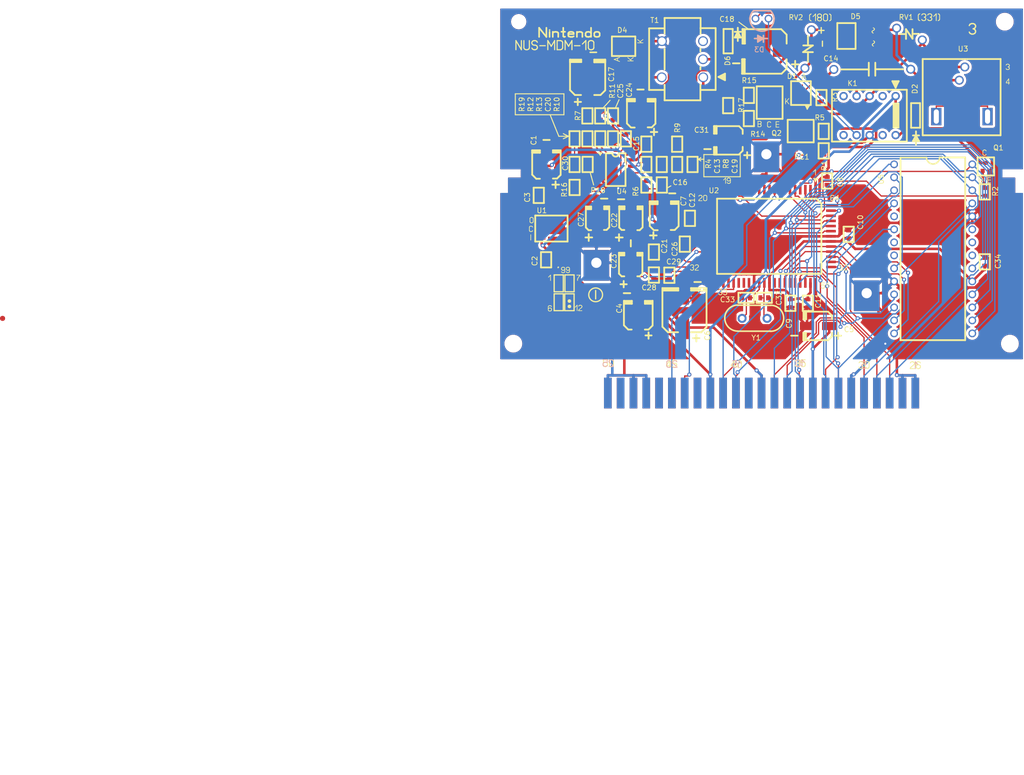
<source format=kicad_pcb>
(kicad_pcb (version 20221018) (generator pcbnew)
  (layers (0 "F.Cu" signal) (31 "B.Cu" signal) (34 "B.Paste" user) (35 "F.Paste" user) (36 "B.SilkS" user "B.Silkscreen") (37 "F.SilkS" user "F.Silkscreen") (38 "B.Mask" user) (39 "F.Mask" user) (44 "Edge.Cuts" user))
  (net 0 "")
  (net 1 "Net-(C14-Pad2)")
  (net 2 "Net-(PC1-A,C)")
  (net 3 "Net-(D5--)")
  (net 4 "Net-(D5-+)")
  (net 5 "/VOUT")
  (net 6 "/GND")
  (net 7 "/12V")
  (net 8 "/VCC")
  (net 9 "Net-(D3-A)")
  (net 10 "Net-(C16-Pad1)")
  (net 11 "Net-(U4-+IN2)")
  (net 12 "Net-(C17-Pad1)")
  (net 13 "Net-(U4-OUT2)")
  (net 14 "Net-(U4--IN2)")
  (net 15 "Net-(C19-Pad2)")
  (net 16 "/NUS.P20")
  (net 17 "/NUS.P21")
  (net 18 "Net-(U4-+IN1)")
  (net 19 "Net-(U4--IN1)")
  (net 20 "/NUS.P27-30-32")
  (net 21 "/NUS.P31")
  (net 22 "Net-(D6-K)")
  (net 23 "Net-(Q2-E_(3))")
  (net 24 "/NUS.P26")
  (net 25 "Net-(C30-Pad1)")
  (net 26 "/NUS.P33")
  (net 27 "Net-(U4-OUT1)")
  (net 28 "/Y1.P2")
  (net 29 "/Y1.P1")
  (net 30 "/PC1.P4")
  (net 31 "/NUS.P16")
  (net 32 "Net-(Q1-B_(1))")
  (net 33 "Net-(D1-K-Pad2)")
  (net 34 "Net-(C14-Pad1)")
  (net 35 "unconnected-(U3-Pad7)")
  (net 36 "Net-(D2-A)")
  (net 37 "Net-(PC1-C,A)")
  (net 38 "/AD0")
  (net 39 "/AD1")
  (net 40 "/AD2")
  (net 41 "/AD3")
  (net 43 "/ALE_L")
  (net 46 "/ALE_H")
  (net 47 "/AD4")
  (net 48 "/AD5")
  (net 49 "/AD6")
  (net 50 "/AD7")
  (net 51 "/AD8")
  (net 52 "/AD9")
  (net 53 "/AD10")
  (net 54 "/AD11")
  (net 55 "/{slash}read")
  (net 59 "/AD12")
  (net 60 "/AD13")
  (net 61 "/AD14")
  (net 62 "/AD15")
  (net 64 "Net-(D5-Pad3)")
  (net 67 "Net-(D3-K)")
  (net 69 "Net-(D6-A)")
  (net 70 "Net-(T1-S2)")
  (net 73 "/{slash}write")
  (net 77 "/{slash}COLD_RESET")
  (net 82 "/INT1")
  (net 86 "/C23.Pos")
  (net 87 "/NUS.P28")
  (footprint "N64 Modem:Ground Panel Mounting Hole" (layer "F.Cu") (at 115.872 111.622)
    (fp_text reference "Hole5" hide)
    (fp_text value "Conn_01x01_Pin")
  )
  (footprint "N64 Modem:C31" (layer "F.Cu") (at 141.658 87.733)
    (fp_text reference "C31")
    (fp_text value "4.7 uF 50v")
  )
  (footprint "N64 Modem:SMD Cap Res" (layer "F.Cu") (at 116.622 82.906)
    (fp_text reference "R11")
    (fp_text value "16K Ohm")
  )
  (footprint "N64 Modem:SMD Cap Res" (layer "F.Cu") (at 145.634 78.897)
    (fp_text reference "R15")
    (fp_text value "70K Ohm")
  )
  (footprint "N64 Modem:SMD Cap Res" (layer "F.Cu") (at 127.1 109.495)
    (fp_text reference "C21")
    (fp_text value "2200 pF")
  )
  (footprint "N64 Modem:C5" (layer "F.Cu") (at 159.228 124.005)
    (fp_text reference "C5")
    (fp_text value "22 uF 16v")
  )
  (footprint "N64 Modem:U1" (layer "F.Cu") (at 106.779 104.894)
    (fp_text reference "U1")
    (fp_text value "AE LDO")
  )
  (footprint "N64 Modem:SMD Cap Res" (layer "F.Cu") (at 153.732 119.496)
    (fp_text reference "C9")
    (fp_text value "100 nF")
  )
  (footprint "N64 Modem:SMD Cap Res" (layer "F.Cu") (at 141.594 80.898)
    (fp_text reference "R17")
    (fp_text value "20 Ohm")
  )
  (footprint "N64 Modem:SMD Cap Res" (layer "F.Cu") (at 119.1238 87.387)
    (fp_text reference "C20")
    (fp_text value "1000 pF")
  )
  (footprint "N64 Modem:SMD Cap Res" (layer "F.Cu") (at 114.163 92.389)
    (fp_text reference "R18")
    (fp_text value "100K Ohm")
  )
  (footprint "N64 Modem:SMD Cap Res" (layer "F.Cu") (at 131.6362 92.3883)
    (fp_text reference "R8")
    (fp_text value "33K Ohm")
  )
  (footprint "N64 Modem:C22" (layer "F.Cu") (at 122.609 102.897)
    (fp_text reference "C22")
    (fp_text value "10 uF 16v")
  )
  (footprint "N64 Modem:C4" (layer "F.Cu") (at 124.1 121.736)
    (fp_text reference "C4")
    (fp_text value "22 uF 16v")
  )
  (footprint "N64 Modem:Q2" (layer "F.Cu") (at 149.683 80.326)
    (fp_text reference "Q2")
    (fp_text value "2SC3444-E DE NPN")
  )
  (footprint "N64 Modem:SMD Cap Res" (layer "F.Cu") (at 116.6235 87.387)
    (fp_text reference "R13")
    (fp_text value "15K Ohm")
  )
  (footprint "MountingHole:MountingHole_2.5mm" (layer "F.Cu") (at 196.572 127.3814)
    (fp_text reference "Hole4" hide)
    (fp_text value "MountingHole_2.5mm")
  )
  (footprint "N64 Modem:SMD Cap Res" (layer "F.Cu") (at 191.673 97.745)
    (fp_text reference "R2")
    (fp_text value "6.8K Ohm")
  )
  (footprint "N64 Modem:C17" (layer "F.Cu") (at 114.115 75.404)
    (fp_text reference "C17")
    (fp_text value "47 uF 16v")
  )
  (footprint "MountingHole:MountingHole_2.5mm" (layer "F.Cu") (at 100.722 64.5114)
    (fp_text reference "Hole1" hide)
    (fp_text value "MountingHole_2.5mm")
  )
  (footprint "N64 Modem:AFE-NUS" (layer "F.Cu") (at 149.656 106.415)
    (fp_text reference "U2")
    (fp_text value "~")
  )
  (footprint "N64 Modem:SMD Cap Res" (layer "F.Cu") (at 148.627 118.434 -90)
    (fp_text reference "C32")
    (fp_text value "26 pF")
  )
  (footprint "N64 Modem:SMD Cap Res" (layer "F.Cu") (at 165.116 106.036)
    (fp_text reference "C10")
    (fp_text value "100 nF")
  )
  (footprint "MountingHole:MountingHole_2.5mm" (layer "F.Cu") (at 195.572 64.5114)
    (fp_text reference "Hole2" hide)
    (fp_text value "MountingHole_2.5mm")
  )
  (footprint "N64 Modem:C6" (layer "F.Cu") (at 133.147 120.91)
    (fp_text reference "C6")
    (fp_text value "100 uF 25v")
  )
  (footprint "N64 Modem:PC1" (layer "F.Cu") (at 155.801 85.913)
    (fp_text reference "PC1")
    (fp_text value "~")
  )
  (footprint "N64 Modem:C27" (layer "F.Cu") (at 116.13 102.957)
    (fp_text reference "C27")
    (fp_text value "10 uF 16v")
  )
  (footprint "N64 Modem:SMD Cap Res" (layer "F.Cu") (at 145.634 83.418)
    (fp_text reference "R14")
    (fp_text value "100K Ohm")
  )
  (footprint "N64 Modem:V9331U" (layer "F.Cu") (at 176.872 66.9915)
    (fp_text reference "RV1")
    (fp_text value "V9331U")
  )
  (footprint "N64 Modem:C1" (layer "F.Cu") (at 106.1 92.411)
    (fp_text reference "C1")
    (fp_text value "33 uF 10v")
  )
  (footprint "N64 Modem:SMD Cap Res" (layer "F.Cu") (at 106.065 111.004)
    (fp_text reference "C2")
    (fp_text value "100 nF")
  )
  (footprint "N64 Modem:NUS-CMDJ-1" (layer "F.Cu") (at 181.6051 108.8735)
    (fp_text reference "U5")
    (fp_text value "~")
  )
  (footprint "N64 Modem:SMD Cap Res" (layer "F.Cu") (at 111.624 92.388)
    (fp_text reference "C30")
    (fp_text value "100 nF")
  )
  (footprint "N64 Modem:SMD Cap Res" (layer "F.Cu") (at 125.631 96.398)
    (fp_text reference "R6")
    (fp_text value "33K Ohm")
  )
  (footprint "N64 Modem:SMD Cap Res" (layer "F.Cu") (at 104.636 98.425)
    (fp_text reference "C3")
    (fp_text value "500 nF")
  )
  (footprint "N64 Modem:SMD Cap Res" (layer "F.Cu") (at 145.095 118.433 -90)
    (fp_text reference "C33")
    (fp_text value "26 pF")
  )
  (footprint "N64 Modem:SMD Cap Res" (layer "F.Cu") (at 134.6398 92.3883)
    (fp_text reference "C19")
    (fp_text value "100 nF")
  )
  (footprint "N64 Modem:D4" (layer "F.Cu") (at 121.201 69.34)
    (fp_text reference "D4")
    (fp_text value "47W")
  )
  (footprint "N64 Modem:SMD Cap Res" (layer "F.Cu") (at 134.125 102.908)
    (fp_text reference "C12")
    (fp_text value "100 nF")
  )
  (footprint "N64 Modem:D2" (layer "F.Cu") (at 178.163 82.88)
    (fp_text reference "D2")
    (fp_text value "Y1")
  )
  (footprint "N64 Modem:SMD Cap Res" (layer "F.Cu") (at 157.147 119.496)
    (fp_text reference "C11")
    (fp_text value "100 nF")
  )
  (footprint "N64 Modem:C7" (layer "F.Cu") (at 129.153 102.388)
    (fp_text reference "C7")
    (fp_text value "22 uF 16v")
  )
  (footprint "N64 Modem:SMD Cap Res" (layer "F.Cu") (at 111.623 87.387)
    (fp_text reference "R19")
    (fp_text value "3.36K Ohm")
  )
  (footprint "N64 Modem:LED" (layer "F.Cu") (at 148.204 64.3831)
    (fp_text reference "D3")
    (fp_text value "LED")
  )
  (footprint "N64 Modem:D102K9" (layer "F.Cu") (at 146.7194 122.4482)
    (fp_text reference "Y1")
    (fp_text value "D102K9")
  )
  (footprint "N64 Modem:SMD Cap Res" (layer "F.Cu") (at 128.6326 92.3883)
    (fp_text reference "C13")
    (fp_text value "1000 pF")
  )
  (footprint "N64 Modem:RJ11" (layer "F.Cu") (at 187.1971 79.3195)
    (fp_text reference "U3")
    (fp_text value "RJ11_Shielded")
  )
  (footprint "N64 Modem:V10180" (layer "F.Cu") (at 157.1526 69.8807)
    (fp_text reference "RV2")
    (fp_text value "V10180")
  )
  (footprint "N64 Modem:SMD Cap Res" (layer "F.Cu") (at 111.624 96.873)
    (fp_text reference "R16")
    (fp_text value "1.2K Ohm")
  )
  (footprint "N64 Modem:SMD Cap Res" (layer "F.Cu") (at 128.647 96.398)
    (fp_text reference "C16")
    (fp_text value "100 nF")
  )
  (footprint "N64 Modem:474K Capacitor" (layer "F.Cu") (at 169.6888 73.7843)
    (fp_text reference "C14")
    (fp_text value "474K 250N")
  )
  (footprint "N64 Modem:SMD Cap Res" (layer "F.Cu") (at 127.1 113.981)
    (fp_text reference "C28")
    (fp_text value "100 nF")
  )
  (footprint "N64 Modem:C18" (layer "F.Cu") (at 148.709 70.392)
    (fp_text reference "C18")
    (fp_text value "33 uF 50v")
  )
  (footprint "N64 Modem:Ground Panel Mounting Hole" (layer "F.Cu") (at 168.622 117.521)
    (fp_text reference "Hole7" hide)
    (fp_text value "Conn_01x01_Pin")
  )
  (footprint "N64 Modem:SMD Cap Res" (layer "F.Cu") (at 133.134 107.948)
    (fp_text reference "C26")
    (fp_text value "10 nF")
  )
  (footprint "N64 Modem:NEC EG2-3" (layer "F.Cu") (at 169.1749 82.8856)
    (fp_text reference "K1")
    (fp_text value "NEC EG2-3")
  )
  (footprint "N64 Modem:10358" (layer "F.Cu") (at 119.641 93.42)
    (fp_text reference "U4")
    (fp_text value "~")
  )
  (footprint "N64 Modem:SMD Cap Res" (layer "F.Cu") (at 114.1233 87.387)
    (fp_text reference "R12")
    (fp_text value "30K Ohm")
  )
  (footprint "N64 Modem:D6" (layer "F.Cu") (at 141.582 68.206)
    (fp_text reference "D6")
    (fp_text value "Y1")
  )
  (footprint "N64 Modem:SMD Cap Res" (layer "F.Cu") (at 160.91 95.604)
    (fp_text reference "C8")
    (fp_text value "100 nF")
  )
  (footprint "N64 Modem:C24" (layer "F.Cu") (at 124.667 82.357)
    (fp_text reference "C24")
    (fp_text value "22 uF 16v")
  )
  (footprint "N64 Modem:Cartridge Edge Connector" (layer "F.Cu") (at 148.11 137.025 180)
    (fp_text reference "J1" hide)
    (fp_text value "Edge_Connector")
  )
  (footprint "N64 Modem:SMD Cap Res" (layer "F.Cu") (at 125.629 88.423)
    (fp_text reference "C15")
    (fp_text value "100 nF")
  )
  (footprint "N64 Modem:SMD Cap Res" (layer "F.Cu") (at 191.673 111.4)
    (fp_text reference "C34")
    (fp_text value "100 nF")
  )
  (footprint "N64 Modem:Q1" (layer "F.Cu") (at 191.918 92.899)
    (fp_text reference "Q1")
    (fp_text value "2SC4081 BQ NPN")
  )
  (footprint "N64 Modem:SMD Cap Res" (layer "F.Cu") (at 131.6362 88.423)
    (fp_text reference "R9")
    (fp_text value "1.2K Ohm")
  )
  (footprint "N64 Modem:SMD Cap Res" (layer "F.Cu") (at 160.239 85.921)
    (fp_text reference "R5")
    (fp_text value "122 Ohm")
  )
  (footprint "N64 Modem:SMD Cap Res" (layer "F.Cu") (at 125.629 92.3883)
    (fp_text reference "R4")
    (fp_text value "33K Ohm")
  )
  (footprint "N64 Modem:SMD Cap Res" (layer "F.Cu") (at 130.113 114.021)
    (fp_text reference "C29")
    (fp_text value "100 nF")
  )
  (footprint "N64 Modem:D1" (layer "F.Cu") (at 155.745 78.673)
    (fp_text reference "D1")
    (fp_text value "27W")
  )
  (footprint "N64 Modem:SMD Cap Res" (layer "F.Cu") (at 160.239 89.731)
    (fp_text reference "R1")
    (fp_text value "6.2K Ohm")
  )
  (footprint "N64 Modem:SMD Cap Res" (layer "F.Cu") (at 114.121 82.906)
    (fp_text reference "R7")
    (fp_text value "450 Ohm")
  )
  (footprint "N64 Modem:C23" (layer "F.Cu") (at 122.611 111.983)
    (fp_text reference "C23")
    (fp_text value "10 uF 16v")
  )
  (footprint "N64 Modem:A202 Transformer" (layer "F.Cu") (at 132.6846 71.8282)
    (fp_text reference "T1")
    (fp_text value "A202 9N III")
  )
  (footprint "N64 Modem:869Z" (layer "F.Cu") (at 164.668 67.311)
    (fp_text reference "D5")
    (fp_text value "Z698")
  )
  (footprint "MountingHole:MountingHole_2.5mm" (layer "F.Cu") (at 99.672 127.3814)
    (fp_text reference "Hole3" hide)
    (fp_text value "MountingHole_2.5mm")
  )
  (footprint "N64 Modem:SMD Cap Res" (layer "F.Cu") (at 119.123 82.906)
    (fp_text reference "C25")
    (fp_text value "530 nF")
  )
  (footprint "N64 Modem:Ground Panel Mounting Hole" (layer "F.Cu") (at 149.065 90.444)
    (fp_text reference "Hole6" hide)
    (fp_text value "Conn_01x01_Pin")
  )
  (footprint "N64 Modem:SMD Cap Res" (layer "F.Cu") (at 159.795 79.33)
    (fp_text reference "R3")
    (fp_text value "10K Ohm")
  )
  (footprint "N64 Modem:SMD Cap Res" (layer "F.Cu") (at 121.624 87.387)
    (fp_text reference "R10")
    (fp_text value "33K Ohm")
  )
  (gr_circle (center 0 122.4492) (end 0.5 122.4492) (fill solid) (layer "F.Cu"))
  (gr_line (start 142.4342 131.8073) (end 142.5342 131.974) (stroke (width 0.167)) (layer "B.SilkS"))
  (gr_line (start 168.383 132.13835) (end 168.483 131.97165) (stroke (width 0.167)) (layer "B.SilkS"))
  (gr_line (start 167.783 131.47165) (end 167.683 131.63835) (stroke (width 0.167)) (layer "B.SilkS"))
  (gr_line (start 117.2884 131.0873) (end 117.1884 131.254) (stroke (width 0.167)) (layer "B.SilkS"))
  (gr_line (start 155.5273 130.6003) (end 155.3273 130.517) (stroke (width 0.167)) (layer "B.SilkS"))
  (gr_line (start 117.4884 131.8373) (end 117.6884 131.8373) (stroke (width 0.167)) (layer "B.SilkS"))
  (gr_line (start 129.9153 132.0153) (end 130.1153 132.0153) (stroke (width 0.167)) (layer "B.SilkS"))
  (gr_line (start 155.5273 131.767) (end 155.6273 131.6003) (stroke (width 0.167)) (layer "B.SilkS"))
  (gr_line (start 131.582 132.0153) (end 131.582 131.932) (stroke (width 0.167)) (layer "B.SilkS"))
  (gr_line (start 154.9273 130.6003) (end 154.8273 130.767) (stroke (width 0.167)) (layer "B.SilkS"))
  (gr_line (start 118.355 130.9207) (end 118.355 130.754) (stroke (width 0.167)) (layer "B.SilkS"))
  (gr_line (start 167.983 131.38835) (end 167.783 131.47165) (stroke (width 0.167)) (layer "B.SilkS"))
  (gr_line (start 168.383 131.47165) (end 168.183 131.38835) (stroke (width 0.167)) (layer "B.SilkS"))
  (gr_line (start 119.155 131.754) (end 119.055 131.5873) (stroke (width 0.167)) (layer "B.SilkS"))
  (gr_line (start 129.6153 130.932) (end 129.6153 131.7653) (stroke (width 0.167)) (layer "B.SilkS"))
  (gr_line (start 117.1884 130.504) (end 117.9884 130.504) (stroke (width 0.167)) (layer "B.SilkS"))
  (gr_line (start 168.183 132.22165) (end 168.383 132.13835) (stroke (width 0.167)) (layer "B.SilkS"))
  (gr_line (start 143.2342 131.3073) (end 143.1342 131.3073) (stroke (width 0.167)) (layer "B.SilkS"))
  (gr_line (start 168.483 130.88835) (end 168.483 131.47165) (stroke (width 0.167)) (layer "B.SilkS"))
  (gr_line (start 130.1153 132.0153) (end 130.3153 131.932) (stroke (width 0.167)) (layer "B.SilkS"))
  (gr_line (start 178.111 130.92735) (end 178.111 132.26065) (stroke (width 0.167)) (layer "B.SilkS"))
  (gr_line (start 119.055 131.5873) (end 118.455 131.0873) (stroke (width 0.167)) (layer "B.SilkS"))
  (gr_line (start 117.9884 130.504) (end 117.9884 131.0873) (stroke (width 0.167)) (layer "B.SilkS"))
  (gr_line (start 142.7342 131.224) (end 142.5342 131.3073) (stroke (width 0.167)) (layer "B.SilkS"))
  (gr_line (start 155.1273 130.517) (end 154.9273 130.6003) (stroke (width 0.167)) (layer "B.SilkS"))
  (gr_line (start 168.483 131.47165) (end 168.383 131.47165) (stroke (width 0.167)) (layer "B.SilkS"))
  (gr_line (start 142.5342 131.974) (end 142.7342 132.0573) (stroke (width 0.167)) (layer "B.SilkS"))
  (gr_line (start 129.6153 131.7653) (end 129.7153 131.932) (stroke (width 0.167)) (layer "B.SilkS"))
  (gr_line (start 119.055 130.5873) (end 119.155 130.754) (stroke (width 0.167)) (layer "B.SilkS"))
  (gr_line (start 143.2342 130.724) (end 143.2342 131.3073) (stroke (width 0.167)) (layer "B.SilkS"))
  (gr_line (start 142.4342 130.724) (end 143.2342 130.724) (stroke (width 0.167)) (layer "B.SilkS"))
  (gr_line (start 167.683 131.97165) (end 167.783 132.13835) (stroke (width 0.167)) (layer "B.SilkS"))
  (gr_line (start 130.882 130.7653) (end 131.082 130.682) (stroke (width 0.167)) (layer "B.SilkS"))
  (gr_line (start 117.4884 131.004) (end 117.2884 131.0873) (stroke (width 0.167)) (layer "B.SilkS"))
  (gr_line (start 117.8884 131.754) (end 117.9884 131.5873) (stroke (width 0.167)) (layer "B.SilkS"))
  (gr_line (start 118.455 131.0873) (end 118.355 130.9207) (stroke (width 0.167)) (layer "B.SilkS"))
  (gr_line (start 142.4342 131.474) (end 142.4342 131.8073) (stroke (width 0.167)) (layer "B.SilkS"))
  (gr_line (start 131.482 131.7653) (end 130.882 131.2653) (stroke (width 0.167)) (layer "B.SilkS"))
  (gr_line (start 144.101 131.224) (end 143.601 130.724) (stroke (width 0.167)) (layer "B.SilkS"))
  (gr_line (start 167.783 132.13835) (end 167.983 132.22165) (stroke (width 0.167)) (layer "B.SilkS"))
  (gr_line (start 129.9153 130.682) (end 129.7153 130.7653) (stroke (width 0.167)) (layer "B.SilkS"))
  (gr_line (start 129.7153 131.932) (end 129.9153 132.0153) (stroke (width 0.167)) (layer "B.SilkS"))
  (gr_line (start 117.8884 131.0873) (end 117.6884 131.004) (stroke (width 0.167)) (layer "B.SilkS"))
  (gr_line (start 117.6884 131.004) (end 117.4884 131.004) (stroke (width 0.167)) (layer "B.SilkS"))
  (gr_line (start 117.1884 131.5873) (end 117.2884 131.754) (stroke (width 0.167)) (layer "B.SilkS"))
  (gr_line (start 155.3273 130.517) (end 155.1273 130.517) (stroke (width 0.167)) (layer "B.SilkS"))
  (gr_line (start 143.1342 131.974) (end 143.2342 131.8073) (stroke (width 0.167)) (layer "B.SilkS"))
  (gr_line (start 117.1884 131.254) (end 117.1884 131.5873) (stroke (width 0.167)) (layer "B.SilkS"))
  (gr_line (start 130.1153 130.682) (end 129.9153 130.682) (stroke (width 0.167)) (layer "B.SilkS"))
  (gr_line (start 118.655 130.504) (end 118.855 130.504) (stroke (width 0.167)) (layer "B.SilkS"))
  (gr_line (start 119.155 131.8373) (end 119.155 131.754) (stroke (width 0.167)) (layer "B.SilkS"))
  (gr_line (start 155.6273 130.767) (end 155.5273 130.6003) (stroke (width 0.167)) (layer "B.SilkS"))
  (gr_line (start 142.5342 131.3073) (end 142.4342 131.474) (stroke (width 0.167)) (layer "B.SilkS"))
  (gr_line (start 118.355 130.754) (end 118.455 130.5873) (stroke (width 0.167)) (layer "B.SilkS"))
  (gr_line (start 129.7153 130.7653) (end 129.6153 130.932) (stroke (width 0.167)) (layer "B.SilkS"))
  (gr_line (start 155.6273 131.6003) (end 155.6273 130.767) (stroke (width 0.167)) (layer "B.SilkS"))
  (gr_line (start 130.3153 131.932) (end 130.4153 131.7653) (stroke (width 0.167)) (layer "B.SilkS"))
  (gr_line (start 155.3273 131.8503) (end 155.5273 131.767) (stroke (width 0.167)) (layer "B.SilkS"))
  (gr_line (start 167.683 130.88835) (end 168.483 130.88835) (stroke (width 0.167)) (layer "B.SilkS"))
  (gr_line (start 118.855 130.504) (end 119.055 130.5873) (stroke (width 0.167)) (layer "B.SilkS"))
  (gr_line (start 142.9342 131.224) (end 142.7342 131.224) (stroke (width 0.167)) (layer "B.SilkS"))
  (gr_line (start 117.9884 131.0873) (end 117.8884 131.0873) (stroke (width 0.167)) (layer "B.SilkS"))
  (gr_line (start 154.8273 130.767) (end 154.8273 131.6003) (stroke (width 0.167)) (layer "B.SilkS"))
  (gr_line (start 131.582 131.932) (end 131.482 131.7653) (stroke (width 0.167)) (layer "B.SilkS"))
  (gr_line (start 143.1342 131.3073) (end 142.9342 131.224) (stroke (width 0.167)) (layer "B.SilkS"))
  (gr_line (start 167.983 132.22165) (end 168.183 132.22165) (stroke (width 0.167)) (layer "B.SilkS"))
  (gr_line (start 130.4153 130.932) (end 130.3153 130.7653) (stroke (width 0.167)) (layer "B.SilkS"))
  (gr_line (start 118.355 131.8373) (end 119.155 131.8373) (stroke (width 0.167)) (layer "B.SilkS"))
  (gr_line (start 130.782 132.0153) (end 131.582 132.0153) (stroke (width 0.167)) (layer "B.SilkS"))
  (gr_line (start 168.183 131.38835) (end 167.983 131.38835) (stroke (width 0.167)) (layer "B.SilkS"))
  (gr_line (start 143.601 130.724) (end 143.601 132.0573) (stroke (width 0.167)) (layer "B.SilkS"))
  (gr_line (start 131.282 130.682) (end 131.482 130.7653) (stroke (width 0.167)) (layer "B.SilkS"))
  (gr_line (start 167.683 131.63835) (end 167.683 131.97165) (stroke (width 0.167)) (layer "B.SilkS"))
  (gr_line (start 155.994 130.517) (end 155.994 131.8503) (stroke (width 0.167)) (layer "B.SilkS"))
  (gr_line (start 130.4153 131.7653) (end 130.4153 130.932) (stroke (width 0.167)) (layer "B.SilkS"))
  (gr_line (start 130.882 131.2653) (end 130.782 131.0986) (stroke (width 0.167)) (layer "B.SilkS"))
  (gr_line (start 130.782 131.0986) (end 130.782 130.932) (stroke (width 0.167)) (layer "B.SilkS"))
  (gr_line (start 118.455 130.5873) (end 118.655 130.504) (stroke (width 0.167)) (layer "B.SilkS"))
  (gr_line (start 154.8273 131.6003) (end 154.9273 131.767) (stroke (width 0.167)) (layer "B.SilkS"))
  (gr_line (start 131.082 130.682) (end 131.282 130.682) (stroke (width 0.167)) (layer "B.SilkS"))
  (gr_line (start 178.611 131.42735) (end 178.111 130.92735) (stroke (width 0.167)) (layer "B.SilkS"))
  (gr_line (start 155.1273 131.8503) (end 155.3273 131.8503) (stroke (width 0.167)) (layer "B.SilkS"))
  (gr_line (start 142.7342 132.0573) (end 142.9342 132.0573) (stroke (width 0.167)) (layer "B.SilkS"))
  (gr_line (start 130.782 130.932) (end 130.882 130.7653) (stroke (width 0.167)) (layer "B.SilkS"))
  (gr_line (start 156.494 131.017) (end 155.994 130.517) (stroke (width 0.167)) (layer "B.SilkS"))
  (gr_line (start 142.9342 132.0573) (end 143.1342 131.974) (stroke (width 0.167)) (layer "B.SilkS"))
  (gr_line (start 131.482 130.7653) (end 131.582 130.932) (stroke (width 0.167)) (layer "B.SilkS"))
  (gr_line (start 117.2884 131.754) (end 117.4884 131.8373) (stroke (width 0.167)) (layer "B.SilkS"))
  (gr_line (start 154.9273 131.767) (end 155.1273 131.8503) (stroke (width 0.167)) (layer "B.SilkS"))
  (gr_line (start 117.6884 131.8373) (end 117.8884 131.754) (stroke (width 0.167)) (layer "B.SilkS"))
  (gr_line (start 130.3153 130.7653) (end 130.1153 130.682) (stroke (width 0.167)) (layer "B.SilkS"))
  (gr_line (start 156.634 130.5218) (end 155.834 130.5218) (stroke (width 0.167)) (layer "F.SilkS"))
  (gr_line (start 117.742 131.8552) (end 117.542 131.8552) (stroke (width 0.167)) (layer "F.SilkS"))
  (gr_line (start 118.042 131.2718) (end 118.042 131.6052) (stroke (width 0.167)) (layer "F.SilkS"))
  (gr_line (start 104.7008 65.7042) (end 106.123 67.482) (stroke (width 0.318)) (layer "F.SilkS"))
  (gr_line (start 120.2979 79.7455) (end 119.9408 80.5789) (stroke (width 0.2)) (layer "F.SilkS"))
  (gr_line (start 102.3986 69.9823) (end 102.6653 69.8712) (stroke (width 0.222)) (layer "F.SilkS"))
  (gr_line (start 109.0562 66.482) (end 109.7674 66.482) (stroke (width 0.318)) (layer "F.SilkS"))
  (gr_line (start 113.9451 67.4376) (end 114.3007 67.482) (stroke (width 0.318)) (layer "F.SilkS"))
  (gr_line (start 109.9395 86.6511) (end 109.4236 86.3733) (stroke (width 0.2)) (layer "F.SilkS"))
  (gr_line (start 103.2876 69.649) (end 103.4209 69.8712) (stroke (width 0.222)) (layer "F.SilkS"))
  (gr_line (start 103.6876 68.2046) (end 103.9542 68.2046) (stroke (width 0.222)) (layer "F.SilkS"))
  (gr_line (start 109.0664 112.6529) (end 109.1464 112.5195) (stroke (width 0.133)) (layer "F.SilkS"))
  (gr_line (start 110.9229 66.482) (end 111.2784 66.5487) (stroke (width 0.318)) (layer "F.SilkS"))
  (gr_line (start 115.634 67.4376) (end 115.9896 67.482) (stroke (width 0.318)) (layer "F.SilkS"))
  (gr_line (start 143.6721 130.7203) (end 143.8721 130.7203) (stroke (width 0.167)) (layer "F.SilkS"))
  (gr_line (start 117.942 131.1052) (end 118.042 131.2718) (stroke (width 0.167)) (layer "F.SilkS"))
  (gr_line (start 113.1544 68.8712) (end 113.821 68.2046) (stroke (width 0.222)) (layer "F.SilkS"))
  (gr_line (start 118.7087 131.8552) (end 118.5087 131.7718) (stroke (width 0.167)) (layer "F.SilkS"))
  (gr_line (start 107.8361 85.143) (end 108.5504 86.8892) (stroke (width 0.2)) (layer "F.SilkS"))
  (gr_line (start 112.0784 66.7042) (end 112.2562 66.5487) (stroke (width 0.318)) (layer "F.SilkS"))
  (gr_line (start 118.4087 130.7718) (end 118.5087 130.6052) (stroke (width 0.167)) (layer "F.SilkS"))
  (gr_line (start 109.7411 117.2502) (end 109.7411 113.9561) (stroke (width 0.25)) (layer "F.SilkS"))
  (gr_line (start 112.9787 120.3411) (end 113.0587 120.2078) (stroke (width 0.133)) (layer "F.SilkS"))
  (gr_line (start 155.3673 131.7718) (end 155.1673 131.8552) (stroke (width 0.167)) (layer "F.SilkS"))
  (gr_line (start 156.134 131.8552) (end 155.934 131.7718) (stroke (width 0.167)) (layer "F.SilkS"))
  (gr_line (start 106.3988 69.9823) (end 106.3988 68.2046) (stroke (width 0.222)) (layer "F.SilkS"))
  (gr_line (start 154.7673 130.6052) (end 154.9673 130.5218) (stroke (width 0.167)) (layer "F.SilkS"))
  (gr_line (start 110.6397 113.3195) (end 110.6397 112.9862) (stroke (width 0.133)) (layer "F.SilkS"))
  (gr_line (start 114.71 68.2046) (end 114.9766 68.2046) (stroke (width 0.222)) (layer "F.SilkS"))
  (gr_line (start 109.4236 87.3655) (end 109.7808 87.2067) (stroke (width 0.2)) (layer "F.SilkS"))
  (gr_line (start 168.9959 132.129) (end 168.7959 132.2123) (stroke (width 0.167)) (layer "F.SilkS"))
  (gr_line (start 189.0998 64.882) (end 189.4065 64.882) (stroke (width 0.256)) (layer "F.SilkS"))
  (gr_line (start 104.2209 68.3157) (end 104.3542 68.5379) (stroke (width 0.222)) (layer "F.SilkS"))
  (gr_line (start 106.8867 120.4205) (end 107.0467 120.4871) (stroke (width 0.133)) (layer "F.SilkS"))
  (gr_line (start 106.4867 120.4871) (end 106.4867 120.5538) (stroke (width 0.133)) (layer "F.SilkS"))
  (gr_line (start 118.9087 130.5218) (end 119.1087 130.6052) (stroke (width 0.167)) (layer "F.SilkS"))
  (gr_line (start 111.5988 69.2046) (end 112.6654 69.2046) (stroke (width 0.222)) (layer "F.SilkS"))
  (gr_line (start 136.8476 91.3739) (end 135.8158 91.3739) (stroke (width 0.2)) (layer "F.SilkS"))
  (gr_line (start 118.4087 131.6052) (end 118.4087 130.7718) (stroke (width 0.167)) (layer "F.SilkS"))
  (gr_line (start 178.2971 131.6687) (end 178.5971 131.502) (stroke (width 0.167)) (layer "F.SilkS"))
  (gr_line (start 167.6292 130.879) (end 167.8292 130.9623) (stroke (width 0.167)) (layer "F.SilkS"))
  (gr_line (start 155.3673 131.1052) (end 155.1673 131.1885) (stroke (width 0.167)) (layer "F.SilkS"))
  (gr_line (start 154.6673 130.7718) (end 154.7673 130.6052) (stroke (width 0.167)) (layer "F.SilkS"))
  (gr_line (start 116.3451 66.5487) (end 115.9896 66.482) (stroke (width 0.318)) (layer "F.SilkS"))
  (gr_line (start 117.942 131.7718) (end 117.742 131.8552) (stroke (width 0.167)) (layer "F.SilkS"))
  (gr_line (start 177.9304 131.3354) (end 177.9304 131.1687) (stroke (width 0.167)) (layer "F.SilkS"))
  (gr_line (start 111.4562 66.9265) (end 110.3896 66.9265) (stroke (width 0.318)) (layer "F.SilkS"))
  (gr_line (start 112.0429 114.0007) (end 112.6829 114.0007) (stroke (width 0.133)) (layer "F.SilkS"))
  (gr_line (start 114.9004 94.787) (end 114.6623 93.9536) (stroke (width 0.2)) (layer "F.SilkS"))
  (gr_line (start 107.6376 117.647) (end 109.4236 117.647) (stroke (width 0.25)) (layer "F.SilkS"))
  (gr_line (start 167.8292 132.129) (end 167.6292 132.2123) (stroke (width 0.167)) (layer "F.SilkS"))
  (gr_line (start 109.4236 117.647) (end 109.4236 120.9411) (stroke (width 0.25)) (layer "F.SilkS"))
  (gr_line (start 144.0721 130.8036) (end 144.1721 130.9703) (stroke (width 0.167)) (layer "F.SilkS"))
  (gr_line (start 113.0587 120.2078) (end 113.0587 120.0744) (stroke (width 0.133)) (layer "F.SilkS"))
  (gr_line (start 112.4987 119.9411) (end 112.4187 120.0744) (stroke (width 0.133)) (layer "F.SilkS"))
  (gr_line (start 142.2054 131.7203) (end 143.0054 131.7203) (stroke (width 0.167)) (layer "F.SilkS"))
  (gr_line (start 115.634 66.5487) (end 115.4562 66.7709) (stroke (width 0.318)) (layer "F.SilkS"))
  (gr_line (start 118.9087 131.8552) (end 118.7087 131.8552) (stroke (width 0.167)) (layer "F.SilkS"))
  (gr_line (start 100.0573 82.6823) (end 100.0573 78.5945) (stroke (width 0.2)) (layer "F.SilkS"))
  (gr_line (start 178.5971 131.502) (end 178.7971 131.502) (stroke (width 0.167)) (layer "F.SilkS"))
  (gr_line (start 115.9896 66.482) (end 115.634 66.5487) (stroke (width 0.318)) (layer "F.SilkS"))
  (gr_line (start 109.7064 112.9195) (end 109.4664 113.0529) (stroke (width 0.133)) (layer "F.SilkS"))
  (gr_line (start 130.4182 96.573) (end 130.1404 96.7317) (stroke (width 0.2)) (layer "F.SilkS"))
  (gr_line (start 114.71 69.9823) (end 114.4433 69.8712) (stroke (width 0.222)) (layer "F.SilkS"))
  (gr_line (start 167.8292 131.4623) (end 167.6292 131.5457) (stroke (width 0.167)) (layer "F.SilkS"))
  (gr_line (start 114.9766 68.2046) (end 115.2433 68.3157) (stroke (width 0.222)) (layer "F.SilkS"))
  (gr_line (start 110.3896 66.7709) (end 110.5673 66.5487) (stroke (width 0.318)) (layer "F.SilkS"))
  (gr_line (start 154.9673 131.8552) (end 154.7673 131.7718) (stroke (width 0.167)) (layer "F.SilkS"))
  (gr_line (start 155.4673 131.4385) (end 155.4673 131.6052) (stroke (width 0.167)) (layer "F.SilkS"))
  (gr_line (start 189.4065 65.9042) (end 189.7131 66.032) (stroke (width 0.256)) (layer "F.SilkS"))
  (gr_line (start 106.8439 82.6823) (end 107.8361 85.143) (stroke (width 0.2)) (layer "F.SilkS"))
  (gr_line (start 104.8432 69.2046) (end 105.9098 69.2046) (stroke (width 0.222)) (layer "F.SilkS"))
  (gr_line (start 189.8665 65.5208) (end 189.7131 65.7764) (stroke (width 0.256)) (layer "F.SilkS"))
  (gr_line (start 107.6376 117.2502) (end 107.6376 113.9561) (stroke (width 0.25)) (layer "F.SilkS"))
  (gr_line (start 114.4433 68.3157) (end 114.71 68.2046) (stroke (width 0.222)) (layer "F.SilkS"))
  (gr_line (start 107.1267 120.6205) (end 107.1267 120.8205) (stroke (width 0.133)) (layer "F.SilkS"))
  (gr_line (start 130.8515 131.9306) (end 130.7515 131.7639) (stroke (width 0.167)) (layer "F.SilkS"))
  (gr_line (start 117.742 131.0218) (end 117.942 131.1052) (stroke (width 0.167)) (layer "F.SilkS"))
  (gr_line (start 156.534 131.7718) (end 156.334 131.8552) (stroke (width 0.167)) (layer "F.SilkS"))
  (gr_line (start 107.1267 120.1538) (end 107.0467 120.0205) (stroke (width 0.133)) (layer "F.SilkS"))
  (gr_line (start 117.542 131.8552) (end 117.342 131.7718) (stroke (width 0.167)) (layer "F.SilkS"))
  (gr_line (start 113.9451 66.5487) (end 113.7674 66.7709) (stroke (width 0.318)) (layer "F.SilkS"))
  (gr_line (start 118.5087 131.7718) (end 118.4087 131.6052) (stroke (width 0.167)) (layer "F.SilkS"))
  (gr_line (start 144.1721 131.8036) (end 144.0721 131.9703) (stroke (width 0.167)) (layer "F.SilkS"))
  (gr_line (start 110.5673 66.5487) (end 110.9229 66.482) (stroke (width 0.318)) (layer "F.SilkS"))
  (gr_line (start 117.242 130.5218) (end 117.242 131.1052) (stroke (width 0.167)) (layer "F.SilkS"))
  (gr_line (start 178.2971 131.1687) (end 178.2971 131.5854) (stroke (width 0.167)) (layer "F.SilkS"))
  (gr_line (start 143.6721 132.0536) (end 143.4721 131.9703) (stroke (width 0.167)) (layer "F.SilkS"))
  (gr_line (start 114.834 67.482) (end 114.834 65.7042) (stroke (width 0.318)) (layer "F.SilkS"))
  (gr_line (start 108.8876 69.9823) (end 108.221 69.9823) (stroke (width 0.222)) (layer "F.SilkS"))
  (gr_line (start 130.7515 130.6806) (end 130.7515 131.2639) (stroke (width 0.167)) (layer "F.SilkS"))
  (gr_line (start 117.542 131.0218) (end 117.742 131.0218) (stroke (width 0.167)) (layer "F.SilkS"))
  (gr_line (start 167.9292 131.7957) (end 167.9292 131.9623) (stroke (width 0.167)) (layer "F.SilkS"))
  (gr_line (start 109.5896 67.482) (end 109.7674 67.4376) (stroke (width 0.318)) (layer "F.SilkS"))
  (gr_line (start 142.2054 131.5536) (end 142.2054 131.7203) (stroke (width 0.167)) (layer "F.SilkS"))
  (gr_line (start 178.9971 131.002) (end 178.7971 130.9187) (stroke (width 0.167)) (layer "F.SilkS"))
  (gr_line (start 110.2397 112.4529) (end 110.3997 112.4529) (stroke (width 0.133)) (layer "F.SilkS"))
  (gr_line (start 156.8501 121.0998) (end 156.3342 121.0998) (stroke (width 0.35)) (layer "F.SilkS"))
  (gr_line (start 168.3959 132.129) (end 168.2959 131.9623) (stroke (width 0.167)) (layer "F.SilkS"))
  (gr_line (start 108.352 112.6464) (end 108.2726 112.567) (stroke (width 0.01)) (layer "F.SilkS"))
  (gr_line (start 108.221 68.2046) (end 108.8876 68.2046) (stroke (width 0.222)) (layer "F.SilkS"))
  (gr_line (start 109.7808 87.2067) (end 110.4158 86.8892) (stroke (width 0.2)) (layer "F.SilkS"))
  (gr_line (start 178.2971 131.5854) (end 178.2971 131.6687) (stroke (width 0.167)) (layer "F.SilkS"))
  (gr_line (start 108.2726 112.5273) (end 108.3123 112.448) (stroke (width 0.01)) (layer "F.SilkS"))
  (gr_line (start 114.834 66.7709) (end 114.6562 66.5487) (stroke (width 0.318)) (layer "F.SilkS"))
  (gr_line (start 155.1673 130.5218) (end 155.3673 130.6052) (stroke (width 0.167)) (layer "F.SilkS"))
  (gr_line (start 144.8248 74.6655) (end 144.3089 74.6655) (stroke (width 0.35)) (layer "F.SilkS"))
  (gr_line (start 112.0784 67.482) (end 112.0784 66.482) (stroke (width 0.318)) (layer "F.SilkS"))
  (gr_line (start 109.7014 120.9411) (end 111.527 120.9411) (stroke (width 0.25)) (layer "F.SilkS"))
  (gr_line (start 110.0797 113.4529) (end 110.2397 113.5195) (stroke (width 0.133)) (layer "F.SilkS"))
  (gr_line (start 109.0664 113.3195) (end 109.1464 113.4529) (stroke (width 0.133)) (layer "F.SilkS"))
  (gr_line (start 109.6264 112.5195) (end 109.7064 112.6529) (stroke (width 0.133)) (layer "F.SilkS"))
  (gr_line (start 114.31 69.649) (end 114.31 68.5379) (stroke (width 0.222)) (layer "F.SilkS"))
  (gr_line (start 156.634 131.2718) (end 156.634 131.6052) (stroke (width 0.167)) (layer "F.SilkS"))
  (gr_line (start 108.3123 112.448) (end 108.352 112.3289) (stroke (width 0.01)) (layer "F.SilkS"))
  (gr_line (start 143.3721 131.8036) (end 143.3721 130.9703) (stroke (width 0.167)) (layer "F.SilkS"))
  (gr_line (start 110.5597 113.4529) (end 110.6397 113.3195) (stroke (width 0.133)) (layer "F.SilkS"))
  (gr_line (start 189.7131 65.7764) (end 189.4065 65.9042) (stroke (width 0.256)) (layer "F.SilkS"))
  (gr_line (start 112.8187 119.8744) (end 112.6587 119.8744) (stroke (width 0.133)) (layer "F.SilkS"))
  (gr_line (start 179.0971 132.002) (end 178.9971 132.1687) (stroke (width 0.167)) (layer "F.SilkS"))
  (gr_line (start 111.527 117.2502) (end 109.7411 117.2502) (stroke (width 0.25)) (layer "F.SilkS"))
  (gr_line (start 109.0664 112.8529) (end 109.0664 112.6529) (stroke (width 0.133)) (layer "F.SilkS"))
  (gr_line (start 167.2292 132.129) (end 167.1292 131.9623) (stroke (width 0.167)) (layer "F.SilkS"))
  (gr_line (start 178.9971 131.5854) (end 179.0971 131.752) (stroke (width 0.167)) (layer "F.SilkS"))
  (gr_line (start 110.4554 86.8892) (end 109.9395 86.6511) (stroke (width 0.2)) (layer "F.SilkS"))
  (gr_line (start 154.7673 131.7718) (end 154.6673 131.6052) (stroke (width 0.167)) (layer "F.SilkS"))
  (gr_line (start 125.915 115.9326) (end 125.835 116.066) (stroke (width 0.133)) (layer "F.SilkS"))
  (gr_line (start 156.3342 121.0998) (end 156.2945 121.1395) (stroke (width 0.35)) (layer "F.SilkS"))
  (gr_line (start 106.5667 120.0205) (end 106.4867 120.1538) (stroke (width 0.133)) (layer "F.SilkS"))
  (gr_line (start 103.9542 69.0934) (end 103.6876 69.0934) (stroke (width 0.222)) (layer "F.SilkS"))
  (gr_line (start 189.8665 66.2875) (end 189.8665 66.5431) (stroke (width 0.256)) (layer "F.SilkS"))
  (gr_line (start 178.7971 130.9187) (end 178.5971 130.9187) (stroke (width 0.167)) (layer "F.SilkS"))
  (gr_line (start 114.3007 66.482) (end 113.9451 66.5487) (stroke (width 0.318)) (layer "F.SilkS"))
  (gr_line (start 168.2959 131.9623) (end 168.2959 131.129) (stroke (width 0.167)) (layer "F.SilkS"))
  (gr_line (start 142.8054 130.7203) (end 142.2054 131.5536) (stroke (width 0.167)) (layer "F.SilkS"))
  (gr_line (start 106.9264 114.0007) (end 106.9264 115.0673) (stroke (width 0.133)) (layer "F.SilkS"))
  (gr_line (start 108.5901 112.4876) (end 108.5108 112.567) (stroke (width 0.01)) (layer "F.SilkS"))
  (gr_line (start 107.0654 69.3157) (end 107.7321 68.2046) (stroke (width 0.222)) (layer "F.SilkS"))
  (gr_line (start 103.9542 69.9823) (end 104.2209 69.8712) (stroke (width 0.222)) (layer "F.SilkS"))
  (gr_line (start 101.732 69.649) (end 101.8653 69.8712) (stroke (width 0.222)) (layer "F.SilkS"))
  (gr_line (start 111.527 120.9411) (end 111.527 117.647) (stroke (width 0.25)) (layer "F.SilkS"))
  (gr_line (start 143.4721 130.8036) (end 143.6721 130.7203) (stroke (width 0.167)) (layer "F.SilkS"))
  (gr_line (start 110.2397 113.0529) (end 110.0797 112.9862) (stroke (width 0.133)) (layer "F.SilkS"))
  (gr_line (start 110.5597 112.5195) (end 110.6397 112.6529) (stroke (width 0.133)) (layer "F.SilkS"))
  (gr_line (start 111.527 113.9561) (end 111.527 117.2502) (stroke (width 0.25)) (layer "F.SilkS"))
  (gr_line (start 103.9542 68.2046) (end 104.2209 68.3157) (stroke (width 0.222)) (layer "F.SilkS"))
  (gr_line (start 109.9997 112.8529) (end 109.9997 112.6529) (stroke (width 0.133)) (layer "F.SilkS"))
  (gr_line (start 167.6292 131.5457) (end 167.8292 131.629) (stroke (width 0.167)) (layer "F.SilkS"))
  (gr_line (start 117.242 131.1052) (end 117.342 131.1052) (stroke (width 0.167)) (layer "F.SilkS"))
  (gr_line (start 109.7766 68.2046) (end 110.4432 69.3157) (stroke (width 0.222)) (layer "F.SilkS"))
  (gr_line (start 116.5229 67.2154) (end 116.5229 66.7709) (stroke (width 0.318)) (layer "F.SilkS"))
  (gr_line (start 178.5971 132.252) (end 178.3971 132.1687) (stroke (width 0.167)) (layer "F.SilkS"))
  (gr_line (start 108.5504 86.8892) (end 110.4554 86.8892) (stroke (width 0.2)) (layer "F.SilkS"))
  (gr_line (start 155.1673 131.1885) (end 155.3673 131.2718) (stroke (width 0.167)) (layer "F.SilkS"))
  (gr_line (start 108.4711 112.6464) (end 108.352 112.6464) (stroke (width 0.01)) (layer "F.SilkS"))
  (gr_line (start 104.2209 69.8712) (end 104.3542 69.649) (stroke (width 0.222)) (layer "F.SilkS"))
  (gr_line (start 155.1673 131.8552) (end 154.9673 131.8552) (stroke (width 0.167)) (layer "F.SilkS"))
  (gr_line (start 115.2433 69.8712) (end 114.9766 69.9823) (stroke (width 0.222)) (layer "F.SilkS"))
  (gr_line (start 109.4236 117.2502) (end 107.6376 117.2502) (stroke (width 0.25)) (layer "F.SilkS"))
  (gr_line (start 179.0971 131.1687) (end 178.9971 131.002) (stroke (width 0.167)) (layer "F.SilkS"))
  (gr_line (start 178.3971 132.1687) (end 178.2971 132.002) (stroke (width 0.167)) (layer "F.SilkS"))
  (gr_line (start 106.7452 66.1487) (end 106.7452 66.1487) (stroke (width 0.318)) (layer "F.SilkS"))
  (gr_line (start 119.1087 130.6052) (end 119.2087 130.7718) (stroke (width 0.167)) (layer "F.SilkS"))
  (gr_line (start 110.3997 112.4529) (end 110.5597 112.5195) (stroke (width 0.133)) (layer "F.SilkS"))
  (gr_line (start 115.3766 68.5379) (end 115.3766 69.649) (stroke (width 0.222)) (layer "F.SilkS"))
  (gr_line (start 156.634 131.6052) (end 156.534 131.7718) (stroke (width 0.167)) (layer "F.SilkS"))
  (gr_line (start 112.6587 119.8744) (end 112.4987 119.9411) (stroke (width 0.133)) (layer "F.SilkS"))
  (gr_line (start 107.5451 66.5487) (end 107.9007 66.482) (stroke (width 0.318)) (layer "F.SilkS"))
  (gr_line (start 131.0515 132.0139) (end 130.8515 131.9306) (stroke (width 0.167)) (layer "F.SilkS"))
  (gr_line (start 178.5971 130.9187) (end 178.3971 131.002) (stroke (width 0.167)) (layer "F.SilkS"))
  (gr_line (start 142.8054 132.0536) (end 142.8054 130.7203) (stroke (width 0.167)) (layer "F.SilkS"))
  (gr_line (start 107.6376 113.9561) (end 109.4236 113.9561) (stroke (width 0.25)) (layer "F.SilkS"))
  (gr_line (start 189.7131 66.032) (end 189.8665 66.2875) (stroke (width 0.256)) (layer "F.SilkS"))
  (gr_line (start 112.2029 114.8007) (end 112.2029 115.0673) (stroke (width 0.133)) (layer "F.SilkS"))
  (gr_line (start 130.1848 130.6806) (end 129.5848 131.5139) (stroke (width 0.167)) (layer "F.SilkS"))
  (gr_line (start 136.2523 91.6914) (end 135.8158 91.4136) (stroke (width 0.2)) (layer "F.SilkS"))
  (gr_circle (center 115.7339 117.8455) (end 117.0833 117.8455) (stroke (width 0.25)) (fill none) (layer "F.SilkS"))
  (gr_line (start 156.334 131.8552) (end 156.134 131.8552) (stroke (width 0.167)) (layer "F.SilkS"))
  (gr_line (start 177.8304 131.502) (end 177.9304 131.3354) (stroke (width 0.167)) (layer "F.SilkS"))
  (gr_line (start 109.1543 69.8712) (end 108.8876 69.9823) (stroke (width 0.222)) (layer "F.SilkS"))
  (gr_line (start 178.7971 132.252) (end 178.5971 132.252) (stroke (width 0.167)) (layer "F.SilkS"))
  (gr_line (start 169.0959 131.9623) (end 168.9959 132.129) (stroke (width 0.167)) (layer "F.SilkS"))
  (gr_line (start 131.0515 131.1806) (end 131.2515 131.1806) (stroke (width 0.167)) (layer "F.SilkS"))
  (gr_line (start 129.5848 131.5139) (end 129.5848 131.6806) (stroke (width 0.167)) (layer "F.SilkS"))
  (gr_line (start 116.3451 67.4376) (end 116.5229 67.2154) (stroke (width 0.318)) (layer "F.SilkS"))
  (gr_line (start 189.8665 65.2653) (end 189.8665 65.5208) (stroke (width 0.256)) (layer "F.SilkS"))
  (gr_line (start 189.8665 66.5431) (end 189.7131 66.7986) (stroke (width 0.256)) (layer "F.SilkS"))
  (gr_line (start 108.8876 68.2046) (end 109.1543 68.3157) (stroke (width 0.222)) (layer "F.SilkS"))
  (gr_line (start 113.7674 67.2154) (end 113.9451 67.4376) (stroke (width 0.318)) (layer "F.SilkS"))
  (gr_line (start 109.2876 68.5379) (end 109.2876 69.649) (stroke (width 0.222)) (layer "F.SilkS"))
  (gr_line (start 109.9997 112.6529) (end 110.0797 112.5195) (stroke (width 0.133)) (layer "F.SilkS"))
  (gr_line (start 110.4432 69.3157) (end 111.1099 68.2046) (stroke (width 0.222)) (layer "F.SilkS"))
  (gr_line (start 130.1404 96.7317) (end 129.6642 97.0095) (stroke (width 0.2)) (layer "F.SilkS"))
  (gr_line (start 178.7971 131.502) (end 178.9971 131.5854) (stroke (width 0.167)) (layer "F.SilkS"))
  (gr_line (start 155.3673 130.6052) (end 155.4673 130.7718) (stroke (width 0.167)) (layer "F.SilkS"))
  (gr_circle (center 110.614 120.116) (end 110.864 120.116) (stroke (width 0.2)) (fill solid) (layer "F.SilkS"))
  (gr_line (start 130.1848 132.0139) (end 130.1848 130.6806) (stroke (width 0.167)) (layer "F.SilkS"))
  (gr_line (start 177.2304 131.002) (end 177.1304 131.1687) (stroke (width 0.167)) (layer "F.SilkS"))
  (gr_line (start 106.3988 68.2046) (end 107.0654 69.3157) (stroke (width 0.222)) (layer "F.SilkS"))
  (gr_line (start 104.2209 69.2046) (end 103.9542 69.0934) (stroke (width 0.222)) (layer "F.SilkS"))
  (gr_line (start 109.7411 113.9561) (end 111.527 113.9561) (stroke (width 0.25)) (layer "F.SilkS"))
  (gr_line (start 188.6398 65.2653) (end 188.7931 65.0097) (stroke (width 0.256)) (layer "F.SilkS"))
  (gr_line (start 107.0467 120.0205) (end 106.8867 119.9538) (stroke (width 0.133)) (layer "F.SilkS"))
  (gr_line (start 115.337 96.3745) (end 114.9004 94.787) (stroke (width 0.2)) (layer "F.SilkS"))
  (gr_line (start 118.042 130.5218) (end 117.242 130.5218) (stroke (width 0.167)) (layer "F.SilkS"))
  (gr_line (start 109.3064 113.5195) (end 109.4664 113.5195) (stroke (width 0.133)) (layer "F.SilkS"))
  (gr_line (start 109.7064 113.3195) (end 109.7064 112.9862) (stroke (width 0.133)) (layer "F.SilkS"))
  (gr_line (start 115.7339 117.012) (end 115.7339 118.6392) (stroke (width 0.25)) (layer "F.SilkS"))
  (gr_line (start 114.6562 66.5487) (end 114.3007 66.482) (stroke (width 0.318)) (layer "F.SilkS"))
  (gr_line (start 168.5959 132.2123) (end 168.3959 132.129) (stroke (width 0.167)) (layer "F.SilkS"))
  (gr_line (start 169.0959 131.129) (end 169.0959 131.9623) (stroke (width 0.167)) (layer "F.SilkS"))
  (gr_line (start 177.1304 132.1687) (end 177.2304 132.002) (stroke (width 0.167)) (layer "F.SilkS"))
  (gr_line (start 168.9959 130.9623) (end 169.0959 131.129) (stroke (width 0.167)) (layer "F.SilkS"))
  (gr_line (start 177.1304 132.252) (end 177.1304 132.1687) (stroke (width 0.167)) (layer "F.SilkS"))
  (gr_line (start 103.3514 90.1039) (end 103.3514 89.6276) (stroke (width 0.35)) (layer "F.SilkS"))
  (gr_line (start 167.2292 130.9623) (end 167.4292 130.879) (stroke (width 0.167)) (layer "F.SilkS"))
  (gr_line (start 188.7931 66.7986) (end 188.6398 66.5431) (stroke (width 0.256)) (layer "F.SilkS"))
  (gr_line (start 107.9007 66.482) (end 108.2562 66.5487) (stroke (width 0.318)) (layer "F.SilkS"))
  (gr_line (start 119.2087 131.6052) (end 119.1087 131.7718) (stroke (width 0.167)) (layer "F.SilkS"))
  (gr_line (start 167.9292 131.2957) (end 167.8292 131.4623) (stroke (width 0.167)) (layer "F.SilkS"))
  (gr_line (start 108.352 112.3289) (end 108.5108 112.3289) (stroke (width 0.01)) (layer "F.SilkS"))
  (gr_line (start 111.4562 66.7042) (end 111.4562 66.9265) (stroke (width 0.318)) (layer "F.SilkS"))
  (gr_line (start 109.4236 113.9561) (end 109.4236 117.2502) (stroke (width 0.25)) (layer "F.SilkS"))
  (gr_line (start 112.9787 119.9411) (end 112.8187 119.8744) (stroke (width 0.133)) (layer "F.SilkS"))
  (gr_line (start 156.134 131.0218) (end 156.334 131.0218) (stroke (width 0.167)) (layer "F.SilkS"))
  (gr_line (start 107.6376 120.9411) (end 107.6376 117.647) (stroke (width 0.25)) (layer "F.SilkS"))
  (gr_line (start 103.4209 68.3157) (end 103.6876 68.2046) (stroke (width 0.222)) (layer "F.SilkS"))
  (gr_line (start 109.4664 112.4529) (end 109.6264 112.5195) (stroke (width 0.133)) (layer "F.SilkS"))
  (gr_line (start 107.7321 68.2046) (end 107.7321 69.9823) (stroke (width 0.222)) (layer "F.SilkS"))
  (gr_line (start 130.7515 131.2639) (end 130.8515 131.2639) (stroke (width 0.167)) (layer "F.SilkS"))
  (gr_line (start 177.6304 130.9187) (end 177.4304 130.9187) (stroke (width 0.167)) (layer "F.SilkS"))
  (gr_line (start 112.1254 119.8744) (end 112.1254 120.9411) (stroke (width 0.133)) (layer "F.SilkS"))
  (gr_line (start 111.527 117.647) (end 109.7014 117.647) (stroke (width 0.25)) (layer "F.SilkS"))
  (gr_line (start 177.8304 131.002) (end 177.6304 130.9187) (stroke (width 0.167)) (layer "F.SilkS"))
  (gr_line (start 155.3673 131.2718) (end 155.4673 131.4385) (stroke (width 0.167)) (layer "F.SilkS"))
  (gr_line (start 110.6397 112.9862) (end 110.6397 112.9195) (stroke (width 0.133)) (layer "F.SilkS"))
  (gr_line (start 179.0971 131.752) (end 179.0971 132.002) (stroke (width 0.167)) (layer "F.SilkS"))
  (gr_line (start 107.1267 120.8205) (end 107.0467 120.9538) (stroke (width 0.133)) (layer "F.SilkS"))
  (gr_line (start 143.9517 94.787) (end 136.8476 94.787) (stroke (width 0.2)) (layer "F.SilkS"))
  (gr_line (start 106.5667 120.9538) (end 106.4867 120.8205) (stroke (width 0.133)) (layer "F.SilkS"))
  (gr_line (start 109.7766 69.9823) (end 109.7766 68.2046) (stroke (width 0.222)) (layer "F.SilkS"))
  (gr_line (start 114.3007 67.482) (end 114.6562 67.4376) (stroke (width 0.318)) (layer "F.SilkS"))
  (gr_line (start 177.9304 131.1687) (end 177.8304 131.002) (stroke (width 0.167)) (layer "F.SilkS"))
  (gr_line (start 109.7064 112.9862) (end 109.7064 112.9195) (stroke (width 0.133)) (layer "F.SilkS"))
  (gr_line (start 109.2876 69.649) (end 109.1543 69.8712) (stroke (width 0.222)) (layer "F.SilkS"))
  (gr_line (start 118.042 131.6052) (end 117.942 131.7718) (stroke (width 0.167)) (layer "F.SilkS"))
  (gr_line (start 112.9673 66.5487) (end 113.1451 66.7042) (stroke (width 0.318)) (layer "F.SilkS"))
  (gr_line (start 131.4515 131.9306) (end 131.2515 132.0139) (stroke (width 0.167)) (layer "F.SilkS"))
  (gr_line (start 109.4236 120.9411) (end 107.6376 120.9411) (stroke (width 0.25)) (layer "F.SilkS"))
  (gr_line (start 107.3674 66.7042) (end 107.5451 66.5487) (stroke (width 0.318)) (layer "F.SilkS"))
  (gr_line (start 168.7959 132.2123) (end 168.5959 132.2123) (stroke (width 0.167)) (layer "F.SilkS"))
  (gr_line (start 177.4304 130.9187) (end 177.2304 131.002) (stroke (width 0.167)) (layer "F.SilkS"))
  (gr_line (start 112.4187 120.8744) (end 112.4987 120.7411) (stroke (width 0.133)) (layer "F.SilkS"))
  (gr_line (start 113.7674 66.7709) (end 113.7674 67.2154) (stroke (width 0.318)) (layer "F.SilkS"))
  (gr_line (start 164.8528 112.3099) (end 164.8528 112.1766) (stroke (width 0.133)) (layer "F.SilkS"))
  (gr_line (start 109.1464 112.5195) (end 109.3064 112.4529) (stroke (width 0.133)) (layer "F.SilkS"))
  (gr_line (start 155.4673 130.7718) (end 155.4673 130.9385) (stroke (width 0.167)) (layer "F.SilkS"))
  (gr_line (start 131.5515 131.7639) (end 131.4515 131.9306) (stroke (width 0.167)) (layer "F.SilkS"))
  (gr_line (start 106.7452 67.482) (end 106.7452 66.482) (stroke (width 0.318)) (layer "F.SilkS"))
  (gr_line (start 131.5515 130.6806) (end 130.7515 130.6806) (stroke (width 0.167)) (layer "F.SilkS"))
  (gr_line (start 113.821 68.2046) (end 113.821 69.9823) (stroke (width 0.222)) (layer "F.SilkS"))
  (gr_line (start 106.7267 121.0205) (end 106.5667 120.9538) (stroke (width 0.133)) (layer "F.SilkS"))
  (gr_line (start 108.221 69.9823) (end 108.221 68.2046) (stroke (width 0.222)) (layer "F.SilkS"))
  (gr_line (start 155.4673 131.6052) (end 155.3673 131.7718) (stroke (width 0.167)) (layer "F.SilkS"))
  (gr_line (start 143.8721 130.7203) (end 144.0721 130.8036) (stroke (width 0.167)) (layer "F.SilkS"))
  (gr_line (start 167.9292 131.129) (end 167.9292 131.2957) (stroke (width 0.167)) (layer "F.SilkS"))
  (gr_line (start 104.3542 69.649) (end 104.3542 69.4268) (stroke (width 0.222)) (layer "F.SilkS"))
  (gr_line (start 107.0467 120.9538) (end 106.8867 121.0205) (stroke (width 0.133)) (layer "F.SilkS"))
  (gr_line (start 167.1292 131.129) (end 167.2292 130.9623) (stroke (width 0.167)) (layer "F.SilkS"))
  (gr_line (start 109.4664 113.5195) (end 109.6264 113.4529) (stroke (width 0.133)) (layer "F.SilkS"))
  (gr_line (start 119.2087 130.7718) (end 119.2087 131.6052) (stroke (width 0.167)) (layer "F.SilkS"))
  (gr_line (start 125.835 116.866) (end 125.915 116.7326) (stroke (width 0.133)) (layer "F.SilkS"))
  (gr_line (start 106.7267 119.9538) (end 106.5667 120.0205) (stroke (width 0.133)) (layer "F.SilkS"))
  (gr_line (start 115.4562 67.2154) (end 115.634 67.4376) (stroke (width 0.318)) (layer "F.SilkS"))
  (gr_line (start 109.4118 65.7042) (end 109.4118 67.3709) (stroke (width 0.318)) (layer "F.SilkS"))
  (gr_line (start 130.8515 131.2639) (end 131.0515 131.1806) (stroke (width 0.167)) (layer "F.SilkS"))
  (gr_line (start 109.7014 117.647) (end 109.7014 120.9411) (stroke (width 0.25)) (layer "F.SilkS"))
  (gr_line (start 114.6562 67.4376) (end 114.834 67.2154) (stroke (width 0.318)) (layer "F.SilkS"))
  (gr_line (start 110.6397 112.9195) (end 110.3997 113.0529) (stroke (width 0.133)) (layer "F.SilkS"))
  (gr_line (start 110.8162 67.482) (end 110.4607 67.3709) (stroke (width 0.318)) (layer "F.SilkS"))
  (gr_line (start 103.2876 68.7601) (end 103.2876 68.5379) (stroke (width 0.222)) (layer "F.SilkS"))
  (gr_line (start 143.8721 132.0536) (end 143.6721 132.0536) (stroke (width 0.167)) (layer "F.SilkS"))
  (gr_line (start 143.9517 90.4611) (end 143.9517 94.787) (stroke (width 0.2)) (layer "F.SilkS"))
  (gr_line (start 144.1721 130.9703) (end 144.1721 131.8036) (stroke (width 0.167)) (layer "F.SilkS"))
  (gr_line (start 102.132 69.9823) (end 102.3986 69.9823) (stroke (width 0.222)) (layer "F.SilkS"))
  (gr_line (start 108.9076 89.6276) (end 108.9076 90.0642) (stroke (width 0.35)) (layer "F.SilkS"))
  (gr_line (start 108.5108 112.3289) (end 108.5901 112.4083) (stroke (width 0.01)) (layer "F.SilkS"))
  (gr_line (start 118.7087 130.5218) (end 118.9087 130.5218) (stroke (width 0.167)) (layer "F.SilkS"))
  (gr_line (start 167.9292 131.9623) (end 167.8292 132.129) (stroke (width 0.167)) (layer "F.SilkS"))
  (gr_line (start 131.5515 131.4306) (end 131.5515 131.7639) (stroke (width 0.167)) (layer "F.SilkS"))
  (gr_line (start 117.342 131.1052) (end 117.542 131.0218) (stroke (width 0.167)) (layer "F.SilkS"))
  (gr_line (start 109.1464 113.4529) (end 109.3064 113.5195) (stroke (width 0.133)) (layer "F.SilkS"))
  (gr_line (start 107.3674 67.482) (end 107.3674 66.482) (stroke (width 0.318)) (layer "F.SilkS"))
  (gr_line (start 109.1543 68.3157) (end 109.2876 68.5379) (stroke (width 0.222)) (layer "F.SilkS"))
  (gr_line (start 131.2515 132.0139) (end 131.0515 132.0139) (stroke (width 0.167)) (layer "F.SilkS"))
  (gr_line (start 112.6029 114.134) (end 112.4429 114.334) (stroke (width 0.133)) (layer "F.SilkS"))
  (gr_line (start 125.835 116.9326) (end 125.835 116.866) (stroke (width 0.133)) (layer "F.SilkS"))
  (gr_line (start 110.3997 113.5195) (end 110.5597 113.4529) (stroke (width 0.133)) (layer "F.SilkS"))
  (gr_line (start 119.1087 131.7718) (end 118.9087 131.8552) (stroke (width 0.167)) (layer "F.SilkS"))
  (gr_line (start 168.2959 131.129) (end 168.3959 130.9623) (stroke (width 0.167)) (layer "F.SilkS"))
  (gr_line (start 106.8867 121.0205) (end 106.7267 121.0205) (stroke (width 0.133)) (layer "F.SilkS"))
  (gr_line (start 100.1764 69.9823) (end 100.1764 68.2046) (stroke (width 0.222)) (layer "F.SilkS"))
  (gr_line (start 109.6264 113.4529) (end 109.7064 113.3195) (stroke (width 0.133)) (layer "F.SilkS"))
  (gr_line (start 111.2784 66.5487) (end 111.4562 66.7042) (stroke (width 0.318)) (layer "F.SilkS"))
  (gr_line (start 102.7986 69.649) (end 102.7986 68.2046) (stroke (width 0.222)) (layer "F.SilkS"))
  (gr_line (start 156.534 131.1052) (end 156.634 131.2718) (stroke (width 0.167)) (layer "F.SilkS"))
  (gr_line (start 103.2876 68.5379) (end 103.4209 68.3157) (stroke (width 0.222)) (layer "F.SilkS"))
  (gr_line (start 115.3766 69.649) (end 115.2433 69.8712) (stroke (width 0.222)) (layer "F.SilkS"))
  (gr_line (start 155.834 130.5218) (end 155.834 131.1052) (stroke (width 0.167)) (layer "F.SilkS"))
  (gr_line (start 155.934 131.7718) (end 155.834 131.6052) (stroke (width 0.167)) (layer "F.SilkS"))
  (gr_line (start 117.342 131.7718) (end 117.242 131.6052) (stroke (width 0.167)) (layer "F.SilkS"))
  (gr_poly (pts (xy 108.352 112.3289) (xy 108.5108 112.3289) (xy 108.5901 112.4083) (xy 108.5901 112.4876) (xy 108.5108 112.567) (xy 108.4711 112.6464) (xy 108.352 112.6464) (xy 108.2726 112.567) (xy 108.2726 112.5273) (xy 108.3123 112.448)) (fill solid) (layer "F.SilkS"))
  (gr_line (start 106.4867 120.5538) (end 106.7267 120.4205) (stroke (width 0.133)) (layer "F.SilkS"))
  (gr_line (start 115.2433 68.3157) (end 115.3766 68.5379) (stroke (width 0.222)) (layer "F.SilkS"))
  (gr_line (start 109.4118 67.3709) (end 109.5896 67.482) (stroke (width 0.318)) (layer "F.SilkS"))
  (gr_line (start 168.3959 130.9623) (end 168.5959 130.879) (stroke (width 0.167)) (layer "F.SilkS"))
  (gr_line (start 103.4209 68.9823) (end 103.2876 68.7601) (stroke (width 0.222)) (layer "F.SilkS"))
  (gr_line (start 109.5426 78.5945) (end 109.5426 82.6823) (stroke (width 0.2)) (layer "F.SilkS"))
  (gr_line (start 168.7959 130.879) (end 168.9959 130.9623) (stroke (width 0.167)) (layer "F.SilkS"))
  (gr_line (start 113.0587 120.9411) (end 112.4187 120.9411) (stroke (width 0.133)) (layer "F.SilkS"))
  (gr_line (start 112.4429 114.334) (end 112.2829 114.6007) (stroke (width 0.133)) (layer "F.SilkS"))
  (gr_line (start 110.3896 67.1487) (end 110.3896 66.7709) (stroke (width 0.318)) (layer "F.SilkS"))
  (gr_line (start 111.4562 67.3709) (end 111.1718 67.482) (stroke (width 0.318)) (layer "F.SilkS"))
  (gr_line (start 167.4292 132.2123) (end 167.2292 132.129) (stroke (width 0.167)) (layer "F.SilkS"))
  (gr_line (start 108.5108 112.567) (end 108.4711 112.6464) (stroke (width 0.01)) (layer "F.SilkS"))
  (gr_line (start 155.934 131.1052) (end 156.134 131.0218) (stroke (width 0.167)) (layer "F.SilkS"))
  (gr_line (start 114.4433 69.8712) (end 114.31 69.649) (stroke (width 0.222)) (layer "F.SilkS"))
  (gr_line (start 188.7931 65.0097) (end 189.0998 64.882) (stroke (width 0.256)) (layer "F.SilkS"))
  (gr_line (start 112.6829 114.0007) (end 112.6029 114.134) (stroke (width 0.133)) (layer "F.SilkS"))
  (gr_line (start 189.4065 66.9264) (end 189.0998 66.9264) (stroke (width 0.256)) (layer "F.SilkS"))
  (gr_line (start 119.9408 80.5789) (end 119.6232 81.2933) (stroke (width 0.2)) (layer "F.SilkS"))
  (gr_line (start 114.31 68.5379) (end 114.4433 68.3157) (stroke (width 0.222)) (layer "F.SilkS"))
  (gr_circle (center 110.614 119.065) (end 110.864 119.065) (stroke (width 0.2)) (fill solid) (layer "F.SilkS"))
  (gr_line (start 104.3542 69.4268) (end 104.2209 69.2046) (stroke (width 0.222)) (layer "F.SilkS"))
  (gr_line (start 115.9896 67.482) (end 116.3451 67.4376) (stroke (width 0.318)) (layer "F.SilkS"))
  (gr_line (start 120.2979 110.1461) (end 120.2979 109.6302) (stroke (width 0.35)) (layer "F.SilkS"))
  (gr_line (start 136.8476 94.787) (end 136.8476 90.4611) (stroke (width 0.2)) (layer "F.SilkS"))
  (gr_line (start 118.5517 79.8645) (end 117.877 80.6186) (stroke (width 0.2)) (layer "F.SilkS"))
  (gr_line (start 177.2304 132.002) (end 177.8304 131.502) (stroke (width 0.167)) (layer "F.SilkS"))
  (gr_line (start 114.9766 69.9823) (end 114.71 69.9823) (stroke (width 0.222)) (layer "F.SilkS"))
  (gr_line (start 106.4867 120.8205) (end 106.4867 120.4871) (stroke (width 0.133)) (layer "F.SilkS"))
  (gr_line (start 108.5901 112.4083) (end 108.5901 112.4876) (stroke (width 0.01)) (layer "F.SilkS"))
  (gr_line (start 178.3971 131.002) (end 178.2971 131.1687) (stroke (width 0.167)) (layer "F.SilkS"))
  (gr_line (start 167.8292 130.9623) (end 167.9292 131.129) (stroke (width 0.167)) (layer "F.SilkS"))
  (gr_line (start 144.8645 65.9739) (end 144.3882 65.9739) (stroke (width 0.35)) (layer "F.SilkS"))
  (gr_line (start 178.9971 132.1687) (end 178.7971 132.252) (stroke (width 0.167)) (layer "F.SilkS"))
  (gr_line (start 156.334 131.0218) (end 156.534 131.1052) (stroke (width 0.167)) (layer "F.SilkS"))
  (gr_line (start 111.7254 120.2744) (end 112.1254 119.8744) (stroke (width 0.133)) (layer "F.SilkS"))
  (gr_line (start 155.4673 130.9385) (end 155.3673 131.1052) (stroke (width 0.167)) (layer "F.SilkS"))
  (gr_line (start 189.4065 64.882) (end 189.7131 65.0097) (stroke (width 0.256)) (layer "F.SilkS"))
  (gr_line (start 111.1718 67.482) (end 110.8162 67.482) (stroke (width 0.318)) (layer "F.SilkS"))
  (gr_line (start 109.7064 112.6529) (end 109.7064 112.9862) (stroke (width 0.133)) (layer "F.SilkS"))
  (gr_line (start 101.8653 69.8712) (end 102.132 69.9823) (stroke (width 0.222)) (layer "F.SilkS"))
  (gr_line (start 167.4292 130.879) (end 167.6292 130.879) (stroke (width 0.167)) (layer "F.SilkS"))
  (gr_line (start 167.8292 131.629) (end 167.9292 131.7957) (stroke (width 0.167)) (layer "F.SilkS"))
  (gr_line (start 106.123 67.482) (end 106.123 65.7042) (stroke (width 0.318)) (layer "F.SilkS"))
  (gr_line (start 106.7267 120.4205) (end 106.8867 120.4205) (stroke (width 0.133)) (layer "F.SilkS"))
  (gr_line (start 108.434 66.7042) (end 108.434 67.482) (stroke (width 0.318)) (layer "F.SilkS"))
  (gr_line (start 177.9304 132.252) (end 177.1304 132.252) (stroke (width 0.167)) (layer "F.SilkS"))
  (gr_line (start 113.0587 120.0744) (end 112.9787 119.9411) (stroke (width 0.133)) (layer "F.SilkS"))
  (gr_line (start 104.7008 67.482) (end 104.7008 65.7042) (stroke (width 0.318)) (layer "F.SilkS"))
  (gr_line (start 110.0797 112.9862) (end 109.9997 112.8529) (stroke (width 0.133)) (layer "F.SilkS"))
  (gr_line (start 112.4987 120.7411) (end 112.9787 120.3411) (stroke (width 0.133)) (layer "F.SilkS"))
  (gr_line (start 106.5264 114.4007) (end 106.9264 114.0007) (stroke (width 0.133)) (layer "F.SilkS"))
  (gr_line (start 109.5426 82.6823) (end 100.0573 82.6823) (stroke (width 0.2)) (layer "F.SilkS"))
  (gr_line (start 154.9673 130.5218) (end 155.1673 130.5218) (stroke (width 0.167)) (layer "F.SilkS"))
  (gr_line (start 103.6876 69.0934) (end 103.4209 68.9823) (stroke (width 0.222)) (layer "F.SilkS"))
  (gr_line (start 143.4721 131.9703) (end 143.3721 131.8036) (stroke (width 0.167)) (layer "F.SilkS"))
  (gr_line (start 118.5087 130.6052) (end 118.7087 130.5218) (stroke (width 0.167)) (layer "F.SilkS"))
  (gr_line (start 101.243 69.9823) (end 101.243 68.2046) (stroke (width 0.222)) (layer "F.SilkS"))
  (gr_line (start 109.9997 113.3195) (end 110.0797 113.4529) (stroke (width 0.133)) (layer "F.SilkS"))
  (gr_line (start 110.2397 113.5195) (end 110.3997 113.5195) (stroke (width 0.133)) (layer "F.SilkS"))
  (gr_line (start 189.7131 66.7986) (end 189.4065 66.9264) (stroke (width 0.256)) (layer "F.SilkS"))
  (gr_line (start 112.2829 114.6007) (end 112.2029 114.8007) (stroke (width 0.133)) (layer "F.SilkS"))
  (gr_line (start 189.7131 65.0097) (end 189.8665 65.2653) (stroke (width 0.256)) (layer "F.SilkS"))
  (gr_line (start 167.6292 132.2123) (end 167.4292 132.2123) (stroke (width 0.167)) (layer "F.SilkS"))
  (gr_line (start 110.3997 113.0529) (end 110.2397 113.0529) (stroke (width 0.133)) (layer "F.SilkS"))
  (gr_line (start 144.0721 131.9703) (end 143.8721 132.0536) (stroke (width 0.167)) (layer "F.SilkS"))
  (gr_line (start 111.1099 68.2046) (end 111.1099 69.9823) (stroke (width 0.222)) (layer "F.SilkS"))
  (gr_line (start 155.834 131.1052) (end 155.934 131.1052) (stroke (width 0.167)) (layer "F.SilkS"))
  (gr_line (start 139.3479 90.4611) (end 138.832 90.4611) (stroke (width 0.35)) (layer "F.SilkS"))
  (gr_line (start 108.2726 112.567) (end 108.2726 112.5273) (stroke (width 0.01)) (layer "F.SilkS"))
  (gr_line (start 110.6397 112.6529) (end 110.6397 112.9862) (stroke (width 0.133)) (layer "F.SilkS"))
  (gr_line (start 168.5959 130.879) (end 168.7959 130.879) (stroke (width 0.167)) (layer "F.SilkS"))
  (gr_line (start 178.2971 132.002) (end 178.2971 131.5854) (stroke (width 0.167)) (layer "F.SilkS"))
  (gr_line (start 189.0998 66.9264) (end 188.7931 66.7986) (stroke (width 0.256)) (layer "F.SilkS"))
  (gr_line (start 109.3064 113.0529) (end 109.1464 112.9862) (stroke (width 0.133)) (layer "F.SilkS"))
  (gr_line (start 102.6653 69.8712) (end 102.7986 69.649) (stroke (width 0.222)) (layer "F.SilkS"))
  (gr_line (start 113.1451 66.7042) (end 113.1451 67.482) (stroke (width 0.318)) (layer "F.SilkS"))
  (gr_line (start 106.8867 119.9538) (end 106.7267 119.9538) (stroke (width 0.133)) (layer "F.SilkS"))
  (gr_line (start 107.0467 120.4871) (end 107.1267 120.6205) (stroke (width 0.133)) (layer "F.SilkS"))
  (gr_line (start 100.0573 78.5945) (end 109.5426 78.5945) (stroke (width 0.2)) (layer "F.SilkS"))
  (gr_line (start 103.6876 69.9823) (end 103.9542 69.9823) (stroke (width 0.222)) (layer "F.SilkS"))
  (gr_line (start 112.4187 120.9411) (end 112.4187 120.8744) (stroke (width 0.133)) (layer "F.SilkS"))
  (gr_line (start 103.4209 69.8712) (end 103.6876 69.9823) (stroke (width 0.222)) (layer "F.SilkS"))
  (gr_line (start 135.8158 91.3739) (end 136.2523 91.0564) (stroke (width 0.2)) (layer "F.SilkS"))
  (gr_line (start 129.5848 131.6806) (end 130.3848 131.6806) (stroke (width 0.167)) (layer "F.SilkS"))
  (gr_line (start 110.4607 67.3709) (end 110.3896 67.1487) (stroke (width 0.318)) (layer "F.SilkS"))
  (gr_line (start 106.4867 120.1538) (end 106.4867 120.4871) (stroke (width 0.133)) (layer "F.SilkS"))
  (gr_line (start 112.2562 66.5487) (end 112.6118 66.482) (stroke (width 0.318)) (layer "F.SilkS"))
  (gr_line (start 131.2515 131.1806) (end 131.4515 131.2639) (stroke (width 0.167)) (layer "F.SilkS"))
  (gr_line (start 143.3721 130.9703) (end 143.4721 130.8036) (stroke (width 0.167)) (layer "F.SilkS"))
  (gr_line (start 109.1464 112.9862) (end 109.0664 112.8529) (stroke (width 0.133)) (layer "F.SilkS"))
  (gr_line (start 156.8104 121.1395) (end 156.8501 121.0998) (stroke (width 0.35)) (layer "F.SilkS"))
  (gr_line (start 108.2562 66.5487) (end 108.434 66.7042) (stroke (width 0.318)) (layer "F.SilkS"))
  (gr_line (start 131.4515 131.2639) (end 131.5515 131.4306) (stroke (width 0.167)) (layer "F.SilkS"))
  (gr_line (start 136.8476 90.4611) (end 143.9517 90.4611) (stroke (width 0.2)) (layer "F.SilkS"))
  (gr_line (start 112.6118 66.482) (end 112.9673 66.5487) (stroke (width 0.318)) (layer "F.SilkS"))
  (gr_line (start 109.4664 113.0529) (end 109.3064 113.0529) (stroke (width 0.133)) (layer "F.SilkS"))
  (gr_line (start 100.1764 68.2046) (end 101.243 69.9823) (stroke (width 0.222)) (layer "F.SilkS"))
  (gr_line (start 110.0797 112.5195) (end 110.2397 112.4529) (stroke (width 0.133)) (layer "F.SilkS"))
  (gr_line (start 101.732 68.2046) (end 101.732 69.649) (stroke (width 0.222)) (layer "F.SilkS"))
  (gr_line (start 116.5229 66.7709) (end 116.3451 66.5487) (stroke (width 0.318)) (layer "F.SilkS"))
  (gr_line (start 117.877 80.6186) (end 117.2023 81.333) (stroke (width 0.2)) (layer "F.SilkS"))
  (gr_line (start 109.3064 112.4529) (end 109.4664 112.4529) (stroke (width 0.133)) (layer "F.SilkS"))
  (gr_line (start 115.4562 66.7709) (end 115.4562 67.2154) (stroke (width 0.318)) (layer "F.SilkS"))
  (gr_line (start 197.622 94.9414) (end 197.622 97.9414) (stroke (width 0.002)) (layer "Edge.Cuts"))
  (gr_line (start 101.122 93.3414) (end 97.122 93.3414) (stroke (width 0.002)) (layer "Edge.Cuts"))
  (gr_line (start 199.122 97.9414) (end 199.122 130.4414) (stroke (width 0.002)) (layer "Edge.Cuts"))
  (gr_line (start 180.472 140.9414) (end 115.772 140.9414) (stroke (width 0.002)) (layer "Edge.Cuts"))
  (gr_line (start 101.122 94.9414) (end 98.622 94.9414) (stroke (width 0.002)) (layer "Edge.Cuts"))
  (gr_line (start 199.122 97.9414) (end 197.622 97.9414) (stroke (width 0.002)) (layer "Edge.Cuts"))
  (gr_line (start 180.472 140.9414) (end 180.472 130.4414) (stroke (width 0.002)) (layer "Edge.Cuts"))
  (gr_line (start 199.122 130.4414) (end 187.472 130.4414) (stroke (width 0.002)) (layer "Edge.Cuts"))
  (gr_line (start 97.122 61.9414) (end 199.122 61.9414) (stroke (width 0.002)) (layer "Edge.Cuts"))
  (gr_line (start 101.122 93.3414) (end 101.122 94.9414) (stroke (width 0.002)) (layer "Edge.Cuts"))
  (gr_line (start 185.472 130.4414) (end 180.472 130.4414) (stroke (width 0.002)) (layer "Edge.Cuts"))
  (gr_line (start 195.122 93.3414) (end 195.122 94.9414) (stroke (width 0.002)) (layer "Edge.Cuts"))
  (gr_line (start 115.772 140.9414) (end 115.772 130.4414) (stroke (width 0.002)) (layer "Edge.Cuts"))
  (gr_line (start 185.472 130.4414) (end 185.472 131.9414) (stroke (width 0.002)) (layer "Edge.Cuts"))
  (gr_line (start 115.772 130.4414) (end 110.772 130.4414) (stroke (width 0.002)) (layer "Edge.Cuts"))
  (gr_line (start 187.472 130.4414) (end 187.472 131.9414) (stroke (width 0.002)) (layer "Edge.Cuts"))
  (gr_line (start 98.622 94.9414) (end 98.622 97.9414) (stroke (width 0.002)) (layer "Edge.Cuts"))
  (gr_line (start 97.122 130.4414) (end 97.122 97.9414) (stroke (width 0.002)) (layer "Edge.Cuts"))
  (gr_line (start 187.472 131.9414) (end 185.472 131.9414) (stroke (width 0.002)) (layer "Edge.Cuts"))
  (gr_line (start 98.622 97.9414) (end 97.122 97.9414) (stroke (width 0.002)) (layer "Edge.Cuts"))
  (gr_line (start 108.772 131.9414) (end 108.772 130.4414) (stroke (width 0.002)) (layer "Edge.Cuts"))
  (gr_line (start 97.122 93.3414) (end 97.122 61.9414) (stroke (width 0.002)) (layer "Edge.Cuts"))
  (gr_line (start 197.622 94.9414) (end 195.122 94.9414) (stroke (width 0.002)) (layer "Edge.Cuts"))
  (gr_line (start 110.772 131.9414) (end 108.772 131.9414) (stroke (width 0.002)) (layer "Edge.Cuts"))
  (gr_line (start 199.122 93.3414) (end 199.122 61.9414) (stroke (width 0.002)) (layer "Edge.Cuts"))
  (gr_line (start 110.772 131.9414) (end 110.772 130.4414) (stroke (width 0.002)) (layer "Edge.Cuts"))
  (gr_line (start 108.772 130.4414) (end 97.122 130.4414) (stroke (width 0.002)) (layer "Edge.Cuts"))
  (gr_line (start 199.122 93.3414) (end 195.122 93.3414) (stroke (width 0.002)) (layer "Edge.Cuts"))
  (segment (start 174.1508 66.096) (end 174.4714 65.7754) (width 0.5) (layer "F.Cu") (net 1))
  (segment (start 186.6951 75.9355) (end 179.353 75.9355) (width 0.5) (layer "F.Cu") (net 1))
  (segment (start 167.646 66.096) (end 174.1508 66.096) (width 0.5) (layer "F.Cu") (net 1))
  (segment (start 179.353 75.9355) (end 177.2098 73.7923) (width 0.5) (layer "F.Cu") (net 1))
  (segment (start 174.4714 71.0539) (end 174.4714 65.7754) (width 0.5) (layer "B.Cu") (net 1))
  (segment (start 177.2098 73.7923) (end 174.4714 71.0539) (width 0.5) (layer "B.Cu") (net 1))
  (segment (start 179.472 68.7962) (end 179.4403 68.7962) (width 0.5) (layer "F.Cu") (net 2))
  (segment (start 165.7225 82.514) (end 157.053 82.514) (width 0.5) (layer "F.Cu") (net 2))
  (segment (start 187.7667 73.3558) (end 184.0316 73.3558) (width 0.5) (layer "F.Cu") (net 2))
  (segment (start 169.1929 79.0436) (end 165.7225 82.514) (width 0.5) (layer "F.Cu") (net 2))
  (segment (start 179.4403 68.7962) (end 169.1929 79.0436) (width 0.5) (layer "F.Cu") (net 2))
  (segment (start 184.0316 73.3558) (end 179.472 68.7962) (width 0.5) (layer "F.Cu") (net 2))
  (segment (start 179.472 68.7962) (end 179.472 68.0772) (width 0.5) (layer "F.Cu") (net 2))
  (segment (start 141.0508 81.648) (end 136.7286 77.3258) (width 0.5) (layer "F.Cu") (net 3))
  (segment (start 141.594 81.648) (end 141.0508 81.648) (width 0.5) (layer "F.Cu") (net 3))
  (segment (start 143.807 87.705) (end 145.6571 87.705) (width 0.5) (layer "F.Cu") (net 3))
  (segment (start 145.9213 87.4408) (end 149.0002 87.4408) (width 0.5) (layer "F.Cu") (net 3))
  (segment (start 149.0002 87.4408) (end 153.3496 83.0914) (width 0.5) (layer "F.Cu") (net 3))
  (segment (start 141.0508 81.648) (end 141.0508 83.6987) (width 0.5) (layer "F.Cu") (net 3))
  (segment (start 141.0508 83.6987) (end 143.807 86.4549) (width 0.5) (layer "F.Cu") (net 3))
  (segment (start 160.6439 68.597) (end 161.694 68.597) (width 0.5) (layer "F.Cu") (net 3))
  (segment (start 136.7286 77.3258) (end 136.7286 75.3798) (width 0.5) (layer "F.Cu") (net 3))
  (segment (start 153.3496 83.0914) (end 153.3496 76.8165) (width 0.5) (layer "F.Cu") (net 3))
  (segment (start 145.6571 87.705) (end 145.9213 87.4408) (width 0.5) (layer "F.Cu") (net 3))
  (segment (start 153.3496 76.8165) (end 160.6439 69.5222) (width 0.5) (layer "F.Cu") (net 3))
  (segment (start 160.6439 69.5222) (end 160.6439 68.597) (width 0.5) (layer "F.Cu") (net 3))
  (segment (start 143.807 87.705) (end 143.807 86.4549) (width 0.5) (layer "F.Cu") (net 3))
  (segment (start 157.8454 66.096) (end 157.8454 67.4687) (width 0.5) (layer "F.Cu") (net 4))
  (segment (start 161.694 66.096) (end 157.8454 66.096) (width 0.5) (layer "F.Cu") (net 4))
  (segment (start 149.687 83.5681) (end 147.184 83.5681) (width 0.5) (layer "F.Cu") (net 4))
  (segment (start 149.685 79.369) (end 149.685 81.7641) (width 0.5) (layer "F.Cu") (net 4))
  (segment (start 145.634 84.168) (end 146.5841 84.168) (width 0.5) (layer "F.Cu") (net 4))
  (segment (start 157.8454 67.4687) (end 154.9331 70.381) (width 0.5) (layer "F.Cu") (net 4))
  (segment (start 152.403 71.8311) (end 149.685 74.5491) (width 0.5) (layer "F.Cu") (net 4))
  (segment (start 147.184 83.5681) (end 146.5841 84.168) (width 0.5) (layer "F.Cu") (net 4))
  (segment (start 152.403 70.381) (end 152.403 71.8311) (width 0.5) (layer "F.Cu") (net 4))
  (segment (start 149.685 81.7641) (end 149.687 81.7661) (width 0.5) (layer "F.Cu") (net 4))
  (segment (start 152.7013 70.381) (end 154.9331 70.381) (width 0.5) (layer "F.Cu") (net 4))
  (segment (start 149.687 82.168) (end 149.687 83.5681) (width 0.5) (layer "F.Cu") (net 4))
  (segment (start 149.685 74.5491) (end 149.685 79.369) (width 0.5) (layer "F.Cu") (net 4))
  (segment (start 157.8454 66.096) (end 157.8423 66.0929) (width 0.5) (layer "F.Cu") (net 4))
  (segment (start 149.687 81.7661) (end 149.687 82.168) (width 0.5) (layer "F.Cu") (net 4))
  (segment (start 152.7013 70.381) (end 152.403 70.381) (width 0.5) (layer "F.Cu") (net 4))
  (segment (start 123.4109 84.543) (end 122.1421 85.8118) (width 0.5) (layer "F.Cu") (net 5))
  (segment (start 104.8779 94.623) (end 103.6859 95.815) (width 0.5) (layer "F.Cu") (net 5))
  (segment (start 119.1238 88.137) (end 120.0739 88.137) (width 0.5) (layer "F.Cu") (net 5))
  (segment (start 117.289 85.1464) (end 116.6235 85.8119) (width 0.5) (layer "F.Cu") (net 5))
  (segment (start 121.624 86.637) (end 120.6739 86.637) (width 0.5) (layer "F.Cu") (net 5))
  (segment (start 121.624 85.8118) (end 119.7884 85.8118) (width 0.5) (layer "F.Cu") (net 5))
  (segment (start 137.656 104.415) (end 135.8321 104.415) (width 0.5) (layer "F.Cu") (net 5))
  (segment (start 119.123 83.656) (end 119.123 84.4811) (width 0.5) (layer "F.Cu") (net 5))
  (segment (start 104.636 99.175) (end 103.6859 99.175) (width 0.5) (layer "F.Cu") (net 5))
  (segment (start 107.0019 92.6729) (end 106.128 92.6729) (width 0.5) (layer "F.Cu") (net 5))
  (segment (start 124.661 84.543) (end 123.4109 84.543) (width 0.5) (layer "F.Cu") (net 5))
  (segment (start 131.3271 103.658) (end 130.3991 104.586) (width 0.5) (layer "F.Cu") (net 5))
  (segment (start 119.123 85.1464) (end 117.289 85.1464) (width 0.5) (layer "F.Cu") (net 5))
  (segment (start 105.213 102.3699) (end 104.636 101.7929) (width 0.5) (layer "F.Cu") (net 5))
  (segment (start 120.6739 86.637) (end 120.0739 87.237) (width 0.5) (layer "F.Cu") (net 5))
  (segment (start 104.636 101.7929) (end 104.636 99.175) (width 0.5) (layer "F.Cu") (net 5))
  (segment (start 119.1238 88.232) (end 119.1238 88.137) (width 0.5) (layer "F.Cu") (net 5))
  (segment (start 129.149 104.586) (end 130.3991 104.586) (width 0.5) (layer "F.Cu") (net 5))
  (segment (start 134.125 103.658) (end 135.0751 103.658) (width 0.5) (layer "F.Cu") (net 5))
  (segment (start 129.149 104.586) (end 127.8989 104.586) (width 0.5) (layer "F.Cu") (net 5))
  (segment (start 120.0739 87.237) (end 120.0739 88.137) (width 0.5) (layer "F.Cu") (net 5))
  (segment (start 106.128 94.623) (end 104.8779 94.623) (width 0.5) (layer "F.Cu") (net 5))
  (segment (start 119.123 85.1464) (end 119.123 84.4811) (width 0.5) (layer "F.Cu") (net 5))
  (segment (start 126.8094 103.0549) (end 127.8989 104.1444) (width 0.5) (layer "F.Cu") (net 5))
  (segment (start 122.1421 85.8118) (end 121.624 85.8118) (width 0.5) (layer "F.Cu") (net 5))
  (segment (start 119.9657 89.0739) (end 119.1238 88.232) (width 0.5) (layer "F.Cu") (net 5))
  (segment (start 119.7884 85.8118) (end 119.123 85.1464) (width 0.5) (layer "F.Cu") (net 5))
  (segment (start 116.6235 86.637) (end 116.6235 85.8119) (width 0.5) (layer "F.Cu") (net 5))
  (segment (start 107.2047 92.4701) (end 107.0019 92.6729) (width 0.5) (layer "F.Cu") (net 5))
  (segment (start 121.624 85.9869) (end 121.624 85.8118) (width 0.5) (layer "F.Cu") (net 5))
  (segment (start 106.128 94.623) (end 106.128 92.6729) (width 0.5) (layer "F.Cu") (net 5))
  (segment (start 103.6859 95.815) (end 103.6859 99.175) (width 0.5) (layer "F.Cu") (net 5))
  (segment (start 135.8321 104.415) (end 135.0751 103.658) (width 0.5) (layer "F.Cu") (net 5))
  (segment (start 105.213 103.395) (end 105.213 102.3699) (width 0.5) (layer "F.Cu") (net 5))
  (segment (start 134.125 103.658) (end 131.3271 103.658) (width 0.5) (layer "F.Cu") (net 5))
  (segment (start 121.624 86.637) (end 121.624 85.9869) (width 0.5) (layer "F.Cu") (net 5))
  (segment (start 127.8989 104.1444) (end 127.8989 104.586) (width 0.5) (layer "F.Cu") (net 5))
  (via (at 126.8094 103.0549) (size 0.8) (drill 0.4) (layers "F.Cu" "B.Cu") (net 5))
  (via (at 119.9657 89.0739) (size 0.8) (drill 0.4) (layers "F.Cu" "B.Cu") (net 5))
  (via (at 107.2047 92.4701) (size 0.8) (drill 0.4) (layers "F.Cu" "B.Cu") (net 5))
  (segment (start 126.8094 96.3672) (end 126.8094 103.0549) (width 0.5) (layer "B.Cu") (net 5))
  (segment (start 119.9657 89.5235) (end 110.1513 89.5235) (width 0.5) (layer "B.Cu") (net 5))
  (segment (start 110.1513 89.5235) (end 107.2047 92.4701) (width 0.5) (layer "B.Cu") (net 5))
  (segment (start 119.9657 89.0739) (end 119.9657 89.5235) (width 0.5) (layer "B.Cu") (net 5))
  (segment (start 119.9657 89.5235) (end 126.8094 96.3672) (width 0.5) (layer "B.Cu") (net 5))
  (segment (start 158.656 95.5286) (end 158.656 96.6149) (width 0.5) (layer "F.Cu") (net 6))
  (segment (start 189.2301 103.7935) (end 165.6377 103.7935) (width 0.5) (layer "F.Cu") (net 6))
  (segment (start 165.61 133.5749) (end 165.881 133.5749) (width 0.5) (layer "F.Cu") (net 6))
  (segment (start 147.5682 110.7273) (end 140.656 103.8151) (width 0.5) (layer "F.Cu") (net 6))
  (segment (start 152.0141 121.539) (end 152.0141 120.246) (width 0.5) (layer "F.Cu") (net 6))
  (segment (start 146.656 97.315) (end 146.656 95.9149) (width 0.5) (layer "F.Cu") (net 6))
  (segment (start 125.9111 87.673) (end 125.629 87.673) (width 0.5) (layer "F.Cu") (net 6))
  (segment (start 124.661 82.156) (end 124.661 82.0731) (width 0.5) (layer "F.Cu") (net 6))
  (segment (start 129.7741 100.221) (end 130.3991 100.221) (width 0.5) (layer "F.Cu") (net 6))
  (segment (start 124.661 81.148) (end 124.661 82.0731) (width 0.5) (layer "F.Cu") (net 6))
  (segment (start 165.6377 103.7935) (end 165.6377 101.0415) (width 0.5) (layer "F.Cu") (net 6))
  (segment (start 158.0971 120.246) (end 158.656 119.6871) (width 0.5) (layer "F.Cu") (net 6))
  (segment (start 124.8646 81.148) (end 130.0537 75.9589) (width 0.5) (layer "F.Cu") (net 6))
  (segment (start 105.483 104.904) (end 104.0329 104.904) (width 0.5) (layer "F.Cu") (net 6))
  (segment (start 121.3333 119.664) (end 113.1499 119.664) (width 0.5) (layer "F.Cu") (net 6))
  (segment (start 110.2296 104.95) (end 111.808 104.95) (width 0.5) (layer "F.Cu") (net 6))
  (segment (start 107.902 104.95) (end 107.462 104.51) (width 0.5) (layer "F.Cu") (net 6))
  (segment (start 124.107 119.664) (end 121.3333 119.664) (width 0.5) (layer "F.Cu") (net 6))
  (segment (start 164.1659 105.3052) (end 164.1659 105.286) (width 0.5) (layer "F.Cu") (net 6))
  (segment (start 154.513 89.265) (end 154.513 88.1999) (width 0.5) (layer "F.Cu") (net 6))
  (segment (start 129.1629 114.771) (end 129.1229 114.731) (width 0.5) (layer "F.Cu") (net 6))
  (segment (start 161.656 106.415) (end 163.0561 106.415) (width 0.5) (layer "F.Cu") (net 6))
  (segment (start 131.6362 87.673) (end 132.5863 87.673) (width 0.5) (layer "F.Cu") (net 6))
  (segment (start 151.8805 106.415) (end 161.656 106.415) (width 0.5) (layer "F.Cu") (net 6))
  (segment (start 126.6488 98.9709) (end 127.8989 100.221) (width 0.5) (layer "F.Cu") (net 6))
  (segment (start 142.9694 122.9996) (end 143.783 123.8132) (width 0.5) (layer "F.Cu") (net 6))
  (segment (start 134.4091 117.372) (end 135.3816 118.3445) (width 0.5) (layer "F.Cu") (net 6))
  (segment (start 130.0537 69.6972) (end 128.672 68.3155) (width 0.5) (layer "F.Cu") (net 6))
  (segment (start 147.5682 110.7273) (end 151.8805 106.415) (width 0.5) (layer "F.Cu") (net 6))
  (segment (start 146.656 116.9151) (end 144.9128 116.9151) (width 0.5) (layer "F.Cu") (net 6))
  (segment (start 149.377 118.434) (end 150.2021 118.434) (width 0.5) (layer "F.Cu") (net 6))
  (segment (start 191.673 105.7601) (end 189.7064 103.7935) (width 0.5) (layer "F.Cu") (net 6))
  (segment (start 175.1837 116.4271) (end 173.9801 115.2235) (width 0.5) (layer "F.Cu") (net 6))
  (segment (start 157.147 120.246) (end 157.6221 120.246) (width 0.5) (layer "F.Cu") (net 6))
  (segment (start 111.9946 104.7634) (end 115.872 108.6409) (width 0.5) (layer "F.Cu") (net 6))
  (segment (start 168.6705 117.521) (end 168.622 117.521) (width 0.5) (layer "F.Cu") (net 6))
  (segment (start 104.0329 110.672) (end 104.0329 104.904) (width 0.5) (layer "F.Cu") (net 6))
  (segment (start 107.8666 91.7945) (end 107.8666 90.6705) (width 0.5) (layer "F.Cu") (net 6))
  (segment (start 192.568 94.4821) (end 192.6365 94.5506) (width 0.5) (layer "F.Cu") (net 6))
  (segment (start 189.7601 116.4271) (end 175.1837 116.4271) (width 0.5) (layer "F.Cu") (net 6))
  (segment (start 107.462 104.51) (end 107.3271 104.51) (width 0.5) (layer "F.Cu") (net 6))
  (segment (start 133.134 106.3729) (end 134.0919 105.415) (width 0.5) (layer "F.Cu") (net 6))
  (segment (start 165.6377 103.9392) (end 165.6377 103.7935) (width 0.5) (layer "F.Cu") (net 6))
  (segment (start 175.61 137.025) (end 175.61 133.5749) (width 0.5) (layer "F.Cu") (net 6))
  (segment (start 154.5571 88.1558) (end 154.513 88.1999) (width 0.5) (layer "F.Cu") (net 6))
  (segment (start 165.6377 101.0415) (end 161.7753 97.1791) (width 0.5) (layer "F.Cu") (net 6))
  (segment (start 144.345 117.9579) (end 143.356 117.9579) (width 0.5) (layer "F.Cu") (net 6))
  (segment (start 131.9089 117.372) (end 130.133 115.5961) (width 0.5) (layer "F.Cu") (net 6))
  (segment (start 142.9694 118.3445) (end 142.9694 122.9996) (width 0.5) (layer "F.Cu") (net 6))
  (segment (start 140.656 96.0899) (end 140.656 95.9149) (width 0.5) (layer "F.Cu") (net 6))
  (segment (start 191.673 110.65) (end 191.673 105.7601) (width 0.5) (layer "F.Cu") (net 6))
  (segment (start 107.3271 104.51) (end 107.3271 99.416) (width 0.5) (layer "F.Cu") (net 6))
  (segment (start 111.808 104.95) (end 111.9946 104.7634) (width 0.5) (layer "F.Cu") (net 6))
  (segment (start 140.656 103.8151) (end 139.0561 105.415) (width 0.5) (layer "F.Cu") (net 6))
  (segment (start 105.8246 97.9134) (end 105.5861 97.675) (width 0.5) (layer "F.Cu") (net 6))
  (segment (start 137.656 105.415) (end 139.0561 105.415) (width 0.5) (layer "F.Cu") (net 6))
  (segment (start 154.513 89.265) (end 154.513 90.3301) (width 0.5) (layer "F.Cu") (net 6))
  (segment (start 165.116 105.286) (end 165.116 104.4609) (width 0.5) (layer "F.Cu") (net 6))
  (segment (start 107.3271 99.416) (end 105.8246 97.9134) (width 0.5) (layer "F.Cu") (net 6))
  (segment (start 130.113 114.771) (end 129.1629 114.771) (width 0.5) (layer "F.Cu") (net 6))
  (segment (start 192.6365 94.5506) (end 192.6365 99.1171) (width 0.5) (layer "F.Cu") (net 6))
  (segment (start 140.656 97.315) (end 140.656 103.8151) (width 0.5) (layer "F.Cu") (net 6))
  (segment (start 123.11 137.025) (end 123.11 135.2999) (width 0.5) (layer "F.Cu") (net 6))
  (segment (start 108.0584 91.9863) (end 107.8666 91.7945) (width 0.5) (layer "F.Cu") (net 6))
  (segment (start 173.8696 115.2235) (end 171.5721 117.521) (width 0.5) (layer "F.Cu") (net 6))
  (segment (start 125.1814 82.156) (end 125.9111 82.8857) (width 0.5) (layer "F.Cu") (net 6))
  (segment (start 124.661 82.156) (end 125.1814 82.156) (width 0.5) (layer "F.Cu") (net 6))
  (segment (start 168.6705 117.521) (end 170.9375 117.521) (width 0.5) (layer "F.Cu") (net 6))
  (segment (start 105.483 104.904) (end 106.9331 104.904) (width 0.5) (layer "F.Cu") (net 6))
  (segment (start 163.0561 106.415) (end 164.1659 105.3052) (width 0.5) (layer "F.Cu") (net 6))
  (segment (start 107.8666 93.0105) (end 108.0584 92.8187) (width 0.5) (layer "F.Cu") (net 6))
  (segment (start 129.7741 100.221) (end 129.149 100.221) (width 0.5) (layer "F.Cu") (net 6))
  (segment (start 140.656 95.9149) (end 132.5863 87.8452) (width 0.5) (layer "F.Cu") (net 6))
  (segment (start 175.61 133.5749) (end 174.575 133.5749) (width 0.5) (layer "F.Cu") (net 6))
  (segment (start 121.3333 133.5749) (end 121.3333 119.664) (width 0.5) (layer "F.Cu") (net 6))
  (segment (start 119.4551 97.0233) (end 117.7301 95.2983) (width 0.5) (layer "F.Cu") (net 6))
  (segment (start 141.656 95.9149) (end 146.656 95.9149) (width 0.5) (layer "F.Cu") (net 6))
  (segment (start 192.6365 99.1171) (end 189.2301 102.5235) (width 0.5) (layer "F.Cu") (net 6))
  (segment (start 121.3333 133.5749) (end 123.11 133.5749) (width 0.5) (layer "F.Cu") (net 6))
  (segment (start 149.051 90.391) (end 154.4521 90.391) (width 0.5) (layer "F.Cu") (net 6))
  (segment (start 144.9128 116.9151) (end 144.345 117.4829) (width 0.5) (layer "F.Cu") (net 6))
  (segment (start 110.6729 86.8872) (end 107.3781 90.182) (width 0.5) (layer "F.Cu") (net 6))
  (segment (start 106.128 90.182) (end 107.3781 90.182) (width 0.5) (layer "F.Cu") (net 6))
  (segment (start 125.9111 82.8857) (end 125.9111 87.673) (width 0.5) (layer "F.Cu") (net 6))
  (segment (start 167.7007 88.1558) (end 154.5571 88.1558) (width 0.5) (layer "F.Cu") (net 6))
  (segment (start 127.0183 114.731) (end 124.3071 112.0198) (width 0.5) (layer "F.Cu") (net 6))
  (segment (start 135.3816 118.3445) (end 142.9694 118.3445) (width 0.5) (layer "F.Cu") (net 6))
  (segment (start 130.133 115.5961) (end 130.113 115.5961) (width 0.5) (layer "F.Cu") (net 6))
  (segment (start 156.985 120.246) (end 156.985 122.6849) (width 0.5) (layer "F.Cu") (net 6))
  (segment (start 154.4521 90.391) (end 154.4521 91.3247) (width 0.5) (layer "F.Cu") (net 6))
  (segment (start 143.783 123.8132) (end 149.7399 123.8132) (width 0.5) (layer "F.Cu") (net 6))
  (segment (start 128.672 68.3155) (end 123.4306 68.3155) (width 0.5) (layer "F.Cu") (net 6))
  (segment (start 165.116 105.286) (end 164.1659 105.286) (width 0.5) (layer "F.Cu") (net 6))
  (segment (start 191.673 110.65) (end 192.6231 110.65) (width 0.5) (layer "F.Cu") (net 6))
  (segment (start 156.985 123.935) (end 156.985 122.6849) (width 0.5) (layer "F.Cu") (net 6))
  (segment (start 175.61 133.5749) (end 178.11 133.5749) (width 0.5) (layer "F.Cu") (net 6))
  (segment (start 165.881 133.5749) (end 166.0752 133.3807) (width 0.5) (layer "F.Cu") (net 6))
  (segment (start 158.656 119.6871) (end 158.656 116.9151) (width 0.5) (layer "F.Cu") (net 6))
  (segment (start 149.051 90.391) (end 149.051 94.3411) (width 0.5) (layer "F.Cu") (net 6))
  (segment (start 119.2509 112.0198) (end 118.8221 111.591) (width 0.5) (layer "F.Cu") (net 6))
  (segment (start 192.6231 113.5641) (end 189.7601 116.4271) (width 0.5) (layer "F.Cu") (net 6))
  (segment (start 132.5863 87.8452) (end 132.5863 87.673) (width 0.5) (layer "F.Cu") (net 6))
  (segment (start 153.732 120.246) (end 156.985 120.246) (width 0.5) (layer "F.Cu") (net 6))
  (segment (start 118.11 137.025) (end 118.11 133.5749) (width 0.5) (layer "F.Cu") (net 6))
  (segment (start 141.656 95.9149) (end 140.656 95.9149) (width 0.5) (layer "F.Cu") (net 6))
  (segment (start 157.6221 120.246) (end 158.0971 120.246) (width 0.5) (layer "F.Cu") (net 6))
  (segment (start 107.902 104.95) (end 110.2296 104.95) (width 0.5) (layer "F.Cu") (net 6))
  (segment (start 111.623 86.637) (end 110.6729 86.637) (width 0.5) (layer "F.Cu") (net 6))
  (segment (start 134.0919 105.415) (end 137.656 105.415) (width 0.5) (layer "F.Cu") (net 6))
  (segment (start 124.3071 112.0198) (end 119.2509 112.0198) (width 0.5) (layer "F.Cu") (net 6))
  (segment (start 107.3271 104.51) (end 106.9331 104.904) (width 0.5) (layer "F.Cu") (net 6))
  (segment (start 152.0141 120.246) (end 153.732 120.246) (width 0.5) (layer "F.Cu") (net 6))
  (segment (start 147.5682 110.7273) (end 147.5682 113.2027) (width 0.5) (layer "F.Cu") (net 6))
  (segment (start 146.656 115.515) (end 146.656 114.1149) (width 0.5) (layer "F.Cu") (net 6))
  (segment (start 174.5153 133.5152) (end 174.5153 129.6466) (width 0.5) (layer "F.Cu") (net 6))
  (segment (start 113.1499 119.664) (end 106.065 112.5791) (width 0.5) (layer "F.Cu") (net 6))
  (segment (start 147.5682 113.2027) (end 146.656 114.1149) (width 0.5) (layer "F.Cu") (net 6))
  (segment (start 192.6231 110.65) (end 192.6231 113.5641) (width 0.5) (layer "F.Cu") (net 6))
  (segment (start 123.11 135.2999) (end 123.11 133.5749) (width 0.5) (layer "F.Cu") (net 6))
  (segment (start 156.985 120.246) (end 157.147 120.246) (width 0.5) (layer "F.Cu") (net 6))
  (segment (start 158.656 115.515) (end 158.656 116.9151) (width 0.5) (layer "F.Cu") (net 6))
  (segment (start 115.872 111.591) (end 118.8221 111.591) (width 0.5) (layer "F.Cu") (net 6))
  (segment (start 104.636 97.675) (end 105.5861 97.675) (width 0.5) (layer "F.Cu") (net 6))
  (segment (start 105.8246 97.9134) (end 107.8666 95.8714) (width 0.5) (layer "F.Cu") (net 6))
  (segment (start 107.8666 95.8714) (end 107.8666 93.0105) (width 0.5) (layer "F.Cu") (net 6))
  (segment (start 170.9375 117.521) (end 171.5721 117.521) (width 0.5) (layer "F.Cu") (net 6))
  (segment (start 127.1 114.731) (end 127.0183 114.731) (width 0.5) (layer "F.Cu") (net 6))
  (segment (start 123.11 133.574) (end 125.61 133.574) (width 0.5) (layer "F.Cu") (net 6))
  (segment (start 165.116 104.4609) (end 165.6377 103.9392) (width 0.5) (layer "F.Cu") (net 6))
  (segment (start 170.9375 126.0688) (end 172.2594 127.3907) (width 0.5) (layer "F.Cu") (net 6))
  (segment (start 143.356 117.9579) (end 142.9694 118.3445) (width 0.5) (layer "F.Cu") (net 6))
  (segment (start 122.399 68.397) (end 123.3491 68.397) (width 0.5) (layer "F.Cu") (net 6))
  (segment (start 116.68 95.2983) (end 117.7301 95.2983) (width 0.5) (layer "F.Cu") (net 6))
  (segment (start 129.149 100.221) (end 127.8989 100.221) (width 0.5) (layer "F.Cu") (net 6))
  (segment (start 124.661 81.148) (end 124.8646 81.148) (width 0.5) (layer "F.Cu") (net 6))
  (segment (start 129.1229 114.731) (end 127.1 114.731) (width 0.5) (layer "F.Cu") (net 6))
  (segment (start 174.5153 129.6466) (end 172.2594 127.3907) (width 0.5) (layer "F.Cu") (net 6))
  (segment (start 189.7064 103.7935) (end 189.2301 103.7935) (width 0.5) (layer "F.Cu") (net 6))
  (segment (start 141.656 97.315) (end 141.656 95.9149) (width 0.5) (layer "F.Cu") (net 6))
  (segment (start 133.134 107.198) (end 133.134 106.3729) (width 0.5) (layer "F.Cu") (net 6))
  (segment (start 169.1929 86.6636) (end 167.7007 88.1558) (width 0.5) (layer "F.Cu") (net 6))
  (segment (start 149.7399 123.8132) (end 152.0141 121.539) (width 0.5) (layer "F.Cu") (net 6))
  (segment (start 133.159 117.372) (end 134.4091 117.372) (width 0.5) (layer "F.Cu") (net 6))
  (segment (start 144.345 118.433) (end 144.345 117.9579) (width 0.5) (layer "F.Cu") (net 6))
  (segment (start 122.0968 98.9709) (end 126.6488 98.9709) (width 0.5) (layer "F.Cu") (net 6))
  (segment (start 125.61 133.574) (end 125.61 137.025) (width 0.5) (layer "F.Cu") (net 6))
  (segment (start 148.2298 94.3411) (end 146.656 95.9149) (width 0.5) (layer "F.Cu") (net 6))
  (segment (start 125.9111 87.673) (end 131.6362 87.673) (width 0.5) (layer "F.Cu") (net 6))
  (segment (start 146.656 115.515) (end 146.656 116.9151) (width 0.5) (layer "F.Cu") (net 6))
  (segment (start 192.568 93.632) (end 192.568 94.4821) (width 0.5) (layer "F.Cu") (net 6))
  (segment (start 150.2021 118.434) (end 152.0141 120.246) (width 0.5) (layer "F.Cu") (net 6))
  (segment (start 120.0731 82.156) (end 124.661 82.156) (width 0.5) (layer "F.Cu") (net 6))
  (segment (start 154.4521 91.3247) (end 158.656 95.5286) (width 0.5) (layer "F.Cu") (net 6))
  (segment (start 118.11 133.5749) (end 121.3333 133.5749) (width 0.5) (layer "F.Cu") (net 6))
  (segment (start 158.656 97.315) (end 158.656 96.6149) (width 0.5) (layer "F.Cu") (net 6))
  (segment (start 189.2301 102.5235) (end 189.2301 103.7935) (width 0.5) (layer "F.Cu") (net 6))
  (segment (start 120.1492 97.0233) (end 122.0968 98.9709) (width 0.5) (layer "F.Cu") (net 6))
  (segment (start 132.3361 102.158) (end 134.125 102.158) (width 0.5) (layer "F.Cu") (net 6))
  (segment (start 165.61 137.025) (end 165.61 133.5749) (width 0.5) (layer "F.Cu") (net 6))
  (segment (start 115.872 111.591) (end 115.872 108.6409) (width 0.5) (layer "F.Cu") (net 6))
  (segment (start 110.6729 86.637) (end 110.6729 86.8872) (width 0.5) (layer "F.Cu") (net 6))
  (segment (start 108.0584 92.8187) (end 108.0584 91.9863) (width 0.5) (layer "F.Cu") (net 6))
  (segment (start 119.123 82.156) (end 120.0731 82.156) (width 0.5) (layer "F.Cu") (net 6))
  (segment (start 123.4306 68.3155) (end 123.3491 68.397) (width 0.5) (layer "F.Cu") (net 6))
  (segment (start 154.4521 90.391) (end 154.513 90.3301) (width 0.5) (layer "F.Cu") (net 6))
  (segment (start 140.656 97.315) (end 140.656 96.0899) (width 0.5) (layer "F.Cu") (net 6))
  (segment (start 130.0537 75.9589) (end 130.0537 69.6972) (width 0.5) (layer "F.Cu") (net 6))
  (segment (start 144.345 117.9579) (end 144.345 117.4829) (width 0.5) (layer "F.Cu") (net 6))
  (segment (start 149.051 94.3411) (end 148.2298 94.3411) (width 0.5) (layer "F.Cu") (net 6))
  (segment (start 107.8666 90.6705) (end 107.3781 90.182) (width 0.5) (layer "F.Cu") (net 6))
  (segment (start 105.1149 111.754) (end 104.0329 110.672) (width 0.5) (layer "F.Cu") (net 6))
  (segment (start 106.065 111.754) (end 106.065 112.5791) (width 0.5) (layer "F.Cu") (net 6))
  (segment (start 178.11 133.5749) (end 178.11 137.025) (width 0.5) (layer "F.Cu") (net 6))
  (segment (start 114.8759 101.8821) (end 114.8759 101.214) (width 0.5) (layer "F.Cu") (net 6))
  (segment (start 106.065 111.754) (end 105.1149 111.754) (width 0.5) (layer "F.Cu") (net 6))
  (segment (start 124.661 80.223) (end 124.661 81.148) (width 0.5) (layer "F.Cu") (net 6))
  (segment (start 130.3991 100.221) (end 132.3361 102.158) (width 0.5) (layer "F.Cu") (net 6))
  (segment (start 170.9375 117.521) (end 170.9375 126.0688) (width 0.5) (layer "F.Cu") (net 6))
  (segment (start 130.113 114.771) (end 130.113 115.5961) (width 0.5) (layer "F.Cu") (net 6))
  (segment (start 116.126 101.214) (end 114.8759 101.214) (width 0.5) (layer "F.Cu") (net 6))
  (segment (start 120.1492 97.0233) (end 119.4551 97.0233) (width 0.5) (layer "F.Cu") (net 6))
  (segment (start 111.9946 104.7634) (end 114.8759 101.8821) (width 0.5) (layer "F.Cu") (net 6))
  (segment (start 161.7753 97.1791) (end 160.91 97.1791) (width 0.5) (layer "F.Cu") (net 6))
  (segment (start 173.9801 115.2235) (end 173.8696 115.2235) (width 0.5) (layer "F.Cu") (net 6))
  (segment (start 174.575 133.5749) (end 174.5153 133.5152) (width 0.5) (layer "F.Cu") (net 6))
  (segment (start 160.91 96.354) (end 160.91 97.1791) (width 0.5) (layer "F.Cu") (net 6))
  (segment (start 133.159 117.372) (end 131.9089 117.372) (width 0.5) (layer "F.Cu") (net 6))
  (segment (start 123.11 135.2999) (end 123.11 133.574) (width 0.5) (layer "F.Cu") (net 6))
  (via (at 120.1492 97.0233) (size 0.8) (drill 0.4) (layers "F.Cu" "B.Cu") (net 6))
  (via (at 166.0752 133.3807) (size 0.8) (drill 0.4) (layers "F.Cu" "B.Cu") (net 6))
  (via (at 172.2594 127.3907) (size 0.8) (drill 0.4) (layers "F.Cu" "B.Cu") (net 6))
  (via (at 174.5153 133.5152) (size 0.8) (drill 0.4) (layers "F.Cu" "B.Cu") (net 6))
  (segment (start 118.9834 132.7015) (end 118.9834 133.575) (width 0.5) (layer "B.Cu") (net 6))
  (segment (start 165.61 137.025) (end 165.61 133.5749) (width 0.5) (layer "B.Cu") (net 6))
  (segment (start 125.61 133.5749) (end 125.61 137.025) (width 0.5) (layer "B.Cu") (net 6))
  (segment (start 166.2694 133.3807) (end 166.0752 133.3807) (width 0.5) (layer "B.Cu") (net 6))
  (segment (start 118.9834 132.7015) (end 118.9834 111.7523) (width 0.5) (layer "B.Cu") (net 6))
  (segment (start 175.61 133.5749) (end 178.11 133.5749) (width 0.5) (layer "B.Cu") (net 6))
  (segment (start 123.11 133.5749) (end 125.61 133.5749) (width 0.5) (layer "B.Cu") (net 6))
  (segment (start 123.11 135.2999) (end 123.11 133.5749) (width 0.5) (layer "B.Cu") (net 6))
  (segment (start 165.881 133.5749) (end 165.61 133.5749) (width 0.5) (layer "B.Cu") (net 6))
  (segment (start 123.11 137.025) (end 123.11 135.2999) (width 0.5) (layer "B.Cu") (net 6))
  (segment (start 118.9834 111.7523) (end 118.8221 111.591) (width 0.5) (layer "B.Cu") (net 6))
  (segment (start 115.872 111.591) (end 115.872 108.6409) (width 0.5) (layer "B.Cu") (net 6))
  (segment (start 178.11 133.5749) (end 178.11 137.025) (width 0.5) (layer "B.Cu") (net 6))
  (segment (start 118.11 133.575) (end 118.9834 133.575) (width 0.5) (layer "B.Cu") (net 6))
  (segment (start 175.61 137.025) (end 175.61 133.5749) (width 0.5) (layer "B.Cu") (net 6))
  (segment (start 118.9834 133.575) (end 123.1099 133.575) (width 0.5) (layer "B.Cu") (net 6))
  (segment (start 118.11 137.025) (end 118.11 133.575) (width 0.5) (layer "B.Cu") (net 6))
  (segment (start 120.1492 104.3637) (end 120.1492 97.0233) (width 0.5) (layer "B.Cu") (net 6))
  (segment (start 115.872 111.591) (end 118.8221 111.591) (width 0.5) (layer "B.Cu") (net 6))
  (segment (start 172.2594 127.3907) (end 166.2694 133.3807) (width 0.5) (layer "B.Cu") (net 6))
  (segment (start 175.61 133.5749) (end 174.575 133.5749) (width 0.5) (layer "B.Cu") (net 6))
  (segment (start 174.575 133.5749) (end 174.5153 133.5152) (width 0.5) (layer "B.Cu") (net 6))
  (segment (start 166.0752 133.3807) (end 165.881 133.5749) (width 0.5) (layer "B.Cu") (net 6))
  (segment (start 123.1099 133.575) (end 123.11 133.5749) (width 0.5) (layer "B.Cu") (net 6))
  (segment (start 115.872 108.6409) (end 120.1492 104.3637) (width 0.5) (layer "B.Cu") (net 6))
  (segment (start 131.9089 124.236) (end 124.9139 117.241) (width 0.5) (layer "F.Cu") (net 7))
  (segment (start 114.8023 117.241) (end 107.8153 110.254) (width 0.5) (layer "F.Cu") (net 7))
  (segment (start 121.5789 92.1772) (end 121.5789 91.4873) (width 0.5) (layer "F.Cu") (net 7))
  (segment (start 105.4133 108.2145) (end 105.213 108.0142) (width 0.5) (layer "F.Cu") (net 7))
  (segment (start 125.1683 89.9981) (end 125.629 89.9981) (width 0.5) (layer "F.Cu") (net 7))
  (segment (start 122.629 91.4873) (end 123.6791 91.4873) (width 0.5) (layer "F.Cu") (net 7))
  (segment (start 107.8153 110.254) (end 106.065 110.254) (width 0.5) (layer "F.Cu") (net 7))
  (segment (start 148.11 137.025) (end 148.11 133.5749) (width 0.5) (layer "F.Cu") (net 7))
  (segment (start 105.213 108.0142) (end 105.213 107.0055) (width 0.5) (layer "F.Cu") (net 7))
  (segment (start 105.213 106.493) (end 105.213 107.0055) (width 0.5) (layer "F.Cu") (net 7))
  (segment (start 105.4133 108.2145) (end 106.065 108.8662) (width 0.5) (layer "F.Cu") (net 7))
  (segment (start 133.159 124.236) (end 138.7711 124.236) (width 0.5) (layer "F.Cu") (net 7))
  (segment (start 133.159 124.236) (end 131.9089 124.236) (width 0.5) (layer "F.Cu") (net 7))
  (segment (start 123.6791 91.4873) (end 125.1683 89.9981) (width 0.5) (layer "F.Cu") (net 7))
  (segment (start 124.9139 117.241) (end 114.8023 117.241) (width 0.5) (layer "F.Cu") (net 7))
  (segment (start 125.629 89.173) (end 125.629 89.9981) (width 0.5) (layer "F.Cu") (net 7))
  (segment (start 138.7711 124.236) (end 147.147 132.6119) (width 0.5) (layer "F.Cu") (net 7))
  (segment (start 122.629 91.4873) (end 121.5789 91.4873) (width 0.5) (layer "F.Cu") (net 7))
  (segment (start 106.065 108.8662) (end 106.065 110.254) (width 0.5) (layer "F.Cu") (net 7))
  (segment (start 121.4185 92.3376) (end 121.5789 92.1772) (width 0.5) (layer "F.Cu") (net 7))
  (segment (start 148.11 133.5749) (end 147.147 132.6119) (width 0.5) (layer "F.Cu") (net 7))
  (via (at 121.4185 92.3376) (size 0.8) (drill 0.4) (layers "F.Cu" "B.Cu") (net 7))
  (via (at 105.4133 108.2145) (size 0.8) (drill 0.4) (layers "F.Cu" "B.Cu") (net 7))
  (via (at 147.147 132.6119) (size 0.8) (drill 0.4) (layers "F.Cu" "B.Cu") (net 7))
  (segment (start 105.4133 108.2145) (end 105.5416 108.2145) (width 0.5) (layer "B.Cu") (net 7))
  (segment (start 147.1471 132.612) (end 147.1471 132.6119) (width 0.5) (layer "B.Cu") (net 7))
  (segment (start 105.5416 108.2145) (end 121.4185 92.3376) (width 0.5) (layer "B.Cu") (net 7))
  (segment (start 148.11 133.5749) (end 147.1471 132.612) (width 0.5) (layer "B.Cu") (net 7))
  (segment (start 147.1471 132.6119) (end 147.147 132.6119) (width 0.5) (layer "B.Cu") (net 7))
  (segment (start 148.11 137.025) (end 148.11 133.5749) (width 0.5) (layer "B.Cu") (net 7))
  (segment (start 174.2729 81.606) (end 177.3899 81.606) (width 0.5) (layer "F.Cu") (net 8))
  (segment (start 164.7476 106.786) (end 165.116 106.786) (width 0.5) (layer "F.Cu") (net 8))
  (segment (start 159.0952 98.7151) (end 159.433 98.3773) (width 0.5) (layer "F.Cu") (net 8))
  (segment (start 153.732 118.746) (end 154.6821 118.746) (width 0.5) (layer "F.Cu") (net 8))
  (segment (start 165.116 107.6111) (end 166.3784 108.8735) (width 0.5) (layer "F.Cu") (net 8))
  (segment (start 189.2301 115.2235) (end 191.4785 112.9751) (width 0.5) (layer "F.Cu") (net 8))
  (segment (start 164.7476 106.786) (end 164.1659 106.786) (width 0.5) (layer "F.Cu") (net 8))
  (segment (start 161.656 107.415) (end 156.3559 107.415) (width 0.5) (layer "F.Cu") (net 8))
  (segment (start 161.313 123.934) (end 161.313 125.1841) (width 0.5) (layer "F.Cu") (net 8))
  (segment (start 124.107 123.994) (end 125.3571 123.994) (width 0.5) (layer "F.Cu") (net 8))
  (segment (start 149.656 116.9151) (end 152.7262 116.9151) (width 0.5) (layer "F.Cu") (net 8))
  (segment (start 156.0332 118.5823) (end 156.1969 118.746) (width 0.5) (layer "F.Cu") (net 8))
  (segment (start 159.433 98.3773) (end 159.433 95.3809) (width 0.5) (layer "F.Cu") (net 8))
  (segment (start 182.8801 108.8735) (end 189.2301 115.2235) (width 0.5) (layer "F.Cu") (net 8))
  (segment (start 156.3559 107.415) (end 149.656 114.1149) (width 0.5) (layer "F.Cu") (net 8))
  (segment (start 170.4629 87.2617) (end 168.7436 88.981) (width 0.5) (layer "F.Cu") (net 8))
  (segment (start 160.239 88.981) (end 161.1891 88.981) (width 0.5) (layer "F.Cu") (net 8))
  (segment (start 149.656 114.1149) (end 149.4606 114.1149) (width 0.5) (layer "F.Cu") (net 8))
  (segment (start 158.11 137.025) (end 158.11 128.441) (width 0.5) (layer "F.Cu") (net 8))
  (segment (start 138.11 137.025) (end 138.11 133.5749) (width 0.5) (layer "F.Cu") (net 8))
  (segment (start 158.11 128.441) (end 158.11 128.3871) (width 0.5) (layer "F.Cu") (net 8))
  (segment (start 149.656 115.515) (end 149.656 114.1149) (width 0.5) (layer "F.Cu") (net 8))
  (segment (start 152.7262 116.9151) (end 153.732 117.9209) (width 0.5) (layer "F.Cu") (net 8))
  (segment (start 157.656 117.4119) (end 157.656 115.515) (width 0.5) (layer "F.Cu") (net 8))
  (segment (start 165.116 106.786) (end 165.116 107.6111) (width 0.5) (layer "F.Cu") (net 8))
  (segment (start 191.673 112.15) (end 191.673 112.9751) (width 0.5) (layer "F.Cu") (net 8))
  (segment (start 161.1891 93.0337) (end 160.91 93.3128) (width 0.5) (layer "F.Cu") (net 8))
  (segment (start 166.3784 108.8735) (end 182.8801 108.8735) (width 0.5) (layer "F.Cu") (net 8))
  (segment (start 157.147 117.9209) (end 157.656 117.4119) (width 0.5) (layer "F.Cu") (net 8))
  (segment (start 154.6821 118.746) (end 154.8458 118.5823) (width 0.5) (layer "F.Cu") (net 8))
  (segment (start 160.91 94.854) (end 160.91 94.0289) (width 0.5) (layer "F.Cu") (net 8))
  (segment (start 128.718 123.994) (end 125.3571 123.994) (width 0.5) (layer "F.Cu") (net 8))
  (segment (start 162.7198 85.3747) (end 170.4629 85.3747) (width 0.5) (layer "F.Cu") (net 8))
  (segment (start 149.4606 114.1149) (end 148.9377 113.592) (width 0.5) (layer "F.Cu") (net 8))
  (segment (start 138.11 133.5749) (end 138.11 133.386) (width 0.5) (layer "F.Cu") (net 8))
  (segment (start 161.4235 86.671) (end 162.7198 85.3747) (width 0.5) (layer "F.Cu") (net 8))
  (segment (start 160.91 93.3128) (end 160.91 94.0289) (width 0.5) (layer "F.Cu") (net 8))
  (segment (start 170.4629 85.3747) (end 170.4629 87.2617) (width 0.5) (layer "F.Cu") (net 8))
  (segment (start 191.4785 112.9751) (end 191.673 112.9751) (width 0.5) (layer "F.Cu") (net 8))
  (segment (start 160.91 94.854) (end 159.9599 94.854) (width 0.5) (layer "F.Cu") (net 8))
  (segment (start 153.732 118.746) (end 153.732 117.9209) (width 0.5) (layer "F.Cu") (net 8))
  (segment (start 154.8458 118.5823) (end 155.9781 118.5823) (width 0.5) (layer "F.Cu") (net 8))
  (segment (start 155.9781 118.5823) (end 156.0332 118.5823) (width 0.5) (layer "F.Cu") (net 8))
  (segment (start 157.147 118.746) (end 156.1969 118.746) (width 0.5) (layer "F.Cu") (net 8))
  (segment (start 168.7436 88.981) (end 161.1891 88.981) (width 0.5) (layer "F.Cu") (net 8))
  (segment (start 157.147 118.746) (end 157.147 117.9209) (width 0.5) (layer "F.Cu") (net 8))
  (segment (start 178.165 81.606) (end 177.3899 81.606) (width 0.5) (layer "F.Cu") (net 8))
  (segment (start 160.239 86.671) (end 161.4235 86.671) (width 0.5) (layer "F.Cu") (net 8))
  (segment (start 163.5369 107.415) (end 161.656 107.415) (width 0.5) (layer "F.Cu") (net 8))
  (segment (start 149.656 115.515) (end 149.656 116.9151) (width 0.5) (layer "F.Cu") (net 8))
  (segment (start 157.656 97.315) (end 157.656 98.7151) (width 0.5) (layer "F.Cu") (net 8))
  (segment (start 170.4629 85.3747) (end 174.2316 81.606) (width 0.5) (layer "F.Cu") (net 8))
  (segment (start 174.2316 81.606) (end 174.2729 81.606) (width 0.5) (layer "F.Cu") (net 8))
  (segment (start 174.2729 81.606) (end 174.2729 79.0436) (width 0.5) (layer "F.Cu") (net 8))
  (segment (start 158.11 128.3871) (end 161.313 125.1841) (width 0.5) (layer "F.Cu") (net 8))
  (segment (start 161.1891 88.981) (end 161.1891 93.0337) (width 0.5) (layer "F.Cu") (net 8))
  (segment (start 159.433 95.3809) (end 159.9599 94.854) (width 0.5) (layer "F.Cu") (net 8))
  (segment (start 157.656 98.7151) (end 159.0952 98.7151) (width 0.5) (layer "F.Cu") (net 8))
  (segment (start 164.1659 106.786) (end 163.5369 107.415) (width 0.5) (layer "F.Cu") (net 8))
  (segment (start 138.11 133.386) (end 128.718 123.994) (width 0.5) (layer "F.Cu") (net 8))
  (via (at 155.9781 118.5823) (size 0.8) (drill 0.4) (layers "F.Cu" "B.Cu") (net 8))
  (via (at 148.9377 113.592) (size 0.8) (drill 0.4) (layers "F.Cu" "B.Cu") (net 8))
  (via (at 138.11 133.386) (size 0.8) (drill 0.4) (layers "F.Cu" "B.Cu") (net 8))
  (via (at 158.11 128.441) (size 0.8) (drill 0.4) (layers "F.Cu" "B.Cu") (net 8))
  (segment (start 165.2433 89.8954) (end 162.2273 89.8954) (width 0.5) (layer "B.Cu") (net 8))
  (segment (start 162.2273 89.8954) (end 148.9377 103.185) (width 0.5) (layer "B.Cu") (net 8))
  (segment (start 167.9229 87.2158) (end 165.2433 89.8954) (width 0.5) (layer "B.Cu") (net 8))
  (segment (start 148.9377 103.185) (end 148.9377 113.592) (width 0.5) (layer "B.Cu") (net 8))
  (segment (start 174.2729 79.0436) (end 167.9229 85.3936) (width 0.5) (layer "B.Cu") (net 8))
  (segment (start 158.11 128.441) (end 158.11 120.7142) (width 0.5) (layer "B.Cu") (net 8))
  (segment (start 167.9229 85.3936) (end 167.9229 87.2158) (width 0.5) (layer "B.Cu") (net 8))
  (segment (start 158.11 137.025) (end 158.11 128.441) (width 0.5) (layer "B.Cu") (net 8))
  (segment (start 158.11 120.7142) (end 155.9781 118.5823) (width 0.5) (layer "B.Cu") (net 8))
  (segment (start 148.9377 113.592) (end 138.11 124.4197) (width 0.5) (layer "B.Cu") (net 8))
  (segment (start 138.11 137.025) (end 138.11 133.386) (width 0.5) (layer "B.Cu") (net 8))
  (segment (start 138.11 124.4197) (end 138.11 133.386) (width 0.5) (layer "B.Cu") (net 8))
  (segment (start 146.9283 63.9101) (end 148.0066 62.8318) (width 0.25) (layer "F.Cu") (net 9))
  (segment (start 162.6192 71.5196) (end 157.772 76.3668) (width 0.25) (layer "F.Cu") (net 9))
  (segment (start 162.6192 65.3545) (end 162.6192 71.5196) (width 0.25) (layer "F.Cu") (net 9))
  (segment (start 157.772 76.7508) (end 155.9978 78.525) (width 0.25) (layer "F.Cu") (net 9))
  (segment (start 148.0066 62.8318) (end 160.0965 62.8318) (width 0.25) (layer "F.Cu") (net 9))
  (segment (start 155.9978 78.525) (end 155.9978 83.1698) (width 0.25) (layer "F.Cu") (net 9))
  (segment (start 157.999 85.171) (end 160.239 85.171) (width 0.25) (layer "F.Cu") (net 9))
  (segment (start 160.0965 62.8318) (end 162.6192 65.3545) (width 0.25) (layer "F.Cu") (net 9))
  (segment (start 155.9978 83.1698) (end 157.999 85.171) (width 0.25) (layer "F.Cu") (net 9))
  (segment (start 157.772 76.3668) (end 157.772 76.7508) (width 0.25) (layer "F.Cu") (net 9))
  (segment (start 128.647 97.148) (end 125.631 97.148) (width 0.25) (layer "F.Cu") (net 10))
  (segment (start 119.1238 86.637) (end 119.1238 87.3371) (width 0.25) (layer "F.Cu") (net 11))
  (segment (start 120.6491 94.2435) (end 120.6491 89.812) (width 0.25) (layer "F.Cu") (net 11))
  (segment (start 124.4562 95.2983) (end 122.629 95.2983) (width 0.25) (layer "F.Cu") (net 11))
  (segment (start 124.8059 95.648) (end 124.4562 95.2983) (width 0.25) (layer "F.Cu") (net 11))
  (segment (start 120.6491 89.812) (end 119.3987 89.812) (width 0.25) (layer "F.Cu") (net 11))
  (segment (start 119.3987 89.812) (end 118.2986 88.7119) (width 0.25) (layer "F.Cu") (net 11))
  (segment (start 121.624 88.137) (end 121.624 88.8371) (width 0.25) (layer "F.Cu") (net 11))
  (segment (start 118.2986 88.7119) (end 118.2986 87.6263) (width 0.25) (layer "F.Cu") (net 11))
  (segment (start 118.2986 87.6263) (end 118.5878 87.3371) (width 0.25) (layer "F.Cu") (net 11))
  (segment (start 118.5878 87.3371) (end 119.1238 87.3371) (width 0.25) (layer "F.Cu") (net 11))
  (segment (start 121.7039 95.2983) (end 120.6491 94.2435) (width 0.25) (layer "F.Cu") (net 11))
  (segment (start 121.624 88.8371) (end 120.6491 89.812) (width 0.25) (layer "F.Cu") (net 11))
  (segment (start 125.631 95.648) (end 124.8059 95.648) (width 0.25) (layer "F.Cu") (net 11))
  (segment (start 122.629 95.2983) (end 121.7039 95.2983) (width 0.25) (layer "F.Cu") (net 11))
  (segment (start 112.826 81.0781) (end 112.826 83.158) (width 0.5) (layer "F.Cu") (net 12))
  (segment (start 114.1233 84.3584) (end 114.121 84.3561) (width 0.25) (layer "F.Cu") (net 12))
  (segment (start 113.324 83.656) (end 114.121 83.656) (width 0.5) (layer "F.Cu") (net 12))
  (segment (start 114.1233 86.637) (end 114.1233 84.3584) (width 0.5) (layer "F.Cu") (net 12))
  (segment (start 114.148 77.881) (end 114.148 79.7561) (width 0.5) (layer "F.Cu") (net 12))
  (segment (start 114.121 83.656) (end 114.121 84.3561) (width 0.5) (layer "F.Cu") (net 12))
  (segment (start 112.826 83.158) (end 113.324 83.656) (width 0.5) (layer "F.Cu") (net 12))
  (segment (start 114.148 79.7561) (end 112.826 81.0781) (width 0.5) (layer "F.Cu") (net 12))
  (segment (start 131.6362 89.8731) (end 129.6977 89.8731) (width 0.25) (layer "F.Cu") (net 13))
  (segment (start 116.622 82.156) (end 117.4471 82.156) (width 0.25) (layer "F.Cu") (net 13))
  (segment (start 124.1052 92.4152) (end 123.8972 92.4152) (width 0.25) (layer "F.Cu") (net 13))
  (segment (start 128.6326 91.6383) (end 127.8075 91.6383) (width 0.25) (layer "F.Cu") (net 13))
  (segment (start 131.6362 89.173) (end 131.6362 89.8731) (width 0.25) (layer "F.Cu") (net 13))
  (segment (start 114.121 82.156) (end 116.622 82.156) (width 0.25) (layer "F.Cu") (net 13))
  (segment (start 117.4471 82.6449) (end 117.6801 82.8779) (width 0.25) (layer "F.Cu") (net 13))
  (segment (start 127.4575 91.9883) (end 127.8075 91.6383) (width 0.25) (layer "F.Cu") (net 13))
  (segment (start 124.1052 92.4152) (end 124.5321 91.9883) (width 0.25) (layer "F.Cu") (net 13))
  (segment (start 128.6326 91.6383) (end 128.6326 90.9382) (width 0.25) (layer "F.Cu") (net 13))
  (segment (start 125.629 91.9883) (end 127.4575 91.9883) (width 0.25) (layer "F.Cu") (net 13))
  (segment (start 123.8972 92.4152) (end 123.5541 92.7583) (width 0.25) (layer "F.Cu") (net 13))
  (segment (start 129.6977 89.8731) (end 128.6326 90.9382) (width 0.25) (layer "F.Cu") (net 13))
  (segment (start 122.629 92.7583) (end 123.5541 92.7583) (width 0.25) (layer "F.Cu") (net 13))
  (segment (start 125.629 91.6383) (end 125.629 91.9883) (width 0.25) (layer "F.Cu") (net 13))
  (segment (start 124.5321 91.9883) (end 125.629 91.9883) (width 0.25) (layer "F.Cu") (net 13))
  (segment (start 117.4471 82.156) (end 117.4471 82.6449) (width 0.25) (layer "F.Cu") (net 13))
  (via (at 117.6801 82.8779) (size 0.8) (drill 0.4) (layers "F.Cu" "B.Cu") (net 13))
  (via (at 124.1052 92.4152) (size 0.8) (drill 0.4) (layers "F.Cu" "B.Cu") (net 13))
  (segment (start 124.1052 89.303) (end 117.6801 82.8779) (width 0.25) (layer "B.Cu") (net 13))
  (segment (start 124.1052 92.4152) (end 124.1052 89.303) (width 0.25) (layer "B.Cu") (net 13))
  (segment (start 125.629 93.1383) (end 125.629 93.4883) (width 0.25) (layer "F.Cu") (net 14))
  (segment (start 125.089 94.0283) (end 125.629 93.4883) (width 0.25) (layer "F.Cu") (net 14))
  (segment (start 125.629 93.4883) (end 127.4575 93.4883) (width 0.25) (layer "F.Cu") (net 14))
  (segment (start 122.629 94.0283) (end 125.089 94.0283) (width 0.25) (layer "F.Cu") (net 14))
  (segment (start 127.4575 93.4883) (end 127.8075 93.1383) (width 0.25) (layer "F.Cu") (net 14))
  (segment (start 128.6326 93.1383) (end 131.6362 93.1383) (width 0.25) (layer "F.Cu") (net 14))
  (segment (start 128.6326 93.1383) (end 127.8075 93.1383) (width 0.25) (layer "F.Cu") (net 14))
  (segment (start 134.6398 91.6383) (end 131.6362 91.6383) (width 0.25) (layer "F.Cu") (net 15))
  (segment (start 134.6398 93.1383) (end 134.6398 93.8384) (width 0.25) (layer "F.Cu") (net 16))
  (segment (start 136.3809 95.5795) (end 134.6398 93.8384) (width 0.25) (layer "F.Cu") (net 16))
  (segment (start 136.3809 100.415) (end 136.3809 95.5795) (width 0.25) (layer "F.Cu") (net 16))
  (segment (start 137.656 100.415) (end 136.3809 100.415) (width 0.25) (layer "F.Cu") (net 16))
  (segment (start 134.414 101.415) (end 129.3471 96.3481) (width 0.25) (layer "F.Cu") (net 17))
  (segment (start 128.647 95.648) (end 128.647 96.3481) (width 0.25) (layer "F.Cu") (net 17))
  (segment (start 129.3471 96.3481) (end 128.647 96.3481) (width 0.25) (layer "F.Cu") (net 17))
  (segment (start 137.656 101.415) (end 134.414 101.415) (width 0.25) (layer "F.Cu") (net 17))
  (segment (start 116.622 83.656) (end 116.622 84.3561) (width 0.25) (layer "F.Cu") (net 18))
  (segment (start 115.7751 85.203) (end 116.622 84.3561) (width 0.25) (layer "F.Cu") (net 18))
  (segment (start 116.6235 87.7869) (end 116.6235 88.137) (width 0.25) (layer "F.Cu") (net 18))
  (segment (start 116.68 94.0283) (end 117.6051 94.0283) (width 0.25) (layer "F.Cu") (net 18))
  (segment (start 118.0553 93.5781) (end 118.0553 90.2689) (width 0.25) (layer "F.Cu") (net 18))
  (segment (start 116.6235 87.4369) (end 116.0875 87.4369) (width 0.25) (layer "F.Cu") (net 18))
  (segment (start 116.0875 87.4369) (end 115.7751 87.1245) (width 0.25) (layer "F.Cu") (net 18))
  (segment (start 116.6235 88.137) (end 116.6235 88.8371) (width 0.25) (layer "F.Cu") (net 18))
  (segment (start 117.6051 94.0283) (end 118.0553 93.5781) (width 0.25) (layer "F.Cu") (net 18))
  (segment (start 116.6235 87.7869) (end 116.6235 87.4369) (width 0.25) (layer "F.Cu") (net 18))
  (segment (start 118.0553 90.2689) (end 116.6235 88.8371) (width 0.25) (layer "F.Cu") (net 18))
  (segment (start 115.7751 87.1245) (end 115.7751 85.203) (width 0.25) (layer "F.Cu") (net 18))
  (segment (start 114.163 93.139) (end 114.9881 93.139) (width 0.25) (layer "F.Cu") (net 19))
  (segment (start 115.3688 92.7583) (end 116.68 92.7583) (width 0.25) (layer "F.Cu") (net 19))
  (segment (start 116.68 92.7583) (end 117.6051 92.7583) (width 0.25) (layer "F.Cu") (net 19))
  (segment (start 114.1233 88.137) (end 114.9484 88.137) (width 0.25) (layer "F.Cu") (net 19))
  (segment (start 117.6051 90.7937) (end 114.9484 88.137) (width 0.25) (layer "F.Cu") (net 19))
  (segment (start 114.9881 93.139) (end 115.3688 92.7583) (width 0.25) (layer "F.Cu") (net 19))
  (segment (start 117.6051 92.7583) (end 117.6051 90.7937) (width 0.25) (layer "F.Cu") (net 19))
  (segment (start 116.126 104.698) (end 121.4909 104.698) (width 0.25) (layer "F.Cu") (net 20))
  (segment (start 137.656 107.415) (end 138.9311 107.415) (width 0.25) (layer "F.Cu") (net 20))
  (segment (start 127.2159 111.061) (end 127.1 110.9451) (width 0.25) (layer "F.Cu") (net 20))
  (segment (start 137.656 110.415) (end 138.8186 110.415) (width 0.25) (layer "F.Cu") (net 20))
  (segment (start 121.4909 104.698) (end 121.5139 104.675) (width 0.25) (layer "F.Cu") (net 20))
  (segment (start 122.631 110.224) (end 121.5059 110.224) (width 0.25) (layer "F.Cu") (net 20))
  (segment (start 127.2159 112.415) (end 127.1 112.5309) (width 0.25) (layer "F.Cu") (net 20))
  (segment (start 121.4909 110.209) (end 121.5059 110.224) (width 0.25) (layer "F.Cu") (net 20))
  (segment (start 137.656 112.415) (end 138.9311 112.415) (width 0.25) (layer "F.Cu") (net 20))
  (segment (start 121.4909 104.698) (end 121.4909 110.209) (width 0.25) (layer "F.Cu") (net 20))
  (segment (start 127.1 110.245) (end 126.2749 110.245) (width 0.25) (layer "F.Cu") (net 20))
  (segment (start 122.631 110.224) (end 126.2539 110.224) (width 0.25) (layer "F.Cu") (net 20))
  (segment (start 127.1 110.245) (end 127.1 110.9451) (width 0.25) (layer "F.Cu") (net 20))
  (segment (start 127.2159 112.415) (end 127.2159 111.061) (width 0.25) (layer "F.Cu") (net 20))
  (segment (start 122.639 104.675) (end 121.5139 104.675) (width 0.25) (layer "F.Cu") (net 20))
  (segment (start 138.9311 110.415) (end 138.9311 107.415) (width 0.25) (layer "F.Cu") (net 20))
  (segment (start 127.1 113.231) (end 127.1 112.5309) (width 0.25) (layer "F.Cu") (net 20))
  (segment (start 126.2539 110.224) (end 126.2749 110.245) (width 0.25) (layer "F.Cu") (net 20))
  (segment (start 138.8186 110.415) (end 138.9311 110.415) (width 0.25) (layer "F.Cu") (net 20))
  (segment (start 138.9311 112.415) (end 138.9311 110.415) (width 0.25) (layer "F.Cu") (net 20))
  (segment (start 127.2159 112.415) (end 137.656 112.415) (width 0.25) (layer "F.Cu") (net 20))
  (segment (start 130.737 108.746) (end 133.406 111.415) (width 0.25) (layer "F.Cu") (net 21))
  (segment (start 127.1 108.745) (end 127.101 108.746) (width 0.25) (layer "F.Cu") (net 21))
  (segment (start 123.5978 103.0998) (end 127.1 106.602) (width 0.25) (layer "F.Cu") (net 21))
  (segment (start 127.101 108.746) (end 130.737 108.746) (width 0.25) (layer "F.Cu") (net 21))
  (segment (start 127.1 106.602) (end 127.1 108.745) (width 0.25) (layer "F.Cu") (net 21))
  (segment (start 111.624 97.623) (end 116.5438 97.623) (width 0.25) (layer "F.Cu") (net 21))
  (segment (start 133.406 111.415) (end 137.656 111.415) (width 0.25) (layer "F.Cu") (net 21))
  (segment (start 116.5438 97.623) (end 122.0206 103.0998) (width 0.25) (layer "F.Cu") (net 21))
  (segment (start 122.0206 103.0998) (end 123.5978 103.0998) (width 0.25) (layer "F.Cu") (net 21))
  (segment (start 146.3615 73.9798) (end 136.148701 73.9798) (width 0.5) (layer "F.Cu") (net 22))
  (segment (start 135.3286 74.799901) (end 135.3286 82.4255) (width 0.5) (layer "F.Cu") (net 22))
  (segment (start 147.551 68.921) (end 147.551 73.0353) (width 0.5) (layer "F.Cu") (net 22))
  (segment (start 148.078 82.168) (end 146.9591 82.168) (width 0.5) (layer "F.Cu") (net 22))
  (segment (start 145.678 67.048) (end 147.551 68.921) (width 0.5) (layer "F.Cu") (net 22))
  (segment (start 147.4262 73.1601) (end 146.484 74.1023) (width 0.5) (layer "F.Cu") (net 22))
  (segment (start 147.551 73.0353) (end 147.4262 73.1601) (width 0.5) (layer "F.Cu") (net 22))
  (segment (start 146.445 79.03) (end 146.584 78.891) (width 0.5) (layer "F.Cu") (net 22))
  (segment (start 146.445 79.03) (end 145.828 79.647) (width 0.5) (layer "F.Cu") (net 22))
  (segment (start 135.3286 82.4255) (end 135.4458 82.5427) (width 0.5) (layer "F.Cu") (net 22))
  (segment (start 145.828 79.647) (end 145.634 79.647) (width 0.25) (layer "F.Cu") (net 22))
  (segment (start 146.584 78.891) (end 146.584 74.2023) (width 0.5) (layer "F.Cu") (net 22))
  (segment (start 146.484 74.1023) (end 146.3615 73.9798) (width 0.5) (layer "F.Cu") (net 22))
  (segment (start 135.4458 82.5427) (end 139.483 86.5799) (width 0.5) (layer "F.Cu") (net 22))
  (segment (start 146.584 74.2023) (end 146.484 74.1023) (width 0.5) (layer "F.Cu") (net 22))
  (segment (start 145.634 82.668) (end 146.4591 82.668) (width 0.5) (layer "F.Cu") (net 22))
  (segment (start 141.569 67.048) (end 145.678 67.048) (width 0.5) (layer "F.Cu") (net 22))
  (segment (start 136.148701 73.9798) (end 135.3286 74.799901) (width 0.5) (layer "F.Cu") (net 22))
  (segment (start 146.9591 82.168) (end 146.4591 82.668) (width 0.5) (layer "F.Cu") (net 22))
  (segment (start 145.634 82.668) (end 145.634 79.647) (width 0.5) (layer "F.Cu") (net 22))
  (segment (start 139.483 87.705) (end 139.483 86.5799) (width 0.5) (layer "F.Cu") (net 22))
  (segment (start 149.7461 84.993) (end 144.684 84.993) (width 0.5) (layer "F.Cu") (net 23))
  (segment (start 151.296 82.168) (end 151.296 83.4431) (width 0.5) (layer "F.Cu") (net 23))
  (segment (start 144.131 78.147) (end 142.13 80.148) (width 0.5) (layer "F.Cu") (net 23))
  (segment (start 143.6053 83.9143) (end 143.6053 81.6213) (width 0.5) (layer "F.Cu") (net 23))
  (segment (start 145.634 78.147) (end 144.131 78.147) (width 0.5) (layer "F.Cu") (net 23))
  (segment (start 151.296 83.4431) (end 149.7461 84.993) (width 0.5) (layer "F.Cu") (net 23))
  (segment (start 142.13 80.148) (end 141.594 80.148) (width 0.25) (layer "F.Cu") (net 23))
  (segment (start 144.684 84.993) (end 143.6053 83.9143) (width 0.5) (layer "F.Cu") (net 23))
  (segment (start 143.6053 81.6213) (end 142.132 80.148) (width 0.5) (layer "F.Cu") (net 23))
  (segment (start 142.132 80.148) (end 142.13 80.148) (width 0.25) (layer "F.Cu") (net 23))
  (segment (start 133.8341 107.9979) (end 133.134 107.9979) (width 0.25) (layer "F.Cu") (net 24))
  (segment (start 137.656 106.415) (end 135.417 106.415) (width 0.25) (layer "F.Cu") (net 24))
  (segment (start 135.417 106.415) (end 133.8341 107.9979) (width 0.25) (layer "F.Cu") (net 24))
  (segment (start 133.134 108.698) (end 133.134 107.9979) (width 0.25) (layer "F.Cu") (net 24))
  (segment (start 111.624 96.123) (end 111.624 93.138) (width 0.25) (layer "F.Cu") (net 25))
  (segment (start 140.656 115.515) (end 140.656 114.2399) (width 0.25) (layer "F.Cu") (net 26))
  (segment (start 139.6871 113.271) (end 140.656 114.2399) (width 0.25) (layer "F.Cu") (net 26))
  (segment (start 130.113 113.271) (end 139.6871 113.271) (width 0.25) (layer "F.Cu") (net 26))
  (segment (start 116.68 91.4873) (end 115.1398 91.4873) (width 0.25) (layer "F.Cu") (net 27))
  (segment (start 111.624 88.8381) (end 111.624 91.638) (width 0.25) (layer "F.Cu") (net 27))
  (segment (start 111.624 91.638) (end 112.4491 91.638) (width 0.25) (layer "F.Cu") (net 27))
  (segment (start 112.4491 91.638) (end 112.4501 91.639) (width 0.25) (layer "F.Cu") (net 27))
  (segment (start 111.623 88.8371) (end 111.624 88.8381) (width 0.25) (layer "F.Cu") (net 27))
  (segment (start 111.623 88.137) (end 111.623 88.8371) (width 0.25) (layer "F.Cu") (net 27))
  (segment (start 114.163 91.639) (end 114.9881 91.639) (width 0.25) (layer "F.Cu") (net 27))
  (segment (start 112.4501 91.639) (end 114.163 91.639) (width 0.25) (layer "F.Cu") (net 27))
  (segment (start 115.1398 91.4873) (end 114.9881 91.639) (width 0.25) (layer "F.Cu") (net 27))
  (segment (start 148.5771 121.8359) (end 148.5771 118.434) (width 0.25) (layer "F.Cu") (net 28))
  (segment (start 149.1904 122.4492) (end 148.5771 121.8359) (width 0.25) (layer "F.Cu") (net 28))
  (segment (start 148.5771 116.869) (end 148.656 116.7901) (width 0.25) (layer "F.Cu") (net 28))
  (segment (start 148.5771 118.434) (end 148.5771 116.869) (width 0.25) (layer "F.Cu") (net 28))
  (segment (start 147.877 118.434) (end 148.5771 118.434) (width 0.25) (layer "F.Cu") (net 28))
  (segment (start 148.656 115.515) (end 148.656 116.7901) (width 0.25) (layer "F.Cu") (net 28))
  (segment (start 147.656 116.7901) (end 146.5451 117.901) (width 0.25) (layer "F.Cu") (net 29))
  (segment (start 146.5451 117.901) (end 146.5451 118.433) (width 0.25) (layer "F.Cu") (net 29))
  (segment (start 144.3089 122.4492) (end 145.1449 121.6132) (width 0.25) (layer "F.Cu") (net 29))
  (segment (start 145.845 118.433) (end 146.5451 118.433) (width 0.25) (layer "F.Cu") (net 29))
  (segment (start 147.656 115.515) (end 147.656 116.7901) (width 0.25) (layer "F.Cu") (net 29))
  (segment (start 145.845 118.433) (end 145.1449 118.433) (width 0.25) (layer "F.Cu") (net 29))
  (segment (start 145.1449 121.6132) (end 145.1449 118.433) (width 0.25) (layer "F.Cu") (net 29))
  (segment (start 142.656 98.5901) (end 143.3924 99.3265) (width 0.25) (layer "F.Cu") (net 30))
  (segment (start 159.138 90.2051) (end 159.4139 90.481) (width 0.25) (layer "F.Cu") (net 30))
  (segment (start 157.053 89.265) (end 157.053 90.2051) (width 0.25) (layer "F.Cu") (net 30))
  (segment (start 143.3924 99.3265) (end 143.9301 99.3265) (width 0.25) (layer "F.Cu") (net 30))
  (segment (start 156.7076 90.5505) (end 157.053 90.2051) (width 0.25) (layer "F.Cu") (net 30))
  (segment (start 157.053 90.2051) (end 159.138 90.2051) (width 0.25) (layer "F.Cu") (net 30))
  (segment (start 155.3735 90.5505) (end 156.7076 90.5505) (width 0.25) (layer "F.Cu") (net 30))
  (segment (start 160.239 90.481) (end 159.4139 90.481) (width 0.25) (layer "F.Cu") (net 30))
  (segment (start 142.656 97.315) (end 142.656 98.5901) (width 0.25) (layer "F.Cu") (net 30))
  (via (at 143.9301 99.3265) (size 0.8) (drill 0.4) (layers "F.Cu" "B.Cu") (net 30))
  (via (at 155.3735 90.5505) (size 0.8) (drill 0.4) (layers "F.Cu" "B.Cu") (net 30))
  (segment (start 146.5975 99.3265) (end 143.9301 99.3265) (width 0.25) (layer "B.Cu") (net 30))
  (segment (start 155.3735 90.5505) (end 146.5975 99.3265) (width 0.25) (layer "B.Cu") (net 30))
  (segment (start 160.3756 101.1984) (end 160.3756 98.7975) (width 0.25) (layer "F.Cu") (net 31))
  (segment (start 158.9158 102.6582) (end 160.3756 101.1984) (width 0.25) (layer "F.Cu") (net 31))
  (segment (start 191.673 98.495) (end 190.8479 98.495) (width 0.25) (layer "F.Cu") (net 31))
  (segment (start 158.1286 102.4762) (end 158.3106 102.6582) (width 0.25) (layer "F.Cu") (net 31))
  (segment (start 143.656 97.315) (end 143.656 98.5901) (width 0.25) (layer "F.Cu") (net 31))
  (segment (start 160.2629 95.6538) (end 168.5794 95.6538) (width 0.25) (layer "F.Cu") (net 31))
  (segment (start 144.2654 98.5901) (end 148.1515 102.4762) (width 0.25) (layer "F.Cu") (net 31))
  (segment (start 160.0848 95.8319) (end 160.2629 95.6538) (width 0.25) (layer "F.Cu") (net 31))
  (segment (start 160.0848 98.5067) (end 160.0848 95.8319) (width 0.25) (layer "F.Cu") (net 31))
  (segment (start 143.656 98.5901) (end 144.2654 98.5901) (width 0.25) (layer "F.Cu") (net 31))
  (segment (start 160.3756 98.7975) (end 160.0848 98.5067) (width 0.25) (layer "F.Cu") (net 31))
  (segment (start 168.5794 95.6538) (end 171.4752 98.5496) (width 0.25) (layer "F.Cu") (net 31))
  (segment (start 148.1515 102.4762) (end 158.1286 102.4762) (width 0.25) (layer "F.Cu") (net 31))
  (segment (start 171.4752 98.5496) (end 190.7933 98.5496) (width 0.25) (layer "F.Cu") (net 31))
  (segment (start 158.3106 102.6582) (end 158.9158 102.6582) (width 0.25) (layer "F.Cu") (net 31))
  (segment (start 190.7933 98.5496) (end 190.8479 98.495) (width 0.25) (layer "F.Cu") (net 31))
  (segment (start 191.673 96.995) (end 191.673 96.1699) (width 0.5) (layer "F.Cu") (net 32))
  (segment (start 191.258 93.632) (end 191.258 95.7549) (width 0.5) (layer "F.Cu") (net 32))
  (segment (start 191.258 95.7549) (end 191.673 96.1699) (width 0.5) (layer "F.Cu") (net 32))
  (segment (start 156.723 79.704) (end 158.5939 79.704) (width 0.5) (layer "F.Cu") (net 33))
  (segment (start 159.795 80.08) (end 158.9699 80.08) (width 0.5) (layer "F.Cu") (net 33))
  (segment (start 158.5939 79.704) (end 158.9699 80.08) (width 0.5) (layer "F.Cu") (net 33))
  (segment (start 162.2079 73.832) (end 159.795 76.2449) (width 0.5) (layer "F.Cu") (net 34))
  (segment (start 159.795 76.2449) (end 159.795 78.58) (width 0.5) (layer "F.Cu") (net 34))
  (segment (start 192.2104 81.0144) (end 182.2104 81.0144) (width 0.25) (layer "F.Cu") (net 35))
  (segment (start 182.2104 83.0395) (end 182.2104 81.0144) (width 0.25) (layer "F.Cu") (net 35))
  (segment (start 192.2104 83.0395) (end 192.2104 81.0144) (width 0.25) (layer "F.Cu") (net 35))
  (segment (start 178.165 84.186) (end 178.8651 84.186) (width 0.5) (layer "F.Cu") (net 36))
  (segment (start 174.2729 86.6636) (end 174.9873 86.6636) (width 0.5) (layer "F.Cu") (net 36))
  (segment (start 180.0329 85.3538) (end 178.8651 84.186) (width 0.5) (layer "F.Cu") (net 36))
  (segment (start 191.0629 92.085) (end 184.3317 85.3538) (width 0.5) (layer "F.Cu") (net 36))
  (segment (start 174.9873 86.6636) (end 177.4649 84.186) (width 0.5) (layer "F.Cu") (net 36))
  (segment (start 191.913 92.085) (end 191.0629 92.085) (width 0.5) (layer "F.Cu") (net 36))
  (segment (start 178.165 84.186) (end 177.4649 84.186) (width 0.5) (layer "F.Cu") (net 36))
  (segment (start 184.3317 85.3538) (end 180.0329 85.3538) (width 0.5) (layer "F.Cu") (net 36))
  (segment (start 154.513 82.514) (end 154.513 81.5739) (width 0.5) (layer "F.Cu") (net 37))
  (segment (start 154.863 81.2239) (end 154.513 81.5739) (width 0.5) (layer "F.Cu") (net 37))
  (segment (start 154.863 79.704) (end 154.863 81.2239) (width 0.5) (layer "F.Cu") (net 37))
  (segment (start 173.11 129.8357) (end 162.7174 119.4431) (width 0.25) (layer "F.Cu") (net 38))
  (segment (start 155.5458 113.3059) (end 155.5679 113.328) (width 0.25) (layer "F.Cu") (net 38))
  (segment (start 162.7174 119.4431) (end 162.7174 116.4143) (width 0.25) (layer "F.Cu") (net 38))
  (segment (start 155.5679 113.328) (end 154.656 114.2399) (width 0.25) (layer "F.Cu") (net 38))
  (segment (start 162.7174 116.4143) (end 159.6311 113.328) (width 0.25) (layer "F.Cu") (net 38))
  (segment (start 154.656 115.515) (end 154.656 114.2399) (width 0.25) (layer "F.Cu") (net 38))
  (segment (start 159.6311 113.328) (end 155.5679 113.328) (width 0.25) (layer "F.Cu") (net 38))
  (segment (start 173.11 137.025) (end 173.11 129.8357) (width 0.25) (layer "F.Cu") (net 38))
  (via (at 155.5458 113.3059) (size 0.8) (drill 0.4) (layers "F.Cu" "B.Cu") (net 38))
  (segment (start 157.3893 101.4927) (end 157.3893 107.4637) (width 0.25) (layer "B.Cu") (net 38))
  (segment (start 165.0808 100.2118) (end 158.6702 100.2118) (width 0.25) (layer "B.Cu") (net 38))
  (segment (start 158.6702 100.2118) (end 157.3893 101.4927) (width 0.25) (layer "B.Cu") (net 38))
  (segment (start 173.9801 92.3635) (end 172.9291 92.3635) (width 0.25) (layer "B.Cu") (net 38))
  (segment (start 155.5458 109.3072) (end 155.5458 113.3059) (width 0.25) (layer "B.Cu") (net 38))
  (segment (start 157.3893 107.4637) (end 155.5458 109.3072) (width 0.25) (layer "B.Cu") (net 38))
  (segment (start 172.9291 92.3635) (end 165.0808 100.2118) (width 0.25) (layer "B.Cu") (net 38))
  (segment (start 155.656 115.515) (end 155.656 114.2399) (width 0.25) (layer "F.Cu") (net 39))
  (segment (start 160.906 116.1455) (end 160.906 118.3481) (width 0.25) (layer "F.Cu") (net 39))
  (segment (start 170.61 128.0521) (end 170.61 137.025) (width 0.25) (layer "F.Cu") (net 39))
  (segment (start 155.656 114.2399) (end 156.1176 113.7783) (width 0.25) (layer "F.Cu") (net 39))
  (segment (start 159.4328 113.7783) (end 160.906 115.2515) (width 0.25) (layer "F.Cu") (net 39))
  (segment (start 160.906 118.3481) (end 170.61 128.0521) (width 0.25) (layer "F.Cu") (net 39))
  (segment (start 160.906 115.2515) (end 160.906 116.1455) (width 0.25) (layer "F.Cu") (net 39))
  (segment (start 156.1176 113.7783) (end 159.4328 113.7783) (width 0.25) (layer "F.Cu") (net 39))
  (via (at 160.906 116.1455) (size 0.8) (drill 0.4) (layers "F.Cu" "B.Cu") (net 39))
  (segment (start 175.0641 97.9032) (end 175.0641 95.9875) (width 0.25) (layer "B.Cu") (net 39))
  (segment (start 174.2538 98.7135) (end 175.0641 97.9032) (width 0.25) (layer "B.Cu") (net 39))
  (segment (start 173.6869 98.7135) (end 174.2538 98.7135) (width 0.25) (layer "B.Cu") (net 39))
  (segment (start 175.0641 95.9875) (end 173.9801 94.9035) (width 0.25) (layer "B.Cu") (net 39))
  (segment (start 160.906 116.1455) (end 160.906 111.4944) (width 0.25) (layer "B.Cu") (net 39))
  (segment (start 160.906 111.4944) (end 173.6869 98.7135) (width 0.25) (layer "B.Cu") (net 39))
  (segment (start 159.1143 114.2399) (end 156.656 114.2399) (width 0.25) (layer "F.Cu") (net 40))
  (segment (start 159.5972 115.0421) (end 159.5972 114.7228) (width 0.25) (layer "F.Cu") (net 40))
  (segment (start 168.11 137.025) (end 168.11 126.1888) (width 0.25) (layer "F.Cu") (net 40))
  (segment (start 159.5972 117.676) (end 159.5972 115.0421) (width 0.25) (layer "F.Cu") (net 40))
  (segment (start 159.5972 114.7228) (end 159.1143 114.2399) (width 0.25) (layer "F.Cu") (net 40))
  (segment (start 156.656 115.515) (end 156.656 114.2399) (width 0.25) (layer "F.Cu") (net 40))
  (segment (start 168.11 126.1888) (end 159.5972 117.676) (width 0.25) (layer "F.Cu") (net 40))
  (via (at 159.5972 115.0421) (size 0.8) (drill 0.4) (layers "F.Cu" "B.Cu") (net 40))
  (segment (start 159.5972 115.0421) (end 159.5972 111.8264) (width 0.25) (layer "B.Cu") (net 40))
  (segment (start 159.5972 111.8264) (end 173.9801 97.4435) (width 0.25) (layer "B.Cu") (net 40))
  (segment (start 162.9311 112.415) (end 163.2258 112.415) (width 0.25) (layer "F.Cu") (net 41))
  (segment (start 163.11 131.3004) (end 163.0445 131.2349) (width 0.25) (layer "F.Cu") (net 41))
  (segment (start 163.11 137.025) (end 163.11 133.6999) (width 0.25) (layer "F.Cu") (net 41))
  (segment (start 161.656 112.415) (end 162.9311 112.415) (width 0.25) (layer "F.Cu") (net 41))
  (segment (start 163.11 133.6999) (end 163.11 131.3004) (width 0.25) (layer "F.Cu") (net 41))
  (via (at 163.0445 131.2349) (size 0.8) (drill 0.4) (layers "F.Cu" "B.Cu") (net 41))
  (via (at 163.2258 112.415) (size 0.8) (drill 0.4) (layers "F.Cu" "B.Cu") (net 41))
  (segment (start 163.2258 110.7378) (end 173.9801 99.9835) (width 0.25) (layer "B.Cu") (net 41))
  (segment (start 162.2127 130.4031) (end 162.2127 113.4281) (width 0.25) (layer "B.Cu") (net 41))
  (segment (start 162.2127 113.4281) (end 163.2258 112.415) (width 0.25) (layer "B.Cu") (net 41))
  (segment (start 163.2258 112.415) (end 163.2258 110.7378) (width 0.25) (layer "B.Cu") (net 41))
  (segment (start 163.0445 131.2349) (end 162.2127 130.4031) (width 0.25) (layer "B.Cu") (net 41))
  (segment (start 155.2024 112.5773) (end 153.656 114.1237) (width 0.25) (layer "F.Cu") (net 43))
  (segment (start 160.61 137.025) (end 160.61 132.3791) (width 0.25) (layer "F.Cu") (net 43))
  (segment (start 153.656 114.1237) (end 153.656 114.2399) (width 0.25) (layer "F.Cu") (net 43))
  (segment (start 153.656 115.515) (end 153.656 114.2399) (width 0.25) (layer "F.Cu") (net 43))
  (segment (start 163.115 113.7635) (end 160.8983 113.7635) (width 0.25) (layer "F.Cu") (net 43))
  (segment (start 159.7121 112.5773) (end 155.2024 112.5773) (width 0.25) (layer "F.Cu") (net 43))
  (segment (start 160.61 132.3791) (end 162.9563 130.0328) (width 0.25) (layer "F.Cu") (net 43))
  (segment (start 160.8983 113.7635) (end 159.7121 112.5773) (width 0.25) (layer "F.Cu") (net 43))
  (via (at 163.115 113.7635) (size 0.8) (drill 0.4) (layers "F.Cu" "B.Cu") (net 43))
  (via (at 162.9563 130.0328) (size 0.8) (drill 0.4) (layers "F.Cu" "B.Cu") (net 43))
  (segment (start 173.9801 105.0635) (end 171.815 105.0635) (width 0.25) (layer "B.Cu") (net 43))
  (segment (start 163.115 113.7635) (end 162.7735 114.105) (width 0.25) (layer "B.Cu") (net 43))
  (segment (start 162.7735 129.85) (end 162.9563 130.0328) (width 0.25) (layer "B.Cu") (net 43))
  (segment (start 171.815 105.0635) (end 163.115 113.7635) (width 0.25) (layer "B.Cu") (net 43))
  (segment (start 162.7735 114.105) (end 162.7735 129.85) (width 0.25) (layer "B.Cu") (net 43))
  (segment (start 152.8321 114.2399) (end 152.656 114.2399) (width 0.25) (layer "F.Cu") (net 46))
  (segment (start 155.61 133.6999) (end 155.4482 133.5381) (width 0.25) (layer "F.Cu") (net 46))
  (segment (start 155.81 111.262) (end 152.8321 114.2399) (width 0.25) (layer "F.Cu") (net 46))
  (segment (start 152.656 115.515) (end 152.656 114.2399) (width 0.25) (layer "F.Cu") (net 46))
  (segment (start 156.99 111.262) (end 155.81 111.262) (width 0.25) (layer "F.Cu") (net 46))
  (segment (start 155.61 137.025) (end 155.61 133.6999) (width 0.25) (layer "F.Cu") (net 46))
  (segment (start 155.4482 133.5381) (end 155.4482 132.5071) (width 0.25) (layer "F.Cu") (net 46))
  (via (at 155.4482 132.5071) (size 0.8) (drill 0.4) (layers "F.Cu" "B.Cu") (net 46))
  (via (at 156.99 111.262) (size 0.8) (drill 0.4) (layers "F.Cu" "B.Cu") (net 46))
  (segment (start 175.5683 94.9172) (end 174.4794 93.8283) (width 0.25) (layer "B.Cu") (net 46))
  (segment (start 156.99 111.262) (end 156.99 113.9548) (width 0.25) (layer "B.Cu") (net 46))
  (segment (start 166.0385 100.6619) (end 158.8567 100.6619) (width 0.25) (layer "B.Cu") (net 46))
  (segment (start 175.5683 111.0953) (end 175.5683 94.9172) (width 0.25) (layer "B.Cu") (net 46))
  (segment (start 173.9801 112.6835) (end 175.5683 111.0953) (width 0.25) (layer "B.Cu") (net 46))
  (segment (start 174.4794 93.8283) (end 172.8721 93.8283) (width 0.25) (layer "B.Cu") (net 46))
  (segment (start 155.2453 115.6995) (end 155.2453 132.3042) (width 0.25) (layer "B.Cu") (net 46))
  (segment (start 156.99 113.9548) (end 155.2453 115.6995) (width 0.25) (layer "B.Cu") (net 46))
  (segment (start 172.8721 93.8283) (end 166.0385 100.6619) (width 0.25) (layer "B.Cu") (net 46))
  (segment (start 157.8858 101.6328) (end 157.8858 110.3662) (width 0.25) (layer "B.Cu") (net 46))
  (segment (start 155.2453 132.3042) (end 155.4482 132.5071) (width 0.25) (layer "B.Cu") (net 46))
  (segment (start 157.8858 110.3662) (end 156.99 111.262) (width 0.25) (layer "B.Cu") (net 46))
  (segment (start 158.8567 100.6619) (end 157.8858 101.6328) (width 0.25) (layer "B.Cu") (net 46))
  (segment (start 153.11 137.025) (end 153.11 131.6104) (width 0.25) (layer "F.Cu") (net 47))
  (segment (start 163.2702 111.415) (end 161.656 111.415) (width 0.25) (layer "F.Cu") (net 47))
  (segment (start 159.7616 122.8088) (end 162.9043 122.8088) (width 0.25) (layer "F.Cu") (net 47))
  (segment (start 162.9043 122.8088) (end 163.5122 123.4167) (width 0.25) (layer "F.Cu") (net 47))
  (segment (start 163.5122 123.4167) (end 163.5122 124.0892) (width 0.25) (layer "F.Cu") (net 47))
  (segment (start 164.5994 112.7442) (end 163.2702 111.415) (width 0.25) (layer "F.Cu") (net 47))
  (segment (start 159.2312 125.4892) (end 159.2312 123.3392) (width 0.25) (layer "F.Cu") (net 47))
  (segment (start 153.11 131.6104) (end 159.2312 125.4892) (width 0.25) (layer "F.Cu") (net 47))
  (segment (start 159.2312 123.3392) (end 159.7616 122.8088) (width 0.25) (layer "F.Cu") (net 47))
  (segment (start 164.5994 113.3382) (end 164.5994 112.7442) (width 0.25) (layer "F.Cu") (net 47))
  (via (at 164.5994 113.3382) (size 0.8) (drill 0.4) (layers "F.Cu" "B.Cu") (net 47))
  (via (at 163.5122 124.0892) (size 0.8) (drill 0.4) (layers "F.Cu" "B.Cu") (net 47))
  (segment (start 173.9801 118.7156) (end 173.9801 117.7635) (width 0.25) (layer "B.Cu") (net 47))
  (segment (start 171.2878 121.4079) (end 173.9801 118.7156) (width 0.25) (layer "B.Cu") (net 47))
  (segment (start 163.5122 122.4951) (end 164.5994 121.4079) (width 0.25) (layer "B.Cu") (net 47))
  (segment (start 164.5994 121.4079) (end 171.2878 121.4079) (width 0.25) (layer "B.Cu") (net 47))
  (segment (start 163.5122 124.0892) (end 163.5122 122.4951) (width 0.25) (layer "B.Cu") (net 47))
  (segment (start 164.5994 121.4079) (end 164.5994 113.3382) (width 0.25) (layer "B.Cu") (net 47))
  (segment (start 158.7811 123.1527) (end 159.5751 122.3587) (width 0.25) (layer "F.Cu") (net 48))
  (segment (start 165.4781 121.037) (end 165.4781 112.962) (width 0.25) (layer "F.Cu") (net 48))
  (segment (start 166.8752 122.4341) (end 165.4781 121.037) (width 0.25) (layer "F.Cu") (net 48))
  (segment (start 150.61 133.4738) (end 158.7811 125.3027) (width 0.25) (layer "F.Cu") (net 48))
  (segment (start 159.5751 122.3587) (end 163.2148 122.3587) (width 0.25) (layer "F.Cu") (net 48))
  (segment (start 165.4781 112.962) (end 162.9311 110.415) (width 0.25) (layer "F.Cu") (net 48))
  (segment (start 161.656 110.415) (end 162.9311 110.415) (width 0.25) (layer "F.Cu") (net 48))
  (segment (start 150.61 137.025) (end 150.61 133.6999) (width 0.25) (layer "F.Cu") (net 48))
  (segment (start 163.2148 122.3587) (end 164.246 123.3899) (width 0.25) (layer "F.Cu") (net 48))
  (segment (start 158.7811 125.3027) (end 158.7811 123.1527) (width 0.25) (layer "F.Cu") (net 48))
  (segment (start 150.61 133.6999) (end 150.61 133.4738) (width 0.25) (layer "F.Cu") (net 48))
  (via (at 166.8752 122.4341) (size 0.8) (drill 0.4) (layers "F.Cu" "B.Cu") (net 48))
  (via (at 164.246 123.3899) (size 0.8) (drill 0.4) (layers "F.Cu" "B.Cu") (net 48))
  (segment (start 173.9801 120.3035) (end 171.8495 122.4341) (width 0.25) (layer "B.Cu") (net 48))
  (segment (start 166.8752 122.4341) (end 165.9194 123.3899) (width 0.25) (layer "B.Cu") (net 48))
  (segment (start 165.9194 123.3899) (end 164.246 123.3899) (width 0.25) (layer "B.Cu") (net 48))
  (segment (start 171.8495 122.4341) (end 166.8752 122.4341) (width 0.25) (layer "B.Cu") (net 48))
  (segment (start 143.11 133.6999) (end 143.4326 133.3773) (width 0.25) (layer "F.Cu") (net 49))
  (segment (start 143.4326 133.3773) (end 143.4326 132.9628) (width 0.25) (layer "F.Cu") (net 49))
  (segment (start 156.6316 109.415) (end 161.656 109.415) (width 0.25) (layer "F.Cu") (net 49))
  (segment (start 161.656 109.415) (end 162.9311 109.415) (width 0.25) (layer "F.Cu") (net 49))
  (segment (start 143.11 137.025) (end 143.11 133.6999) (width 0.25) (layer "F.Cu") (net 49))
  (segment (start 174.8017 113.7587) (end 175.92 114.877) (width 0.25) (layer "F.Cu") (net 49))
  (segment (start 162.9311 109.415) (end 167.2748 113.7587) (width 0.25) (layer "F.Cu") (net 49))
  (segment (start 167.2748 113.7587) (end 174.8017 113.7587) (width 0.25) (layer "F.Cu") (net 49))
  (segment (start 152.8432 113.2034) (end 156.6316 109.415) (width 0.25) (layer "F.Cu") (net 49))
  (via (at 143.4326 132.9628) (size 0.8) (drill 0.4) (layers "F.Cu" "B.Cu") (net 49))
  (via (at 175.92 114.877) (size 0.8) (drill 0.4) (layers "F.Cu" "B.Cu") (net 49))
  (via (at 152.8432 113.2034) (size 0.8) (drill 0.4) (layers "F.Cu" "B.Cu") (net 49))
  (segment (start 173.9801 122.8435) (end 175.92 120.9036) (width 0.25) (layer "B.Cu") (net 49))
  (segment (start 152.8432 113.2034) (end 152.8432 123.5522) (width 0.25) (layer "B.Cu") (net 49))
  (segment (start 152.8432 123.5522) (end 143.4326 132.9628) (width 0.25) (layer "B.Cu") (net 49))
  (segment (start 175.92 120.9036) (end 175.92 114.877) (width 0.25) (layer "B.Cu") (net 49))
  (segment (start 163.8753 108.415) (end 161.656 108.415) (width 0.25) (layer "F.Cu") (net 50))
  (segment (start 140.61 133.6999) (end 140.7064 133.6999) (width 0.25) (layer "F.Cu") (net 50))
  (segment (start 140.7064 133.6999) (end 143.4571 130.9492) (width 0.25) (layer "F.Cu") (net 50))
  (segment (start 151.807 113.1871) (end 156.5791 108.415) (width 0.25) (layer "F.Cu") (net 50))
  (segment (start 174.567 111.4135) (end 166.8738 111.4135) (width 0.25) (layer "F.Cu") (net 50))
  (segment (start 140.61 137.025) (end 140.61 133.6999) (width 0.25) (layer "F.Cu") (net 50))
  (segment (start 156.5791 108.415) (end 161.656 108.415) (width 0.25) (layer "F.Cu") (net 50))
  (segment (start 166.8738 111.4135) (end 163.8753 108.415) (width 0.25) (layer "F.Cu") (net 50))
  (segment (start 176.6972 113.5437) (end 174.567 111.4135) (width 0.25) (layer "F.Cu") (net 50))
  (via (at 151.807 113.1871) (size 0.8) (drill 0.4) (layers "F.Cu" "B.Cu") (net 50))
  (via (at 176.6972 113.5437) (size 0.8) (drill 0.4) (layers "F.Cu" "B.Cu") (net 50))
  (via (at 143.4571 130.9492) (size 0.8) (drill 0.4) (layers "F.Cu" "B.Cu") (net 50))
  (segment (start 151.807 113.1871) (end 151.807 122.5993) (width 0.25) (layer "B.Cu") (net 50))
  (segment (start 173.9801 125.3835) (end 176.6972 122.6664) (width 0.25) (layer "B.Cu") (net 50))
  (segment (start 176.6972 122.6664) (end 176.6972 113.5437) (width 0.25) (layer "B.Cu") (net 50))
  (segment (start 151.807 122.5993) (end 143.4571 130.9492) (width 0.25) (layer "B.Cu") (net 50))
  (segment (start 150.6983 105.7433) (end 160.0526 105.7433) (width 0.25) (layer "F.Cu") (net 51))
  (segment (start 160.0526 105.7433) (end 160.3809 105.415) (width 0.25) (layer "F.Cu") (net 51))
  (segment (start 161.656 105.415) (end 160.3809 105.415) (width 0.25) (layer "F.Cu") (net 51))
  (via (at 150.6983 105.7433) (size 0.8) (drill 0.4) (layers "F.Cu" "B.Cu") (net 51))
  (segment (start 150.6983 104.714) (end 150.6983 105.7433) (width 0.25) (layer "B.Cu") (net 51))
  (segment (start 149.6629 106.7787) (end 150.6983 105.7433) (width 0.25) (layer "B.Cu") (net 51))
  (segment (start 149.6629 113.8924) (end 149.6629 106.7787) (width 0.25) (layer "B.Cu") (net 51))
  (segment (start 193.6345 120.9791) (end 193.6345 93.2038) (width 0.25) (layer "B.Cu") (net 51))
  (segment (start 161.5713 95.4464) (end 159.9659 95.4464) (width 0.25) (layer "B.Cu") (net 51))
  (segment (start 159.9659 95.4464) (end 150.6983 104.714) (width 0.25) (layer "B.Cu") (net 51))
  (segment (start 168.4465 88.5712) (end 161.5713 95.4464) (width 0.25) (layer "B.Cu") (net 51))
  (segment (start 140.61 137.025) (end 140.61 122.9453) (width 0.25) (layer "B.Cu") (net 51))
  (segment (start 189.0019 88.5712) (end 168.4465 88.5712) (width 0.25) (layer "B.Cu") (net 51))
  (segment (start 140.61 122.9453) (end 149.6629 113.8924) (width 0.25) (layer "B.Cu") (net 51))
  (segment (start 189.2301 125.3835) (end 193.6345 120.9791) (width 0.25) (layer "B.Cu") (net 51))
  (segment (start 193.6345 93.2038) (end 189.0019 88.5712) (width 0.25) (layer "B.Cu") (net 51))
  (segment (start 159.9177 104.8782) (end 160.3809 104.415) (width 0.25) (layer "F.Cu") (net 52))
  (segment (start 152.8852 104.8782) (end 159.9177 104.8782) (width 0.25) (layer "F.Cu") (net 52))
  (segment (start 161.656 104.415) (end 160.3809 104.415) (width 0.25) (layer "F.Cu") (net 52))
  (via (at 152.8852 104.8782) (size 0.8) (drill 0.4) (layers "F.Cu" "B.Cu") (net 52))
  (segment (start 188.8154 89.0214) (end 193.1343 93.3403) (width 0.25) (layer "B.Cu") (net 52))
  (segment (start 193.1343 93.3403) (end 193.1343 118.9393) (width 0.25) (layer "B.Cu") (net 52))
  (segment (start 142.6983 133.2882) (end 142.6983 126.0098) (width 0.25) (layer "B.Cu") (net 52))
  (segment (start 143.11 137.025) (end 143.11 133.6999) (width 0.25) (layer "B.Cu") (net 52))
  (segment (start 150.4131 118.295) (end 150.4131 107.3503) (width 0.25) (layer "B.Cu") (net 52))
  (segment (start 158.9239 97.1861) (end 160.4874 97.1861) (width 0.25) (layer "B.Cu") (net 52))
  (segment (start 152.8852 103.2248) (end 158.9239 97.1861) (width 0.25) (layer "B.Cu") (net 52))
  (segment (start 150.4131 107.3503) (end 152.8852 104.8782) (width 0.25) (layer "B.Cu") (net 52))
  (segment (start 160.4874 97.1861) (end 168.6521 89.0214) (width 0.25) (layer "B.Cu") (net 52))
  (segment (start 152.8852 104.8782) (end 152.8852 103.2248) (width 0.25) (layer "B.Cu") (net 52))
  (segment (start 193.1343 118.9393) (end 189.2301 122.8435) (width 0.25) (layer "B.Cu") (net 52))
  (segment (start 168.6521 89.0214) (end 188.8154 89.0214) (width 0.25) (layer "B.Cu") (net 52))
  (segment (start 143.11 133.6999) (end 142.6983 133.2882) (width 0.25) (layer "B.Cu") (net 52))
  (segment (start 142.6983 126.0098) (end 150.4131 118.295) (width 0.25) (layer "B.Cu") (net 52))
  (segment (start 161.656 103.415) (end 160.3809 103.415) (width 0.25) (layer "F.Cu") (net 53))
  (segment (start 153.9741 103.956) (end 153.803 103.7849) (width 0.25) (layer "F.Cu") (net 53))
  (segment (start 159.8399 103.956) (end 153.9741 103.956) (width 0.25) (layer "F.Cu") (net 53))
  (segment (start 160.3809 103.415) (end 159.8399 103.956) (width 0.25) (layer "F.Cu") (net 53))
  (via (at 153.803 103.7849) (size 0.8) (drill 0.4) (layers "F.Cu" "B.Cu") (net 53))
  (segment (start 153.803 102.9501) (end 158.8918 97.8613) (width 0.25) (layer "B.Cu") (net 53))
  (segment (start 192.68 93.5886) (end 192.68 116.8536) (width 0.25) (layer "B.Cu") (net 53))
  (segment (start 153.6114 125.2791) (end 150.61 128.2805) (width 0.25) (layer "B.Cu") (net 53))
  (segment (start 168.8342 89.4759) (end 188.5673 89.4759) (width 0.25) (layer "B.Cu") (net 53))
  (segment (start 153.803 103.7849) (end 153.6114 103.9765) (width 0.25) (layer "B.Cu") (net 53))
  (segment (start 153.6114 103.9765) (end 153.6114 125.2791) (width 0.25) (layer "B.Cu") (net 53))
  (segment (start 153.803 103.7849) (end 153.803 102.9501) (width 0.25) (layer "B.Cu") (net 53))
  (segment (start 160.4488 97.8613) (end 168.8342 89.4759) (width 0.25) (layer "B.Cu") (net 53))
  (segment (start 188.5673 89.4759) (end 192.68 93.5886) (width 0.25) (layer "B.Cu") (net 53))
  (segment (start 158.8918 97.8613) (end 160.4488 97.8613) (width 0.25) (layer "B.Cu") (net 53))
  (segment (start 150.61 128.2805) (end 150.61 137.025) (width 0.25) (layer "B.Cu") (net 53))
  (segment (start 192.68 116.8536) (end 189.2301 120.3035) (width 0.25) (layer "B.Cu") (net 53))
  (segment (start 161.656 102.415) (end 160.3809 102.415) (width 0.25) (layer "F.Cu") (net 54))
  (segment (start 154.9977 103.2309) (end 159.565 103.2309) (width 0.25) (layer "F.Cu") (net 54))
  (segment (start 159.565 103.2309) (end 160.3809 102.415) (width 0.25) (layer "F.Cu") (net 54))
  (via (at 154.9977 103.2309) (size 0.8) (drill 0.4) (layers "F.Cu" "B.Cu") (net 54))
  (segment (start 159.0783 98.3114) (end 160.6353 98.3114) (width 0.25) (layer "B.Cu") (net 54))
  (segment (start 188.3808 89.926) (end 192.2299 93.7751) (width 0.25) (layer "B.Cu") (net 54))
  (segment (start 154.9977 103.6157) (end 154.9977 103.2309) (width 0.25) (layer "B.Cu") (net 54))
  (segment (start 154.0616 132.7483) (end 154.0616 104.5518) (width 0.25) (layer "B.Cu") (net 54))
  (segment (start 154.9977 102.392) (end 159.0783 98.3114) (width 0.25) (layer "B.Cu") (net 54))
  (segment (start 153.11 133.6999) (end 154.0616 132.7483) (width 0.25) (layer "B.Cu") (net 54))
  (segment (start 153.11 137.025) (end 153.11 133.6999) (width 0.25) (layer "B.Cu") (net 54))
  (segment (start 160.6353 98.3114) (end 169.0207 89.926) (width 0.25) (layer "B.Cu") (net 54))
  (segment (start 169.0207 89.926) (end 188.3808 89.926) (width 0.25) (layer "B.Cu") (net 54))
  (segment (start 154.0616 104.5518) (end 154.9977 103.6157) (width 0.25) (layer "B.Cu") (net 54))
  (segment (start 192.2299 114.7637) (end 189.2301 117.7635) (width 0.25) (layer "B.Cu") (net 54))
  (segment (start 192.2299 93.7751) (end 192.2299 114.7637) (width 0.25) (layer "B.Cu") (net 54))
  (segment (start 154.9977 103.2309) (end 154.9977 102.392) (width 0.25) (layer "B.Cu") (net 54))
  (segment (start 153.656 97.315) (end 153.656 98.5901) (width 0.25) (layer "F.Cu") (net 55))
  (segment (start 153.656 98.5901) (end 156.6642 101.5983) (width 0.25) (layer "F.Cu") (net 55))
  (segment (start 156.6642 101.5983) (end 156.6642 101.7511) (width 0.25) (layer "F.Cu") (net 55))
  (via (at 156.6642 101.7511) (size 0.8) (drill 0.4) (layers "F.Cu" "B.Cu") (net 55))
  (segment (start 159.2648 98.7615) (end 161.1399 98.7615) (width 0.25) (layer "B.Cu") (net 55))
  (segment (start 155.61 137.025) (end 155.61 133.6999) (width 0.25) (layer "B.Cu") (net 55))
  (segment (start 161.1399 98.7615) (end 169.5253 90.3761) (width 0.25) (layer "B.Cu") (net 55))
  (segment (start 156.6642 101.3621) (end 159.2648 98.7615) (width 0.25) (layer "B.Cu") (net 55))
  (segment (start 169.5253 90.3761) (end 183.5063 90.3761) (width 0.25) (layer "B.Cu") (net 55))
  (segment (start 186.7637 93.6335) (end 189.4998 93.6335) (width 0.25) (layer "B.Cu") (net 55))
  (segment (start 156.6642 102.7896) (end 156.6642 101.7511) (width 0.25) (layer "B.Cu") (net 55))
  (segment (start 155.61 133.6999) (end 154.7048 132.7947) (width 0.25) (layer "B.Cu") (net 55))
  (segment (start 191.2776 110.636) (end 189.2301 112.6835) (width 0.25) (layer "B.Cu") (net 55))
  (segment (start 154.7048 104.749) (end 156.6642 102.7896) (width 0.25) (layer "B.Cu") (net 55))
  (segment (start 156.6642 101.7511) (end 156.6642 101.3621) (width 0.25) (layer "B.Cu") (net 55))
  (segment (start 189.4998 93.6335) (end 191.2776 95.4113) (width 0.25) (layer "B.Cu") (net 55))
  (segment (start 191.2776 95.4113) (end 191.2776 110.636) (width 0.25) (layer "B.Cu") (net 55))
  (segment (start 154.7048 132.7947) (end 154.7048 104.749) (width 0.25) (layer "B.Cu") (net 55))
  (segment (start 183.5063 90.3761) (end 186.7637 93.6335) (width 0.25) (layer "B.Cu") (net 55))
  (segment (start 162.9311 101.415) (end 163.2258 101.415) (width 0.25) (layer "F.Cu") (net 59))
  (segment (start 161.656 101.415) (end 162.9311 101.415) (width 0.25) (layer "F.Cu") (net 59))
  (via (at 163.2258 101.415) (size 0.8) (drill 0.4) (layers "F.Cu" "B.Cu") (net 59))
  (segment (start 160.7017 129.936) (end 160.7017 118.7952) (width 0.25) (layer "B.Cu") (net 59))
  (segment (start 163.11 132.1506) (end 162.9163 132.1506) (width 0.25) (layer "B.Cu") (net 59))
  (segment (start 160.7017 118.7952) (end 158.8457 116.9392) (width 0.25) (layer "B.Cu") (net 59))
  (segment (start 175.1502 120.6697) (end 174.2464 121.5735) (width 0.25) (layer "B.Cu") (net 59))
  (segment (start 158.8457 105.7951) (end 163.2258 101.415) (width 0.25) (layer "B.Cu") (net 59))
  (segment (start 163.11 133.6999) (end 163.11 132.1506) (width 0.25) (layer "B.Cu") (net 59))
  (segment (start 158.8457 116.9392) (end 158.8457 105.7951) (width 0.25) (layer "B.Cu") (net 59))
  (segment (start 162.9163 132.1506) (end 160.7017 129.936) (width 0.25) (layer "B.Cu") (net 59))
  (segment (start 163.1543 132.1506) (end 163.11 132.1506) (width 0.25) (layer "B.Cu") (net 59))
  (segment (start 163.7696 131.5353) (end 163.1543 132.1506) (width 0.25) (layer "B.Cu") (net 59))
  (segment (start 174.2464 121.5735) (end 173.7059 121.5735) (width 0.25) (layer "B.Cu") (net 59))
  (segment (start 163.11 137.025) (end 163.11 133.6999) (width 0.25) (layer "B.Cu") (net 59))
  (segment (start 163.7696 131.5098) (end 163.7696 131.5353) (width 0.25) (layer "B.Cu") (net 59))
  (segment (start 189.2301 99.9835) (end 175.1502 114.0634) (width 0.25) (layer "B.Cu") (net 59))
  (segment (start 175.1502 114.0634) (end 175.1502 120.6697) (width 0.25) (layer "B.Cu") (net 59))
  (segment (start 173.7059 121.5735) (end 163.7696 131.5098) (width 0.25) (layer "B.Cu") (net 59))
  (segment (start 162.8685 99.4746) (end 162.9311 99.5372) (width 0.25) (layer "F.Cu") (net 60))
  (segment (start 162.9311 99.5372) (end 162.9311 100.415) (width 0.25) (layer "F.Cu") (net 60))
  (segment (start 161.656 100.415) (end 162.9311 100.415) (width 0.25) (layer "F.Cu") (net 60))
  (via (at 162.8685 99.4746) (size 0.8) (drill 0.4) (layers "F.Cu" "B.Cu") (net 60))
  (segment (start 188.95 101.2535) (end 189.4854 101.2535) (width 0.25) (layer "B.Cu") (net 60))
  (segment (start 183.0681 91.2815) (end 189.2301 97.4435) (width 0.25) (layer "B.Cu") (net 60))
  (segment (start 171.0616 91.2815) (end 183.0681 91.2815) (width 0.25) (layer "B.Cu") (net 60))
  (segment (start 168.11 137.025) (end 168.11 133.6999) (width 0.25) (layer "B.Cu") (net 60))
  (segment (start 182.6659 119.144) (end 182.6659 107.5376) (width 0.25) (layer "B.Cu") (net 60))
  (segment (start 168.11 133.6999) (end 182.6659 119.144) (width 0.25) (layer "B.Cu") (net 60))
  (segment (start 162.8685 99.4746) (end 171.0616 91.2815) (width 0.25) (layer "B.Cu") (net 60))
  (segment (start 190.3182 100.4207) (end 190.3182 98.5316) (width 0.25) (layer "B.Cu") (net 60))
  (segment (start 189.4854 101.2535) (end 190.3182 100.4207) (width 0.25) (layer "B.Cu") (net 60))
  (segment (start 182.6659 107.5376) (end 188.95 101.2535) (width 0.25) (layer "B.Cu") (net 60))
  (segment (start 190.3182 98.5316) (end 189.2301 97.4435) (width 0.25) (layer "B.Cu") (net 60))
  (segment (start 157.5526 99.4867) (end 159.6504 99.4867) (width 0.25) (layer "F.Cu") (net 61))
  (segment (start 156.656 97.315) (end 156.656 98.5901) (width 0.25) (layer "F.Cu") (net 61))
  (segment (start 156.656 98.5901) (end 157.5526 99.4867) (width 0.25) (layer "F.Cu") (net 61))
  (via (at 159.6504 99.4867) (size 0.8) (drill 0.4) (layers "F.Cu" "B.Cu") (net 61))
  (segment (start 189.5453 103.7935) (end 190.8239 102.5149) (width 0.25) (layer "B.Cu") (net 61))
  (segment (start 183.29 90.8262) (end 187.3673 94.9035) (width 0.25) (layer "B.Cu") (net 61))
  (segment (start 170.61 133.6999) (end 187.608 116.7019) (width 0.25) (layer "B.Cu") (net 61))
  (segment (start 170.0303 90.8262) (end 183.29 90.8262) (width 0.25) (layer "B.Cu") (net 61))
  (segment (start 190.8239 102.5149) (end 190.8239 96.4973) (width 0.25) (layer "B.Cu") (net 61))
  (segment (start 187.3673 94.9035) (end 189.2301 94.9035) (width 0.25) (layer "B.Cu") (net 61))
  (segment (start 190.8239 96.4973) (end 189.2301 94.9035) (width 0.25) (layer "B.Cu") (net 61))
  (segment (start 187.608 105.1395) (end 188.954 103.7935) (width 0.25) (layer "B.Cu") (net 61))
  (segment (start 159.6504 99.4866) (end 161.3699 99.4866) (width 0.25) (layer "B.Cu") (net 61))
  (segment (start 161.3699 99.4866) (end 170.0303 90.8262) (width 0.25) (layer "B.Cu") (net 61))
  (segment (start 187.608 116.7019) (end 187.608 105.1395) (width 0.25) (layer "B.Cu") (net 61))
  (segment (start 188.954 103.7935) (end 189.5453 103.7935) (width 0.25) (layer "B.Cu") (net 61))
  (segment (start 170.61 137.025) (end 170.61 133.6999) (width 0.25) (layer "B.Cu") (net 61))
  (segment (start 159.6504 99.4867) (end 159.6504 99.4866) (width 0.25) (layer "B.Cu") (net 61))
  (segment (start 155.656 96.0399) (end 157.3382 96.0399) (width 0.25) (layer "F.Cu") (net 62))
  (segment (start 189.2301 92.3635) (end 187.8433 93.7503) (width 0.25) (layer "F.Cu") (net 62))
  (segment (start 187.8433 93.7503) (end 161.7723 93.7503) (width 0.25) (layer "F.Cu") (net 62))
  (segment (start 157.3382 96.0399) (end 157.6419 95.7362) (width 0.25) (layer "F.Cu") (net 62))
  (segment (start 155.656 97.315) (end 155.656 96.0399) (width 0.25) (layer "F.Cu") (net 62))
  (via (at 161.7723 93.7503) (size 0.8) (drill 0.4) (layers "F.Cu" "B.Cu") (net 62))
  (via (at 157.6419 95.7362) (size 0.8) (drill 0.4) (layers "F.Cu" "B.Cu") (net 62))
  (segment (start 191.7798 111.6609) (end 191.7798 94.9132) (width 0.25) (layer "B.Cu") (net 62))
  (segment (start 188.9796 113.9535) (end 189.4872 113.9535) (width 0.25) (layer "B.Cu") (net 62))
  (segment (start 188.1319 118.678) (end 188.1319 114.8012) (width 0.25) (layer "B.Cu") (net 62))
  (segment (start 188.1319 114.8012) (end 188.9796 113.9535) (width 0.25) (layer "B.Cu") (net 62))
  (segment (start 189.4872 113.9535) (end 191.7798 111.6609) (width 0.25) (layer "B.Cu") (net 62))
  (segment (start 173.11 133.6999) (end 188.1319 118.678) (width 0.25) (layer "B.Cu") (net 62))
  (segment (start 159.6278 93.7503) (end 157.6419 95.7362) (width 0.25) (layer "B.Cu") (net 62))
  (segment (start 173.11 137.025) (end 173.11 133.6999) (width 0.25) (layer "B.Cu") (net 62))
  (segment (start 161.7723 93.7503) (end 159.6278 93.7503) (width 0.25) (layer "B.Cu") (net 62))
  (segment (start 191.7798 94.9132) (end 189.2301 92.3635) (width 0.25) (layer "B.Cu") (net 62))
  (segment (start 167.646 68.597) (end 167.646 69.6471) (width 0.5) (layer "F.Cu") (net 64))
  (segment (start 166.6529 70.6402) (end 166.6529 79.0436) (width 0.5) (layer "F.Cu") (net 64))
  (segment (start 167.646 69.6471) (end 166.6529 70.6402) (width 0.5) (layer "F.Cu") (net 64))
  (segment (start 166.6529 86.6636) (end 149.4683 69.479) (width 0.25) (layer "B.Cu") (net 67))
  (segment (start 149.4683 69.479) (end 149.4683 63.9101) (width 0.25) (layer "B.Cu") (net 67))
  (segment (start 142.244 69.668) (end 142.957 70.381) (width 0.5) (layer "F.Cu") (net 69))
  (segment (start 142.957 70.381) (end 145.021 70.381) (width 0.5) (layer "F.Cu") (net 69))
  (segment (start 141.569 69.668) (end 140.9939 69.668) (width 0.5) (layer "F.Cu") (net 69))
  (segment (start 138.8143 71.8476) (end 140.9939 69.668) (width 0.5) (layer "F.Cu") (net 69))
  (segment (start 141.569 69.668) (end 142.244 69.668) (width 0.5) (layer "F.Cu") (net 69))
  (segment (start 136.6889 71.8476) (end 138.8143 71.8476) (width 0.5) (layer "F.Cu") (net 69))
  (segment (start 122.399 70.6645) (end 117.4876 70.6645) (width 0.5) (layer "F.Cu") (net 70))
  (segment (start 117.4876 70.6645) (end 115.2731 72.879) (width 0.5) (layer "F.Cu") (net 70))
  (segment (start 122.399 70.302) (end 122.399 70.6645) (width 0.25) (layer "F.Cu") (net 70))
  (segment (start 127.1143 75.3798) (end 122.399 70.6645) (width 0.5) (layer "F.Cu") (net 70))
  (segment (start 114.148 72.879) (end 115.2731 72.879) (width 0.5) (layer "F.Cu") (net 70))
  (segment (start 128.6323 75.3798) (end 127.1143 75.3798) (width 0.5) (layer "F.Cu") (net 70))
  (segment (start 154.656 97.315) (end 154.656 98.5901) (width 0.25) (layer "F.Cu") (net 73))
  (segment (start 158.6109 101.9331) (end 155.2679 98.5901) (width 0.25) (layer "F.Cu") (net 73))
  (segment (start 155.2679 98.5901) (end 154.656 98.5901) (width 0.25) (layer "F.Cu") (net 73))
  (via (at 158.6109 101.9331) (size 0.8) (drill 0.4) (layers "F.Cu" "B.Cu") (net 73))
  (segment (start 158.3404 102.2036) (end 158.6109 101.9331) (width 0.25) (layer "B.Cu") (net 73))
  (segment (start 158.3404 118.826) (end 158.3404 102.2036) (width 0.25) (layer "B.Cu") (net 73))
  (segment (start 160.2515 120.7371) (end 158.3404 118.826) (width 0.25) (layer "B.Cu") (net 73))
  (segment (start 160.2515 133.3414) (end 160.2515 120.7371) (width 0.25) (layer "B.Cu") (net 73))
  (segment (start 160.61 133.6999) (end 160.2515 133.3414) (width 0.25) (layer "B.Cu") (net 73))
  (segment (start 160.61 137.025) (end 160.61 133.6999) (width 0.25) (layer "B.Cu") (net 73))
  (segment (start 136.4918 116.7901) (end 142.656 116.7901) (width 0.25) (layer "F.Cu") (net 77))
  (segment (start 142.656 115.515) (end 142.656 116.7901) (width 0.25) (layer "F.Cu") (net 77))
  (via (at 136.4918 116.7901) (size 0.8) (drill 0.4) (layers "F.Cu" "B.Cu") (net 77))
  (segment (start 130.61 122.6719) (end 136.4918 116.7901) (width 0.25) (layer "B.Cu") (net 77))
  (segment (start 130.61 137.025) (end 130.61 122.6719) (width 0.25) (layer "B.Cu") (net 77))
  (segment (start 150.607 98.9026) (end 150.656 98.8536) (width 0.25) (layer "F.Cu") (net 82))
  (segment (start 150.656 98.8536) (end 150.656 97.315) (width 0.25) (layer "F.Cu") (net 82))
  (segment (start 133.7387 133.6999) (end 134.0148 133.4238) (width 0.25) (layer "F.Cu") (net 82))
  (segment (start 133.11 133.6999) (end 133.7387 133.6999) (width 0.25) (layer "F.Cu") (net 82))
  (segment (start 133.11 137.025) (end 133.11 133.6999) (width 0.25) (layer "F.Cu") (net 82))
  (via (at 150.607 98.9026) (size 0.8) (drill 0.4) (layers "F.Cu" "B.Cu") (net 82))
  (via (at 134.0148 133.4238) (size 0.8) (drill 0.4) (layers "F.Cu" "B.Cu") (net 82))
  (segment (start 145.2234 104.2862) (end 145.2234 112.0632) (width 0.25) (layer "B.Cu") (net 82))
  (segment (start 134.0148 123.2718) (end 134.0148 133.4238) (width 0.25) (layer "B.Cu") (net 82))
  (segment (start 145.2234 112.0632) (end 134.0148 123.2718) (width 0.25) (layer "B.Cu") (net 82))
  (segment (start 150.607 98.9026) (end 145.2234 104.2862) (width 0.25) (layer "B.Cu") (net 82))
  (segment (start 137.656 109.415) (end 136.3809 109.415) (width 0.25) (layer "F.Cu") (net 86))
  (segment (start 123.7561 113.72) (end 124.3158 114.2797) (width 0.25) (layer "F.Cu") (net 86))
  (segment (start 124.3158 114.2797) (end 125.3532 114.2797) (width 0.25) (layer "F.Cu") (net 86))
  (segment (start 122.631 113.72) (end 123.7561 113.72) (width 0.25) (layer "F.Cu") (net 86))
  (segment (start 136.3335 109.4624) (end 136.3809 109.415) (width 0.25) (layer "F.Cu") (net 86))
  (segment (start 135.4035 109.4624) (end 136.3335 109.4624) (width 0.25) (layer "F.Cu") (net 86))
  (via (at 125.3532 114.2797) (size 0.8) (drill 0.4) (layers "F.Cu" "B.Cu") (net 86))
  (via (at 135.4035 109.4624) (size 0.8) (drill 0.4) (layers "F.Cu" "B.Cu") (net 86))
  (segment (start 135.4035 109.4624) (end 130.5862 114.2797) (width 0.25) (layer "B.Cu") (net 86))
  (segment (start 130.5862 114.2797) (end 125.3532 114.2797) (width 0.25) (layer "B.Cu") (net 86))
  (segment (start 122.639 101.172) (end 123.7641 101.172) (width 0.25) (layer "F.Cu") (net 87))
  (segment (start 129.6677 106.602) (end 128.4909 106.602) (width 0.25) (layer "F.Cu") (net 87))
  (segment (start 137.656 108.415) (end 135.3679 108.415) (width 0.25) (layer "F.Cu") (net 87))
  (segment (start 135.3679 108.415) (end 134.3847 109.3982) (width 0.25) (layer "F.Cu") (net 87))
  (segment (start 132.4639 109.3982) (end 129.6677 106.602) (width 0.25) (layer "F.Cu") (net 87))
  (segment (start 134.3847 109.3982) (end 132.4639 109.3982) (width 0.25) (layer "F.Cu") (net 87))
  (segment (start 123.7641 101.8752) (end 123.7641 101.172) (width 0.25) (layer "F.Cu") (net 87))
  (segment (start 128.4909 106.602) (end 123.7641 101.8752) (width 0.25) (layer "F.Cu") (net 87))
  (zone (net 6) (net_name "/GND") (layers "F&B.Cu") (connect_pads (clearance 0.5)) (min_thickness 0.25) (fill yes (thermal_gap 0.5) (thermal_bridge_width 0.5))
    (polygon (pts (xy 97.122 61.941) (xy 199.122 61.941) (xy 199.122 130.441) (xy 97.122 130.441)))
  )
)
</source>
